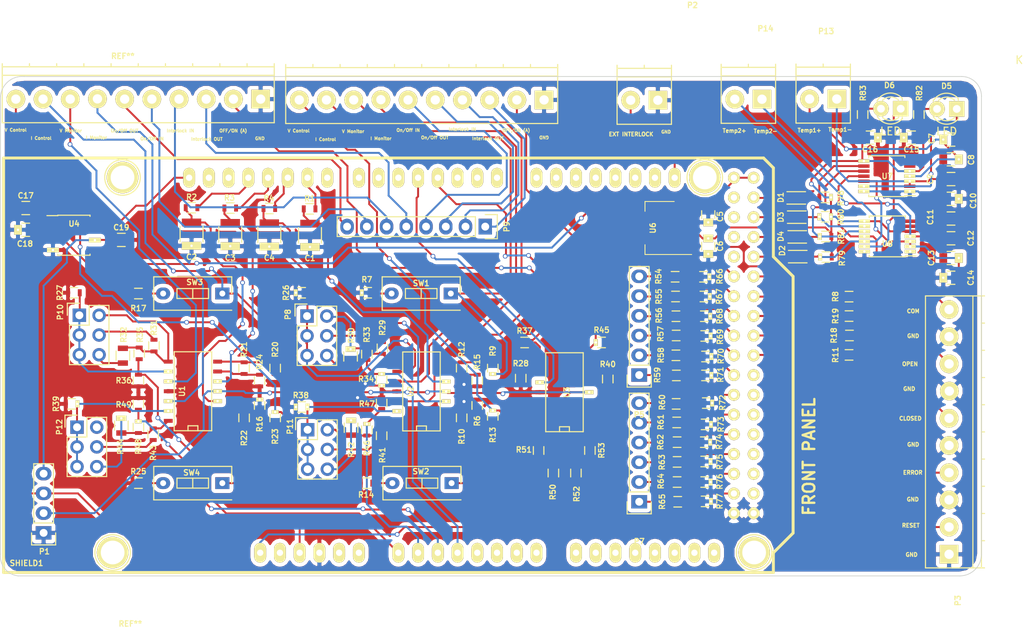
<source format=kicad_pcb>
(kicad_pcb (version 4) (host pcbnew 4.0.2-stable)
  (layers (0 F.Cu signal) (31 B.Cu signal) (34 B.Paste user) (35 F.Paste user) (36 B.SilkS user) (37 F.SilkS user) (38 B.Mask user) (39 F.Mask user) (44 Edge.Cuts user))
  (net 0 "")
  (net 1 I_OUT2)
  (net 2 GND)
  (net 3 V_OUT1)
  (net 4 I_OUT1)
  (net 5 V_OUT2)
  (net 6 +5V)
  (net 7 +3V3)
  (net 8 T1+)
  (net 9 T1-)
  (net 10 T2+)
  (net 11 T2-)
  (net 12 CS1)
  (net 13 CS1_3V3)
  (net 14 SDI)
  (net 15 SDI_3V3)
  (net 16 CS2)
  (net 17 CS2_3V3)
  (net 18 SCK)
  (net 19 SCK_3V3)
  (net 20 FAULT1)
  (net 21 "Net-(D5-Pad2)")
  (net 22 FAULT2)
  (net 23 "Net-(D6-Pad2)")
  (net 24 +12V)
  (net 25 EXTERNAL_INTERLOCK)
  (net 26 "Net-(P3-Pad4)")
  (net 27 RESET)
  (net 28 "Net-(P3-Pad8)")
  (net 29 "Net-(P3-Pad10)")
  (net 30 "ON/OFF(A)1_10V")
  (net 31 OPEN/CLOSE1_OUT)
  (net 32 OPEN/CLOSE1_IN)
  (net 33 "ON/OFF(P)1_OUT")
  (net 34 "ON/OFF(P)1_IN")
  (net 35 I_MONITOR1)
  (net 36 V_MONITOR1)
  (net 37 I_CONTROL1)
  (net 38 V_CONTROL1)
  (net 39 I_STATUS1_OUT)
  (net 40 V_STATUS1_OUT)
  (net 41 ARC_MONITOR1_OUT)
  (net 42 LOCAL/REMOTE1_OUT)
  (net 43 TRIP1_OUT)
  (net 44 HV_INDICATOR1_OUT)
  (net 45 "ON/OFF(A)2_10V")
  (net 46 OPEN/CLOSE2_OUT)
  (net 47 OPEN/CLOSE2_IN)
  (net 48 "ON/OFF(P)2_OUT")
  (net 49 "ON/OFF(P)2_IN")
  (net 50 I_MONITOR2)
  (net 51 V_MONITOR2)
  (net 52 I_CONTROL2)
  (net 53 V_CONTROL2)
  (net 54 I_STATUS2_OUT)
  (net 55 V_STATUS2_OUT)
  (net 56 ARC_MONITOR2_OUT)
  (net 57 LOCAL/REMOTE2_OUT)
  (net 58 TRIP2_OUT)
  (net 59 HV_INDICATOR2_OUT)
  (net 60 INTERLOCK1_CON)
  (net 61 INTERLOCK2_CON)
  (net 62 "ON/OFF(P)2_CON")
  (net 63 "ON/OFF(P)1_CON")
  (net 64 SDO)
  (net 65 I_PWM2)
  (net 66 V_PWM1)
  (net 67 I_PWM1)
  (net 68 V_PWM2)
  (net 69 COM)
  (net 70 "Net-(R10-Pad2)")
  (net 71 ERROR)
  (net 72 "Net-(R12-Pad1)")
  (net 73 "Net-(R16-Pad2)")
  (net 74 CLOSED)
  (net 75 OPEN)
  (net 76 V_READING2)
  (net 77 V_READING1)
  (net 78 I_READING2)
  (net 79 I_READING1)
  (net 80 "Net-(R50-Pad2)")
  (net 81 "Net-(R52-Pad2)")
  (net 82 HV_INDICATOR1)
  (net 83 TRIP1)
  (net 84 LOCAL/REMOTE1)
  (net 85 ARC_MONITOR1)
  (net 86 V_STATUS1)
  (net 87 I_STATUS1)
  (net 88 HV_INDICATOR2)
  (net 89 TRIP2)
  (net 90 LOCAL/REMOTE2)
  (net 91 ARC_MONITOR2)
  (net 92 V_STATUS2)
  (net 93 I_STATUS2)
  (net 94 "Net-(SHIELD1-Pad14)")
  (net 95 "Net-(SHIELD1-Pad15)")
  (net 96 "Net-(SHIELD1-Pad16)")
  (net 97 "Net-(SHIELD1-Pad17)")
  (net 98 "Net-(SHIELD1-Pad18)")
  (net 99 "Net-(SHIELD1-Pad19)")
  (net 100 "Net-(SHIELD1-Pad20)")
  (net 101 "Net-(SHIELD1-PadAD15)")
  (net 102 "Net-(SHIELD1-PadAD14)")
  (net 103 "Net-(SHIELD1-PadAD13)")
  (net 104 "Net-(SHIELD1-PadAD12)")
  (net 105 "Net-(SHIELD1-PadAD8)")
  (net 106 "Net-(SHIELD1-PadAD7)")
  (net 107 "Net-(SHIELD1-PadAD6)")
  (net 108 "Net-(SHIELD1-PadAD9)")
  (net 109 "Net-(SHIELD1-PadAD10)")
  (net 110 "Net-(SHIELD1-PadAD11)")
  (net 111 "Net-(SHIELD1-PadAD5)")
  (net 112 "Net-(SHIELD1-PadAD4)")
  (net 113 "Net-(SHIELD1-PadV_IN)")
  (net 114 "Net-(SHIELD1-PadGND2)")
  (net 115 "Net-(SHIELD1-Pad3V3)")
  (net 116 "Net-(SHIELD1-Pad0)")
  (net 117 "Net-(SHIELD1-Pad1)")
  (net 118 "Net-(SHIELD1-Pad13)")
  (net 119 "Net-(SHIELD1-PadGND3)")
  (net 120 "ON/OFF(A)1")
  (net 121 "ON/OFF(A)2")
  (net 122 "Net-(U3-Pad1)")
  (net 123 "Net-(U3-Pad13)")
  (net 124 "Net-(U7-Pad6)")
  (net 125 "Net-(U7-Pad7)")
  (net 126 "Net-(U8-Pad6)")
  (net 127 "Net-(U8-Pad7)")
  (net 128 "Net-(SHIELD1-Pad41)")
  (net 129 "Net-(P8-Pad1)")
  (net 130 "Net-(P10-Pad1)")
  (net 131 "Net-(P11-Pad1)")
  (net 132 "Net-(P11-Pad2)")
  (net 133 "Net-(P12-Pad1)")
  (net 134 "Net-(P12-Pad2)")
  (net 135 "Net-(SHIELD1-Pad43)")
  (net 136 "Net-(SHIELD1-Pad45)")
  (net 137 "Net-(SHIELD1-Pad47)")
  (net 138 "Net-(SHIELD1-Pad49)")
  (net 139 "Net-(SHIELD1-Pad51)")
  (net 140 "Net-(SHIELD1-Pad53)")
  (net 141 "Net-(P3-Pad6)")
  (net 142 V_REF)
  (net 143 "Net-(SHIELD1-Pad5)")
  (net 144 "Net-(SHIELD1-Pad6)")
  (net 145 "Net-(SHIELD1-Pad7)")
  (net 146 "Net-(SHIELD1-Pad8)")
  (net 147 "Net-(SHIELD1-Pad2)")
  (net 148 "Net-(P8-Pad2)")
  (net 149 "Net-(P8-Pad4)")
  (net 150 "Net-(P8-Pad6)")
  (net 151 "Net-(P10-Pad2)")
  (net 152 "Net-(P10-Pad4)")
  (net 153 "Net-(P10-Pad6)")
  (net 154 "Net-(P11-Pad4)")
  (net 155 "Net-(P11-Pad6)")
  (net 156 "Net-(P12-Pad4)")
  (net 157 "Net-(P12-Pad6)")
  (net 158 "Net-(R43-Pad1)")
  (net 159 "Net-(R7-Pad1)")
  (net 160 "Net-(R10-Pad1)")
  (net 161 "Net-(R12-Pad2)")
  (net 162 "Net-(R14-Pad1)")
  (net 163 "Net-(R17-Pad1)")
  (net 164 "Net-(R20-Pad2)")
  (net 165 "Net-(R21-Pad2)")
  (net 166 "Net-(R22-Pad1)")
  (net 167 "Net-(R25-Pad1)")
  (net 168 "Net-(R28-Pad1)")
  (net 169 "Net-(R40-Pad1)")
  (module arduino_shields:ARDUINO_MEGA_SHIELD (layer F.Cu) (at 37.738 112.847)
    (fp_text reference SHIELD1 (at 2.95 -1.2) (layer F.SilkS) (effects (font (size 0.7 0.7))))
    (fp_text value ARDUINO_MEGA_SHIELD hide)
    (pad 14 thru_hole oval (at 68.58 -50.8 90) (size 2.54 1.524) (drill 0.8128) (layers *.Cu *.Mask F.SilkS) (net 94 "Net-(SHIELD1-Pad14)"))
    (pad 15 thru_hole oval (at 71.12 -50.8 90) (size 2.54 1.524) (drill 0.8128) (layers *.Cu *.Mask F.SilkS) (net 95 "Net-(SHIELD1-Pad15)"))
    (pad 16 thru_hole oval (at 73.66 -50.8 90) (size 2.54 1.524) (drill 0.8128) (layers *.Cu *.Mask F.SilkS) (net 96 "Net-(SHIELD1-Pad16)"))
    (pad 17 thru_hole oval (at 76.2 -50.8 90) (size 2.54 1.524) (drill 0.8128) (layers *.Cu *.Mask F.SilkS) (net 97 "Net-(SHIELD1-Pad17)"))
    (pad 18 thru_hole oval (at 78.74 -50.8 90) (size 2.54 1.524) (drill 0.8128) (layers *.Cu *.Mask F.SilkS) (net 98 "Net-(SHIELD1-Pad18)"))
    (pad 19 thru_hole oval (at 81.28 -50.8 90) (size 2.54 1.524) (drill 0.8128) (layers *.Cu *.Mask F.SilkS) (net 99 "Net-(SHIELD1-Pad19)"))
    (pad 20 thru_hole oval (at 83.82 -50.8 90) (size 2.54 1.524) (drill 0.8128) (layers *.Cu *.Mask F.SilkS) (net 100 "Net-(SHIELD1-Pad20)"))
    (pad 21 thru_hole oval (at 86.36 -50.8 90) (size 2.54 1.524) (drill 0.8128) (layers *.Cu *.Mask F.SilkS) (net 25 EXTERNAL_INTERLOCK))
    (pad AD15 thru_hole oval (at 91.44 -2.54 90) (size 2.54 1.524) (drill 0.8128) (layers *.Cu *.Mask F.SilkS) (net 101 "Net-(SHIELD1-PadAD15)"))
    (pad AD14 thru_hole oval (at 88.9 -2.54 90) (size 2.54 1.524) (drill 0.8128) (layers *.Cu *.Mask F.SilkS) (net 102 "Net-(SHIELD1-PadAD14)"))
    (pad AD13 thru_hole oval (at 86.36 -2.54 90) (size 2.54 1.524) (drill 0.8128) (layers *.Cu *.Mask F.SilkS) (net 103 "Net-(SHIELD1-PadAD13)"))
    (pad AD12 thru_hole oval (at 83.82 -2.54 90) (size 2.54 1.524) (drill 0.8128) (layers *.Cu *.Mask F.SilkS) (net 104 "Net-(SHIELD1-PadAD12)"))
    (pad AD8 thru_hole oval (at 73.66 -2.54 90) (size 2.54 1.524) (drill 0.8128) (layers *.Cu *.Mask F.SilkS) (net 105 "Net-(SHIELD1-PadAD8)"))
    (pad AD7 thru_hole oval (at 68.58 -2.54 90) (size 2.54 1.524) (drill 0.8128) (layers *.Cu *.Mask F.SilkS) (net 106 "Net-(SHIELD1-PadAD7)"))
    (pad AD6 thru_hole oval (at 66.04 -2.54 90) (size 2.54 1.524) (drill 0.8128) (layers *.Cu *.Mask F.SilkS) (net 107 "Net-(SHIELD1-PadAD6)"))
    (pad AD9 thru_hole oval (at 76.2 -2.54 90) (size 2.54 1.524) (drill 0.8128) (layers *.Cu *.Mask F.SilkS) (net 108 "Net-(SHIELD1-PadAD9)"))
    (pad AD10 thru_hole oval (at 78.74 -2.54 90) (size 2.54 1.524) (drill 0.8128) (layers *.Cu *.Mask F.SilkS) (net 109 "Net-(SHIELD1-PadAD10)"))
    (pad AD11 thru_hole oval (at 81.28 -2.54 90) (size 2.54 1.524) (drill 0.8128) (layers *.Cu *.Mask F.SilkS) (net 110 "Net-(SHIELD1-PadAD11)"))
    (pad AD5 thru_hole oval (at 63.5 -2.54 90) (size 2.54 1.524) (drill 0.8128) (layers *.Cu *.Mask F.SilkS) (net 111 "Net-(SHIELD1-PadAD5)"))
    (pad AD4 thru_hole oval (at 60.96 -2.54 90) (size 2.54 1.524) (drill 0.8128) (layers *.Cu *.Mask F.SilkS) (net 112 "Net-(SHIELD1-PadAD4)"))
    (pad AD3 thru_hole oval (at 58.42 -2.54 90) (size 2.54 1.524) (drill 0.8128) (layers *.Cu *.Mask F.SilkS) (net 76 V_READING2))
    (pad AD0 thru_hole oval (at 50.8 -2.54 90) (size 2.54 1.524) (drill 0.8128) (layers *.Cu *.Mask F.SilkS) (net 77 V_READING1))
    (pad AD1 thru_hole oval (at 53.34 -2.54 90) (size 2.54 1.524) (drill 0.8128) (layers *.Cu *.Mask F.SilkS) (net 78 I_READING2))
    (pad AD2 thru_hole oval (at 55.88 -2.54 90) (size 2.54 1.524) (drill 0.8128) (layers *.Cu *.Mask F.SilkS) (net 79 I_READING1))
    (pad V_IN thru_hole oval (at 45.72 -2.54 90) (size 2.54 1.524) (drill 0.8128) (layers *.Cu *.Mask F.SilkS) (net 113 "Net-(SHIELD1-PadV_IN)"))
    (pad GND2 thru_hole oval (at 43.18 -2.54 90) (size 2.54 1.524) (drill 0.8128) (layers *.Cu *.Mask F.SilkS) (net 114 "Net-(SHIELD1-PadGND2)"))
    (pad GND1 thru_hole oval (at 40.64 -2.54 90) (size 2.54 1.524) (drill 0.8128) (layers *.Cu *.Mask F.SilkS) (net 2 GND))
    (pad 3V3 thru_hole oval (at 35.56 -2.54 90) (size 2.54 1.524) (drill 0.8128) (layers *.Cu *.Mask F.SilkS) (net 115 "Net-(SHIELD1-Pad3V3)"))
    (pad RST thru_hole oval (at 33.02 -2.54 90) (size 2.54 1.524) (drill 0.8128) (layers *.Cu *.Mask F.SilkS) (net 27 RESET))
    (pad 0 thru_hole oval (at 63.5 -50.8 90) (size 2.54 1.524) (drill 0.8128) (layers *.Cu *.Mask F.SilkS) (net 116 "Net-(SHIELD1-Pad0)"))
    (pad 1 thru_hole oval (at 60.96 -50.8 90) (size 2.54 1.524) (drill 0.8128) (layers *.Cu *.Mask F.SilkS) (net 117 "Net-(SHIELD1-Pad1)"))
    (pad 2 thru_hole oval (at 58.42 -50.8 90) (size 2.54 1.524) (drill 0.8128) (layers *.Cu *.Mask F.SilkS) (net 147 "Net-(SHIELD1-Pad2)"))
    (pad 3 thru_hole oval (at 55.88 -50.8 90) (size 2.54 1.524) (drill 0.8128) (layers *.Cu *.Mask F.SilkS) (net 121 "ON/OFF(A)2"))
    (pad 4 thru_hole oval (at 53.34 -50.8 90) (size 2.54 1.524) (drill 0.8128) (layers *.Cu *.Mask F.SilkS) (net 120 "ON/OFF(A)1"))
    (pad 5 thru_hole oval (at 50.8 -50.8 90) (size 2.54 1.524) (drill 0.8128) (layers *.Cu *.Mask F.SilkS) (net 143 "Net-(SHIELD1-Pad5)"))
    (pad 6 thru_hole oval (at 48.26 -50.8 90) (size 2.54 1.524) (drill 0.8128) (layers *.Cu *.Mask F.SilkS) (net 144 "Net-(SHIELD1-Pad6)"))
    (pad 7 thru_hole oval (at 45.72 -50.8 90) (size 2.54 1.524) (drill 0.8128) (layers *.Cu *.Mask F.SilkS) (net 145 "Net-(SHIELD1-Pad7)"))
    (pad 8 thru_hole oval (at 41.656 -50.8 90) (size 2.54 1.524) (drill 0.8128) (layers *.Cu *.Mask F.SilkS) (net 146 "Net-(SHIELD1-Pad8)"))
    (pad 9 thru_hole oval (at 39.116 -50.8 90) (size 2.54 1.524) (drill 0.8128) (layers *.Cu *.Mask F.SilkS) (net 65 I_PWM2))
    (pad 10 thru_hole oval (at 36.576 -50.8 90) (size 2.54 1.524) (drill 0.8128) (layers *.Cu *.Mask F.SilkS) (net 68 V_PWM2))
    (pad 11 thru_hole oval (at 34.036 -50.8 90) (size 2.54 1.524) (drill 0.8128) (layers *.Cu *.Mask F.SilkS) (net 67 I_PWM1))
    (pad 12 thru_hole oval (at 31.496 -50.8 90) (size 2.54 1.524) (drill 0.8128) (layers *.Cu *.Mask F.SilkS) (net 66 V_PWM1))
    (pad 13 thru_hole oval (at 28.956 -50.8 90) (size 2.54 1.524) (drill 0.8128) (layers *.Cu *.Mask F.SilkS) (net 118 "Net-(SHIELD1-Pad13)"))
    (pad GND3 thru_hole oval (at 26.416 -50.8 90) (size 2.54 1.524) (drill 0.8128) (layers *.Cu *.Mask F.SilkS) (net 119 "Net-(SHIELD1-PadGND3)"))
    (pad AREF thru_hole oval (at 23.876 -50.8 90) (size 2.54 1.524) (drill 0.8128) (layers *.Cu *.Mask F.SilkS) (net 142 V_REF))
    (pad 5V thru_hole oval (at 38.1 -2.54 90) (size 2.54 1.524) (drill 0.8128) (layers *.Cu *.Mask F.SilkS) (net 6 +5V))
    (pad 22 thru_hole circle (at 93.98 -48.26) (size 1.524 1.524) (drill 0.8128) (layers *.Cu *.Mask F.SilkS) (net 60 INTERLOCK1_CON))
    (pad 23 thru_hole circle (at 96.52 -48.26) (size 1.524 1.524) (drill 0.8128) (layers *.Cu *.Mask F.SilkS) (net 12 CS1))
    (pad 24 thru_hole circle (at 93.98 -45.72) (size 1.524 1.524) (drill 0.8128) (layers *.Cu *.Mask F.SilkS) (net 61 INTERLOCK2_CON))
    (pad 25 thru_hole circle (at 96.52 -45.72) (size 1.524 1.524) (drill 0.8128) (layers *.Cu *.Mask F.SilkS) (net 16 CS2))
    (pad 26 thru_hole circle (at 93.98 -43.18) (size 1.524 1.524) (drill 0.8128) (layers *.Cu *.Mask F.SilkS) (net 63 "ON/OFF(P)1_CON"))
    (pad 27 thru_hole circle (at 96.52 -43.18) (size 1.524 1.524) (drill 0.8128) (layers *.Cu *.Mask F.SilkS) (net 18 SCK))
    (pad 28 thru_hole circle (at 93.98 -40.64) (size 1.524 1.524) (drill 0.8128) (layers *.Cu *.Mask F.SilkS) (net 62 "ON/OFF(P)2_CON"))
    (pad 29 thru_hole circle (at 96.52 -40.64) (size 1.524 1.524) (drill 0.8128) (layers *.Cu *.Mask F.SilkS) (net 14 SDI))
    (pad 5V_4 thru_hole circle (at 93.98 -50.8) (size 1.524 1.524) (drill 0.8128) (layers *.Cu *.Mask F.SilkS) (net 6 +5V))
    (pad 5V_5 thru_hole circle (at 96.52 -50.8) (size 1.524 1.524) (drill 0.8128) (layers *.Cu *.Mask F.SilkS) (net 6 +5V))
    (pad 31 thru_hole circle (at 96.52 -38.1) (size 1.524 1.524) (drill 0.8128) (layers *.Cu *.Mask F.SilkS) (net 64 SDO))
    (pad 30 thru_hole circle (at 93.98 -38.1) (size 1.524 1.524) (drill 0.8128) (layers *.Cu *.Mask F.SilkS) (net 82 HV_INDICATOR1))
    (pad 32 thru_hole circle (at 93.98 -35.56) (size 1.524 1.524) (drill 0.8128) (layers *.Cu *.Mask F.SilkS) (net 83 TRIP1))
    (pad 33 thru_hole circle (at 96.52 -35.56) (size 1.524 1.524) (drill 0.8128) (layers *.Cu *.Mask F.SilkS) (net 69 COM))
    (pad 34 thru_hole circle (at 93.98 -33.02) (size 1.524 1.524) (drill 0.8128) (layers *.Cu *.Mask F.SilkS) (net 84 LOCAL/REMOTE1))
    (pad 35 thru_hole circle (at 96.52 -33.02) (size 1.524 1.524) (drill 0.8128) (layers *.Cu *.Mask F.SilkS) (net 75 OPEN))
    (pad 36 thru_hole circle (at 93.98 -30.48) (size 1.524 1.524) (drill 0.8128) (layers *.Cu *.Mask F.SilkS) (net 85 ARC_MONITOR1))
    (pad 37 thru_hole circle (at 96.52 -30.48) (size 1.524 1.524) (drill 0.8128) (layers *.Cu *.Mask F.SilkS) (net 74 CLOSED))
    (pad 38 thru_hole circle (at 93.98 -27.94) (size 1.524 1.524) (drill 0.8128) (layers *.Cu *.Mask F.SilkS) (net 86 V_STATUS1))
    (pad 39 thru_hole circle (at 96.52 -27.94) (size 1.524 1.524) (drill 0.8128) (layers *.Cu *.Mask F.SilkS) (net 71 ERROR))
    (pad 40 thru_hole circle (at 93.98 -25.4) (size 1.524 1.524) (drill 0.8128) (layers *.Cu *.Mask F.SilkS) (net 87 I_STATUS1))
    (pad 41 thru_hole circle (at 96.52 -25.4) (size 1.524 1.524) (drill 0.8128) (layers *.Cu *.Mask F.SilkS) (net 128 "Net-(SHIELD1-Pad41)"))
    (pad 42 thru_hole circle (at 93.98 -22.86) (size 1.524 1.524) (drill 0.8128) (layers *.Cu *.Mask F.SilkS) (net 88 HV_INDICATOR2))
    (pad 43 thru_hole circle (at 96.52 -22.86) (size 1.524 1.524) (drill 0.8128) (layers *.Cu *.Mask F.SilkS) (net 135 "Net-(SHIELD1-Pad43)"))
    (pad 44 thru_hole circle (at 93.98 -20.32) (size 1.524 1.524) (drill 0.8128) (layers *.Cu *.Mask F.SilkS) (net 89 TRIP2))
    (pad 45 thru_hole circle (at 96.52 -20.32) (size 1.524 1.524) (drill 0.8128) (layers *.Cu *.Mask F.SilkS) (net 136 "Net-(SHIELD1-Pad45)"))
    (pad 46 thru_hole circle (at 93.98 -17.78) (size 1.524 1.524) (drill 0.8128) (layers *.Cu *.Mask F.SilkS) (net 90 LOCAL/REMOTE2))
    (pad 47 thru_hole circle (at 96.52 -17.78) (size 1.524 1.524) (drill 0.8128) (layers *.Cu *.Mask F.SilkS) (net 137 "Net-(SHIELD1-Pad47)"))
    (pad 48 thru_hole circle (at 93.98 -15.24) (size 1.524 1.524) (drill 0.8128) (layers *.Cu *.Mask F.SilkS) (net 91 ARC_MONITOR2))
    (pad 49 thru_hole circle (at 96.52 -15.24) (size 1.524 1.524) (drill 0.8128) (layers *.Cu *.Mask F.SilkS) (net 138 "Net-(SHIELD1-Pad49)"))
    (pad 50 thru_hole circle (at 93.98 -12.7) (size 1.524 1.524) (drill 0.8128) (layers *.Cu *.Mask F.SilkS) (net 92 V_STATUS2))
    (pad 51 thru_hole circle (at 96.52 -12.7) (size 1.524 1.524) (drill 0.8128) (layers *.Cu *.Mask F.SilkS) (net 139 "Net-(SHIELD1-Pad51)"))
    (pad 52 thru_hole circle (at 93.98 -10.16) (size 1.524 1.524) (drill 0.8128) (layers *.Cu *.Mask F.SilkS) (net 93 I_STATUS2))
    (pad 53 thru_hole circle (at 96.52 -10.16) (size 1.524 1.524) (drill 0.8128) (layers *.Cu *.Mask F.SilkS) (net 140 "Net-(SHIELD1-Pad53)"))
    (pad GND4 thru_hole circle (at 93.98 -7.62) (size 1.524 1.524) (drill 0.8128) (layers *.Cu *.Mask F.SilkS) (net 2 GND))
    (pad GND5 thru_hole circle (at 96.52 -7.62) (size 1.524 1.524) (drill 0.8128) (layers *.Cu *.Mask F.SilkS) (net 2 GND))
  )
  (module LEDs:LED-3MM (layer F.Cu) (at 160.3995 53.1918 180)
    (fp_text reference D5 (at 1.3115 2.9448 180) (layer F.SilkS) (effects (font (size 0.7 0.7))))
    (fp_text value LED (at 1.3 -2.9 180) (layer F.SilkS))
    (fp_text user K (at -8.0385 6.2948 180) (layer F.SilkS))
    (pad 1 thru_hole rect (at 0 0 270) (size 2 2) (drill 1.00076) (layers *.Cu *.Mask F.SilkS) (net 20 FAULT1))
    (pad 2 thru_hole circle (at 2.54 0 180) (size 2 2) (drill 1.00076) (layers *.Cu *.Mask F.SilkS) (net 21 "Net-(D5-Pad2)"))
  )
  (module LEDs:LED-3MM (layer F.Cu) (at 153.1859 53.1664 180)
    (fp_text reference D6 (at 1.4479 3.0194 180) (layer F.SilkS) (effects (font (size 0.7 0.7))))
    (fp_text value LED (at 1.3 -2.9 180) (layer F.SilkS))
    (pad 1 thru_hole rect (at 0 0 270) (size 2 2) (drill 1.00076) (layers *.Cu *.Mask F.SilkS) (net 22 FAULT2))
    (pad 2 thru_hole circle (at 2.54 0 180) (size 2 2) (drill 1.00076) (layers *.Cu *.Mask F.SilkS) (net 23 "Net-(D6-Pad2)"))
  )
  (module Terminal_Blocks:TerminalBlock_Pheonix_PT-3.5mm_10pol (layer F.Cu) (at 159.4112 110.5022 90)
    (fp_text reference P3 (at -5.9563 1.1303 90) (layer F.SilkS) (effects (font (size 0.7 0.7))))
    (fp_text value "FRONT PLATE")
    (pad 3 thru_hole circle (at 7 0 270) (size 2.4 2.4) (drill 1.2) (layers *.Cu *.Mask F.SilkS) (net 2 GND))
    (pad 2 thru_hole circle (at 3.5 0 270) (size 2.4 2.4) (drill 1.2) (layers *.Cu *.Mask F.SilkS) (net 27 RESET))
    (pad 4 thru_hole circle (at 10.5 0 270) (size 2.4 2.4) (drill 1.2) (layers *.Cu *.Mask F.SilkS) (net 26 "Net-(P3-Pad4)"))
    (pad 5 thru_hole circle (at 14 0 270) (size 2.4 2.4) (drill 1.2) (layers *.Cu *.Mask F.SilkS) (net 2 GND))
    (pad 6 thru_hole circle (at 17.5 0 270) (size 2.4 2.4) (drill 1.2) (layers *.Cu *.Mask F.SilkS) (net 141 "Net-(P3-Pad6)"))
    (pad 7 thru_hole circle (at 21 0.031729 270) (size 2.4 2.4) (drill 1.2) (layers *.Cu *.Mask F.SilkS) (net 2 GND))
    (pad 1 thru_hole rect (at 0 0 270) (size 2.4 2.4) (drill 1.2) (layers *.Cu *.Mask F.SilkS) (net 2 GND))
    (pad 8 thru_hole circle (at 24.5 0 270) (size 2.4 2.4) (drill 1.2) (layers *.Cu *.Mask F.SilkS) (net 28 "Net-(P3-Pad8)"))
    (pad 9 thru_hole circle (at 28 0 270) (size 2.4 2.4) (drill 1.2) (layers *.Cu *.Mask F.SilkS) (net 2 GND))
    (pad 10 thru_hole circle (at 31.5 0 270) (size 2.4 2.4) (drill 1.2) (layers *.Cu *.Mask F.SilkS) (net 29 "Net-(P3-Pad10)"))
  )
  (module Terminal_Blocks:TerminalBlock_Pheonix_PT-3.5mm_10pol (layer F.Cu) (at 70.816 51.9298 180)
    (fp_text reference P4 hide)
    (fp_text value "PS CONTROL 1")
    (pad 3 thru_hole circle (at 7 0) (size 2.4 2.4) (drill 1.2) (layers *.Cu *.Mask F.SilkS) (net 31 OPEN/CLOSE1_OUT))
    (pad 2 thru_hole circle (at 3.5 0) (size 2.4 2.4) (drill 1.2) (layers *.Cu *.Mask F.SilkS) (net 30 "ON/OFF(A)1_10V"))
    (pad 4 thru_hole circle (at 10.5 0) (size 2.4 2.4) (drill 1.2) (layers *.Cu *.Mask F.SilkS) (net 32 OPEN/CLOSE1_IN))
    (pad 5 thru_hole circle (at 14 0) (size 2.4 2.4) (drill 1.2) (layers *.Cu *.Mask F.SilkS) (net 33 "ON/OFF(P)1_OUT"))
    (pad 6 thru_hole circle (at 17.5 0) (size 2.4 2.4) (drill 1.2) (layers *.Cu *.Mask F.SilkS) (net 34 "ON/OFF(P)1_IN"))
    (pad 7 thru_hole circle (at 21 0.031729) (size 2.4 2.4) (drill 1.2) (layers *.Cu *.Mask F.SilkS) (net 35 I_MONITOR1))
    (pad 1 thru_hole rect (at 0 0) (size 2.4 2.4) (drill 1.2) (layers *.Cu *.Mask F.SilkS) (net 2 GND))
    (pad 8 thru_hole circle (at 24.5 0) (size 2.4 2.4) (drill 1.2) (layers *.Cu *.Mask F.SilkS) (net 36 V_MONITOR1))
    (pad 9 thru_hole circle (at 28 0) (size 2.4 2.4) (drill 1.2) (layers *.Cu *.Mask F.SilkS) (net 37 I_CONTROL1))
    (pad 10 thru_hole circle (at 31.5 0) (size 2.4 2.4) (drill 1.2) (layers *.Cu *.Mask F.SilkS) (net 38 V_CONTROL1))
  )
  (module Terminal_Blocks:TerminalBlock_Pheonix_PT-3.5mm_10pol (layer F.Cu) (at 107.2904 52.0314 180)
    (fp_text reference P6 hide)
    (fp_text value "PS CONTROL 2")
    (pad 3 thru_hole circle (at 7 0) (size 2.4 2.4) (drill 1.2) (layers *.Cu *.Mask F.SilkS) (net 46 OPEN/CLOSE2_OUT))
    (pad 2 thru_hole circle (at 3.5 0) (size 2.4 2.4) (drill 1.2) (layers *.Cu *.Mask F.SilkS) (net 45 "ON/OFF(A)2_10V"))
    (pad 4 thru_hole circle (at 10.5 0) (size 2.4 2.4) (drill 1.2) (layers *.Cu *.Mask F.SilkS) (net 47 OPEN/CLOSE2_IN))
    (pad 5 thru_hole circle (at 14 0) (size 2.4 2.4) (drill 1.2) (layers *.Cu *.Mask F.SilkS) (net 48 "ON/OFF(P)2_OUT"))
    (pad 6 thru_hole circle (at 17.5 0) (size 2.4 2.4) (drill 1.2) (layers *.Cu *.Mask F.SilkS) (net 49 "ON/OFF(P)2_IN"))
    (pad 7 thru_hole circle (at 21 0.031729) (size 2.4 2.4) (drill 1.2) (layers *.Cu *.Mask F.SilkS) (net 50 I_MONITOR2))
    (pad 1 thru_hole rect (at 0 0) (size 2.4 2.4) (drill 1.2) (layers *.Cu *.Mask F.SilkS) (net 2 GND))
    (pad 8 thru_hole circle (at 24.5 0) (size 2.4 2.4) (drill 1.2) (layers *.Cu *.Mask F.SilkS) (net 51 V_MONITOR2))
    (pad 9 thru_hole circle (at 28 0) (size 2.4 2.4) (drill 1.2) (layers *.Cu *.Mask F.SilkS) (net 52 I_CONTROL2))
    (pad 10 thru_hole circle (at 31.5 0) (size 2.4 2.4) (drill 1.2) (layers *.Cu *.Mask F.SilkS) (net 53 V_CONTROL2))
  )
  (module Connect:1pin (layer F.Cu) (at 127.9715 62.0135)
    (fp_text reference REF** hide)
    (fp_text value 1pin)
    (pad 1 thru_hole circle (at 0 0) (size 4.064 4.064) (drill 3.048) (layers *.Cu *.Mask F.SilkS))
  )
  (module Connect:1pin (layer F.Cu) (at 134.3215 110.2735)
    (fp_text reference REF** hide)
    (fp_text value 1pin)
    (pad 1 thru_hole circle (at 0 0) (size 4.064 4.064) (drill 3.048) (layers *.Cu *.Mask F.SilkS))
  )
  (module Connect:1pin (layer F.Cu) (at 51.7715 110.2735)
    (fp_text reference REF** (at 2.2805 9.1695) (layer F.SilkS) (effects (font (size 0.7 0.7))))
    (fp_text value 1pin)
    (pad 1 thru_hole circle (at 0 0) (size 4.064 4.064) (drill 3.048) (layers *.Cu *.Mask F.SilkS))
  )
  (module Connect:1pin (layer F.Cu) (at 53.0415 62.0135)
    (fp_text reference REF** (at 0.0465 -15.6165) (layer F.SilkS) (effects (font (size 0.7 0.7))))
    (fp_text value 1pin)
    (pad 1 thru_hole circle (at 0 0) (size 4.064 4.064) (drill 3.048) (layers *.Cu *.Mask F.SilkS))
  )
  (module Terminal_Blocks:TerminalBlock_Pheonix_PT-3.5mm_2pol (layer F.Cu) (at 144.9586 51.9171 180)
    (fp_text reference P13 (at 1.3706 8.7201 180) (layer F.SilkS) (effects (font (size 0.7 0.7))))
    (fp_text value TEMP1)
    (pad 2 thru_hole circle (at 3.5 0 180) (size 2.4 2.4) (drill 1.2) (layers *.Cu *.Mask F.SilkS) (net 8 T1+))
    (pad 1 thru_hole rect (at 0 0 180) (size 2.4 2.4) (drill 1.2) (layers *.Cu *.Mask F.SilkS) (net 9 T1-))
  )
  (module Terminal_Blocks:TerminalBlock_Pheonix_PT-3.5mm_2pol (layer F.Cu) (at 135.332 51.9425 180)
    (fp_text reference P14 (at -0.456 9.0955 180) (layer F.SilkS) (effects (font (size 0.7 0.7))))
    (fp_text value TEMP2)
    (pad 2 thru_hole circle (at 3.5 0 180) (size 2.4 2.4) (drill 1.2) (layers *.Cu *.Mask F.SilkS) (net 10 T2+))
    (pad 1 thru_hole rect (at 0 0 180) (size 2.4 2.4) (drill 1.2) (layers *.Cu *.Mask F.SilkS) (net 11 T2-))
  )
  (module Terminal_Blocks:TerminalBlock_Pheonix_PT-3.5mm_2pol (layer F.Cu) (at 121.9335 52.0695 180)
    (fp_text reference P2 (at -4.4545 12.2225 180) (layer F.SilkS) (effects (font (size 0.7 0.7))))
    (fp_text value EXT_INTERLOCK)
    (pad 2 thru_hole circle (at 3.5 0 180) (size 2.4 2.4) (drill 1.2) (layers *.Cu *.Mask F.SilkS) (net 25 EXTERNAL_INTERLOCK))
    (pad 1 thru_hole rect (at 0 0 180) (size 2.4 2.4) (drill 1.2) (layers *.Cu *.Mask F.SilkS) (net 2 GND))
  )
  (module Capacitors_SMD:C_1210 (layer F.Cu) (at 77.166 69.4558 270)
    (fp_text reference C1 (at 2.9464 0 360) (layer F.SilkS) (effects (font (size 0.7 0.7))))
    (fp_text value 47uF)
    (pad 1 smd rect (at -1.5 0 270) (size 1 2.5) (layers F.Cu F.Paste F.Mask) (net 1 I_OUT2))
    (pad 2 thru_hole rect (at 1.5 0 270) (size 1 2.5) (drill 0.3) (layers *.Cu *.Mask F.SilkS) (net 2 GND))
  )
  (module Capacitors_SMD:C_1210 (layer F.Cu) (at 61.926 69.3034 270)
    (fp_text reference C2 (at 2.9464 0 360) (layer F.SilkS) (effects (font (size 0.7 0.7))))
    (fp_text value 47uF)
    (pad 1 smd rect (at -1.5 0 270) (size 1 2.5) (layers F.Cu F.Paste F.Mask) (net 3 V_OUT1))
    (pad 2 thru_hole rect (at 1.5 0 270) (size 1 2.5) (drill 0.3) (layers *.Cu *.Mask F.SilkS) (net 2 GND))
  )
  (module Capacitors_SMD:C_1210 (layer F.Cu) (at 66.9044 69.3542 270)
    (fp_text reference C3 (at 2.9972 0 360) (layer F.SilkS) (effects (font (size 0.7 0.7))))
    (fp_text value 47uF)
    (pad 1 smd rect (at -1.5 0 270) (size 1 2.5) (layers F.Cu F.Paste F.Mask) (net 4 I_OUT1))
    (pad 2 thru_hole rect (at 1.5 0 270) (size 1 2.5) (drill 0.3) (layers *.Cu *.Mask F.SilkS) (net 2 GND))
  )
  (module Capacitors_SMD:C_1210 (layer F.Cu) (at 71.9336 69.405 270)
    (fp_text reference C4 (at 2.9464 0 360) (layer F.SilkS) (effects (font (size 0.7 0.7))))
    (fp_text value 47uF)
    (pad 1 smd rect (at -1.5 0 270) (size 1 2.5) (layers F.Cu F.Paste F.Mask) (net 5 V_OUT2))
    (pad 2 thru_hole rect (at 1.5 0 270) (size 1 2.5) (drill 0.3) (layers *.Cu *.Mask F.SilkS) (net 2 GND))
  )
  (module Capacitors_SMD:C_0805 (layer F.Cu) (at 128.418 66.789 90)
    (fp_text reference C5 (at -0.254 1.524 90) (layer F.SilkS) (effects (font (size 0.7 0.7))))
    (fp_text value 100nF)
    (pad 1 thru_hole rect (at -1 0 90) (size 1 1.25) (drill 0.3) (layers *.Cu *.Mask F.SilkS) (net 2 GND))
    (pad 2 smd rect (at 1 0 90) (size 1 1.25) (layers F.Cu F.Paste F.Mask) (net 6 +5V))
  )
  (module Capacitors_SMD:C_0805 (layer F.Cu) (at 128.418 70.853 90)
    (fp_text reference C6 (at 0 1.524 90) (layer F.SilkS) (effects (font (size 0.7 0.7))))
    (fp_text value 10uF)
    (pad 1 thru_hole rect (at -1 0 90) (size 1 1.25) (drill 0.3) (layers *.Cu *.Mask F.SilkS) (net 2 GND))
    (pad 2 thru_hole rect (at 1 0 90) (size 1 1.25) (drill 0.3) (layers *.Cu *.Mask F.SilkS) (net 7 +3V3))
  )
  (module Capacitors_SMD:C_0805 (layer F.Cu) (at 159.66 57.137)
    (fp_text reference C7 (at -2.4765 -0.127 90) (layer F.SilkS) (effects (font (size 0.7 0.7))))
    (fp_text value 0.01uF)
    (pad 1 thru_hole rect (at -1 0) (size 1 1.25) (drill 0.3) (layers *.Cu *.Mask F.SilkS) (net 8 T1+))
    (pad 2 smd rect (at 1 0) (size 1 1.25) (layers F.Cu F.Paste F.Mask) (net 2 GND))
  )
  (module Capacitors_SMD:C_0805 (layer F.Cu) (at 159.66 59.677)
    (fp_text reference C8 (at 2.6035 0.0635 90) (layer F.SilkS) (effects (font (size 0.7 0.7))))
    (fp_text value 0.1uF)
    (pad 1 smd rect (at -1 0) (size 1 1.25) (layers F.Cu F.Paste F.Mask) (net 9 T1-))
    (pad 2 thru_hole rect (at 1 0) (size 1 1.25) (drill 0.3) (layers *.Cu *.Mask F.SilkS) (net 8 T1+))
  )
  (module Capacitors_SMD:C_0805 (layer F.Cu) (at 159.66 62.217)
    (fp_text reference C9 (at -2.667 0 90) (layer F.SilkS) (effects (font (size 0.7 0.7))))
    (fp_text value 0.01uF)
    (pad 1 smd rect (at -1 0) (size 1 1.25) (layers F.Cu F.Paste F.Mask) (net 9 T1-))
    (pad 2 smd rect (at 1 0) (size 1 1.25) (layers F.Cu F.Paste F.Mask) (net 2 GND))
  )
  (module Capacitors_SMD:C_0805 (layer F.Cu) (at 159.66 64.757 180)
    (fp_text reference C10 (at -2.8575 -0.254 270) (layer F.SilkS) (effects (font (size 0.7 0.7))))
    (fp_text value 0.1uF)
    (pad 1 thru_hole rect (at -1 0 180) (size 1 1.25) (drill 0.3) (layers *.Cu *.Mask F.SilkS) (net 2 GND))
    (pad 2 smd rect (at 1 0 180) (size 1 1.25) (layers F.Cu F.Paste F.Mask) (net 7 +3V3))
  )
  (module Capacitors_SMD:C_0805 (layer F.Cu) (at 159.66 67.297)
    (fp_text reference C11 (at -2.667 -0.1905 90) (layer F.SilkS) (effects (font (size 0.7 0.7))))
    (fp_text value 0.1uF)
    (pad 1 smd rect (at -1 0) (size 1 1.25) (layers F.Cu F.Paste F.Mask) (net 7 +3V3))
    (pad 2 smd rect (at 1 0) (size 1 1.25) (layers F.Cu F.Paste F.Mask) (net 2 GND))
  )
  (module Capacitors_SMD:C_0805 (layer F.Cu) (at 159.66 69.837)
    (fp_text reference C12 (at 2.54 0 90) (layer F.SilkS) (effects (font (size 0.7 0.7))))
    (fp_text value 0.01uF)
    (pad 1 smd rect (at -1 0) (size 1 1.25) (layers F.Cu F.Paste F.Mask) (net 10 T2+))
    (pad 2 smd rect (at 1 0) (size 1 1.25) (layers F.Cu F.Paste F.Mask) (net 2 GND))
  )
  (module Capacitors_SMD:C_0805 (layer F.Cu) (at 159.66 72.377 180)
    (fp_text reference C13 (at 2.54 0 270) (layer F.SilkS) (effects (font (size 0.7 0.7))))
    (fp_text value 0.1uF)
    (pad 1 thru_hole rect (at -1 0 180) (size 1 1.25) (drill 0.3) (layers *.Cu *.Mask F.SilkS) (net 11 T2-))
    (pad 2 smd rect (at 1 0 180) (size 1 1.25) (layers F.Cu F.Paste F.Mask) (net 10 T2+))
  )
  (module Capacitors_SMD:C_0805 (layer F.Cu) (at 159.66 74.917 180)
    (fp_text reference C14 (at -2.54 0 270) (layer F.SilkS) (effects (font (size 0.7 0.7))))
    (fp_text value 0.01uF)
    (pad 1 smd rect (at -1 0 180) (size 1 1.25) (layers F.Cu F.Paste F.Mask) (net 11 T2-))
    (pad 2 thru_hole rect (at 1 0 180) (size 1 1.25) (drill 0.3) (layers *.Cu *.Mask F.SilkS) (net 2 GND))
  )
  (module Capacitors_SMD:C_0805 (layer F.Cu) (at 149.246 56.883 180)
    (fp_text reference C15 (at -5.334 -1.524 180) (layer F.SilkS) (effects (font (size 0.7 0.7))))
    (fp_text value 0.1uF)
    (pad 1 thru_hole rect (at -1 0 180) (size 1 1.25) (drill 0.3) (layers *.Cu *.Mask F.SilkS) (net 2 GND))
    (pad 2 smd rect (at 1 0 180) (size 1 1.25) (layers F.Cu F.Paste F.Mask) (net 7 +3V3))
  )
  (module Capacitors_SMD:C_0805 (layer F.Cu) (at 154.58 56.883 180)
    (fp_text reference C16 (at 5.334 -1.524 180) (layer F.SilkS) (effects (font (size 0.7 0.7))))
    (fp_text value 0.1uF)
    (pad 1 smd rect (at -1 0 180) (size 1 1.25) (layers F.Cu F.Paste F.Mask) (net 7 +3V3))
    (pad 2 thru_hole rect (at 1 0 180) (size 1 1.25) (drill 0.3) (layers *.Cu *.Mask F.SilkS) (net 2 GND))
  )
  (module Capacitors_SMD:C_0805 (layer F.Cu) (at 40.588 65.947)
    (fp_text reference C17 (at 0 -1.6 180) (layer F.SilkS) (effects (font (size 0.7 0.7))))
    (fp_text value 1uF)
    (pad 1 smd rect (at -1 0) (size 1 1.25) (layers F.Cu F.Paste F.Mask) (net 2 GND))
    (pad 2 smd rect (at 1 0) (size 1 1.25) (layers F.Cu F.Paste F.Mask) (net 6 +5V))
  )
  (module Capacitors_SMD:C_0805 (layer F.Cu) (at 40.588 68.747)
    (fp_text reference C18 (at -0.1 1.8 180) (layer F.SilkS) (effects (font (size 0.7 0.7))))
    (fp_text value .1uF)
    (pad 1 thru_hole rect (at -1 0) (size 1 1.25) (drill 0.3) (layers *.Cu *.Mask F.SilkS) (net 2 GND))
    (pad 2 smd rect (at 1 0) (size 1 1.25) (layers F.Cu F.Paste F.Mask) (net 6 +5V))
  )
  (module Capacitors_SMD:C_0805 (layer F.Cu) (at 52.888 70.047 180)
    (fp_text reference C19 (at 0 1.6 180) (layer F.SilkS) (effects (font (size 0.7 0.7))))
    (fp_text value .1uF)
    (pad 1 smd rect (at -1 0 180) (size 1 1.25) (layers F.Cu F.Paste F.Mask) (net 2 GND))
    (pad 2 smd rect (at 1 0 180) (size 1 1.25) (layers F.Cu F.Paste F.Mask) (net 142 V_REF))
  )
  (module Diodes_SMD:SOD-323 (layer F.Cu) (at 139.8405 64.6425)
    (fp_text reference D1 (at -2.0955 -0.0635 90) (layer F.SilkS) (effects (font (size 0.7 0.7))))
    (fp_text value D_Small)
    (pad 1 smd rect (at -1.055 0) (size 0.59 0.45) (layers F.Cu F.Paste F.Mask) (net 12 CS1))
    (pad 2 smd rect (at 1.055 0) (size 0.59 0.45) (layers F.Cu F.Paste F.Mask) (net 13 CS1_3V3))
  )
  (module Diodes_SMD:SOD-323 (layer F.Cu) (at 140.031 72.199)
    (fp_text reference D2 (at -2.0955 -0.762 90) (layer F.SilkS) (effects (font (size 0.7 0.7))))
    (fp_text value D_Small)
    (pad 1 smd rect (at -1.055 0) (size 0.59 0.45) (layers F.Cu F.Paste F.Mask) (net 14 SDI))
    (pad 2 smd rect (at 1.055 0) (size 0.59 0.45) (layers F.Cu F.Paste F.Mask) (net 15 SDI_3V3))
  )
  (module Diodes_SMD:SOD-323 (layer F.Cu) (at 139.904 67.119)
    (fp_text reference D3 (at -2.159 0 90) (layer F.SilkS) (effects (font (size 0.7 0.7))))
    (fp_text value D_Small)
    (pad 1 smd rect (at -1.055 0) (size 0.59 0.45) (layers F.Cu F.Paste F.Mask) (net 16 CS2))
    (pad 2 smd rect (at 1.055 0) (size 0.59 0.45) (layers F.Cu F.Paste F.Mask) (net 17 CS2_3V3))
  )
  (module Diodes_SMD:SOD-323 (layer F.Cu) (at 139.9675 69.659)
    (fp_text reference D4 (at -2.2225 -0.0635 90) (layer F.SilkS) (effects (font (size 0.7 0.7))))
    (fp_text value D_Small)
    (pad 1 smd rect (at -1.055 0) (size 0.59 0.45) (layers F.Cu F.Paste F.Mask) (net 18 SCK))
    (pad 2 smd rect (at 1.055 0) (size 0.59 0.45) (layers F.Cu F.Paste F.Mask) (net 19 SCK_3V3))
  )
  (module Pin_Headers:Pin_Header_Straight_1x04 (layer F.Cu) (at 42.888 107.747 180)
    (fp_text reference P1 (at -0.1 -2.4 180) (layer F.SilkS) (effects (font (size 0.7 0.7))))
    (fp_text value PWR)
    (pad 1 thru_hole rect (at 0 0 180) (size 2.032 1.7272) (drill 1.016) (layers *.Cu *.Mask) (net 2 GND))
    (pad 2 thru_hole oval (at 0 2.54 180) (size 2.032 1.7272) (drill 1.016) (layers *.Cu *.Mask) (net 24 +12V))
    (pad 3 thru_hole oval (at 0 5.08 180) (size 2.032 1.7272) (drill 1.016) (layers *.Cu *.Mask) (net 6 +5V))
    (pad 4 thru_hole oval (at 0 7.62 180) (size 2.032 1.7272) (drill 1.016) (layers *.Cu *.Mask) (net 142 V_REF))
  )
  (module Pin_Headers:Pin_Header_Straight_1x06 (layer F.Cu) (at 119.5332 87.439 180)
    (fp_text reference P5 (at 0 -5.1 180) (layer F.SilkS) (effects (font (size 0.7 0.7))))
    (fp_text value "INDICATOR 1")
    (pad 1 thru_hole rect (at 0 0 180) (size 2.032 1.7272) (drill 1.016) (layers *.Cu *.Mask) (net 39 I_STATUS1_OUT))
    (pad 2 thru_hole oval (at 0 2.54 180) (size 2.032 1.7272) (drill 1.016) (layers *.Cu *.Mask) (net 40 V_STATUS1_OUT))
    (pad 3 thru_hole oval (at 0 5.08 180) (size 2.032 1.7272) (drill 1.016) (layers *.Cu *.Mask) (net 41 ARC_MONITOR1_OUT))
    (pad 4 thru_hole oval (at 0 7.62 180) (size 2.032 1.7272) (drill 1.016) (layers *.Cu *.Mask) (net 42 LOCAL/REMOTE1_OUT))
    (pad 5 thru_hole oval (at 0 10.16 180) (size 2.032 1.7272) (drill 1.016) (layers *.Cu *.Mask) (net 43 TRIP1_OUT))
    (pad 6 thru_hole oval (at 0 12.7 180) (size 2.032 1.7272) (drill 1.016) (layers *.Cu *.Mask) (net 44 HV_INDICATOR1_OUT))
  )
  (module Pin_Headers:Pin_Header_Straight_1x06 (layer F.Cu) (at 119.5332 103.7458 180)
    (fp_text reference P7 (at 0 -5.1 180) (layer F.SilkS) (effects (font (size 0.7 0.7))))
    (fp_text value "INDICATOR 2")
    (pad 1 thru_hole rect (at 0 0 180) (size 2.032 1.7272) (drill 1.016) (layers *.Cu *.Mask) (net 54 I_STATUS2_OUT))
    (pad 2 thru_hole oval (at 0 2.54 180) (size 2.032 1.7272) (drill 1.016) (layers *.Cu *.Mask) (net 55 V_STATUS2_OUT))
    (pad 3 thru_hole oval (at 0 5.08 180) (size 2.032 1.7272) (drill 1.016) (layers *.Cu *.Mask) (net 56 ARC_MONITOR2_OUT))
    (pad 4 thru_hole oval (at 0 7.62 180) (size 2.032 1.7272) (drill 1.016) (layers *.Cu *.Mask) (net 57 LOCAL/REMOTE2_OUT))
    (pad 5 thru_hole oval (at 0 10.16 180) (size 2.032 1.7272) (drill 1.016) (layers *.Cu *.Mask) (net 58 TRIP2_OUT))
    (pad 6 thru_hole oval (at 0 12.7 180) (size 2.032 1.7272) (drill 1.016) (layers *.Cu *.Mask) (net 59 HV_INDICATOR2_OUT))
  )
  (module Pin_Headers:Pin_Header_Straight_2x03 (layer F.Cu) (at 76.788 79.847)
    (fp_text reference P8 (at -2.464 -0.2024 90) (layer F.SilkS) (effects (font (size 0.7 0.7))))
    (fp_text value CONN_02X03)
    (pad 1 thru_hole rect (at 0 0) (size 1.7272 1.7272) (drill 1.016) (layers *.Cu *.Mask) (net 129 "Net-(P8-Pad1)"))
    (pad 2 thru_hole oval (at 2.54 0) (size 1.7272 1.7272) (drill 1.016) (layers *.Cu *.Mask) (net 148 "Net-(P8-Pad2)"))
    (pad 3 thru_hole oval (at 0 2.54) (size 1.7272 1.7272) (drill 1.016) (layers *.Cu *.Mask) (net 129 "Net-(P8-Pad1)"))
    (pad 4 thru_hole oval (at 2.54 2.54) (size 1.7272 1.7272) (drill 1.016) (layers *.Cu *.Mask) (net 149 "Net-(P8-Pad4)"))
    (pad 5 thru_hole oval (at 0 5.08) (size 1.7272 1.7272) (drill 1.016) (layers *.Cu *.Mask) (net 129 "Net-(P8-Pad1)"))
    (pad 6 thru_hole oval (at 2.54 5.08) (size 1.7272 1.7272) (drill 1.016) (layers *.Cu *.Mask) (net 150 "Net-(P8-Pad6)"))
  )
  (module Pin_Headers:Pin_Header_Straight_1x08 (layer F.Cu) (at 99.7212 68.3382 270)
    (fp_text reference P9 (at 0.0088 -2.7668 270) (layer F.SilkS) (effects (font (size 0.7 0.7))))
    (fp_text value "FROM RELAY")
    (pad 1 thru_hole rect (at 0 0 270) (size 2.032 1.7272) (drill 1.016) (layers *.Cu *.Mask) (net 46 OPEN/CLOSE2_OUT))
    (pad 2 thru_hole oval (at 0 2.54 270) (size 2.032 1.7272) (drill 1.016) (layers *.Cu *.Mask) (net 47 OPEN/CLOSE2_IN))
    (pad 3 thru_hole oval (at 0 5.08 270) (size 2.032 1.7272) (drill 1.016) (layers *.Cu *.Mask) (net 48 "ON/OFF(P)2_OUT"))
    (pad 4 thru_hole oval (at 0 7.62 270) (size 2.032 1.7272) (drill 1.016) (layers *.Cu *.Mask) (net 49 "ON/OFF(P)2_IN"))
    (pad 5 thru_hole oval (at 0 10.16 270) (size 2.032 1.7272) (drill 1.016) (layers *.Cu *.Mask) (net 31 OPEN/CLOSE1_OUT))
    (pad 6 thru_hole oval (at 0 12.7 270) (size 2.032 1.7272) (drill 1.016) (layers *.Cu *.Mask) (net 32 OPEN/CLOSE1_IN))
    (pad 7 thru_hole oval (at 0 15.24 270) (size 2.032 1.7272) (drill 1.016) (layers *.Cu *.Mask) (net 33 "ON/OFF(P)1_OUT"))
    (pad 8 thru_hole oval (at 0 17.78 270) (size 2.032 1.7272) (drill 1.016) (layers *.Cu *.Mask) (net 34 "ON/OFF(P)1_IN"))
  )
  (module Pin_Headers:Pin_Header_Straight_2x03 (layer F.Cu) (at 47.488 79.747)
    (fp_text reference P10 (at -2.4648 -0.4024 90) (layer F.SilkS) (effects (font (size 0.7 0.7))))
    (fp_text value CONN_02X03)
    (pad 1 thru_hole rect (at 0 0) (size 1.7272 1.7272) (drill 1.016) (layers *.Cu *.Mask) (net 130 "Net-(P10-Pad1)"))
    (pad 2 thru_hole oval (at 2.54 0) (size 1.7272 1.7272) (drill 1.016) (layers *.Cu *.Mask) (net 151 "Net-(P10-Pad2)"))
    (pad 3 thru_hole oval (at 0 2.54) (size 1.7272 1.7272) (drill 1.016) (layers *.Cu *.Mask) (net 130 "Net-(P10-Pad1)"))
    (pad 4 thru_hole oval (at 2.54 2.54) (size 1.7272 1.7272) (drill 1.016) (layers *.Cu *.Mask) (net 152 "Net-(P10-Pad4)"))
    (pad 5 thru_hole oval (at 0 5.08) (size 1.7272 1.7272) (drill 1.016) (layers *.Cu *.Mask) (net 130 "Net-(P10-Pad1)"))
    (pad 6 thru_hole oval (at 2.54 5.08) (size 1.7272 1.7272) (drill 1.016) (layers *.Cu *.Mask) (net 153 "Net-(P10-Pad6)"))
  )
  (module Pin_Headers:Pin_Header_Straight_2x03 (layer F.Cu) (at 76.862 94.475)
    (fp_text reference P11 (at -2.264 -0.42 90) (layer F.SilkS) (effects (font (size 0.7 0.7))))
    (fp_text value CONN_02X03)
    (pad 1 thru_hole rect (at 0 0) (size 1.7272 1.7272) (drill 1.016) (layers *.Cu *.Mask) (net 131 "Net-(P11-Pad1)"))
    (pad 2 thru_hole oval (at 2.54 0) (size 1.7272 1.7272) (drill 1.016) (layers *.Cu *.Mask) (net 132 "Net-(P11-Pad2)"))
    (pad 3 thru_hole oval (at 0 2.54) (size 1.7272 1.7272) (drill 1.016) (layers *.Cu *.Mask) (net 131 "Net-(P11-Pad1)"))
    (pad 4 thru_hole oval (at 2.54 2.54) (size 1.7272 1.7272) (drill 1.016) (layers *.Cu *.Mask) (net 154 "Net-(P11-Pad4)"))
    (pad 5 thru_hole oval (at 0 5.08) (size 1.7272 1.7272) (drill 1.016) (layers *.Cu *.Mask) (net 131 "Net-(P11-Pad1)"))
    (pad 6 thru_hole oval (at 2.54 5.08) (size 1.7272 1.7272) (drill 1.016) (layers *.Cu *.Mask) (net 155 "Net-(P11-Pad6)"))
  )
  (module Pin_Headers:Pin_Header_Straight_2x03 (layer F.Cu) (at 47.188 94.147)
    (fp_text reference P12 (at -2.2648 -0.02 90) (layer F.SilkS) (effects (font (size 0.7 0.7))))
    (fp_text value CONN_02X03)
    (pad 1 thru_hole rect (at 0 0) (size 1.7272 1.7272) (drill 1.016) (layers *.Cu *.Mask) (net 133 "Net-(P12-Pad1)"))
    (pad 2 thru_hole oval (at 2.54 0) (size 1.7272 1.7272) (drill 1.016) (layers *.Cu *.Mask) (net 134 "Net-(P12-Pad2)"))
    (pad 3 thru_hole oval (at 0 2.54) (size 1.7272 1.7272) (drill 1.016) (layers *.Cu *.Mask) (net 133 "Net-(P12-Pad1)"))
    (pad 4 thru_hole oval (at 2.54 2.54) (size 1.7272 1.7272) (drill 1.016) (layers *.Cu *.Mask) (net 156 "Net-(P12-Pad4)"))
    (pad 5 thru_hole oval (at 0 5.08) (size 1.7272 1.7272) (drill 1.016) (layers *.Cu *.Mask) (net 133 "Net-(P12-Pad1)"))
    (pad 6 thru_hole oval (at 2.54 5.08) (size 1.7272 1.7272) (drill 1.016) (layers *.Cu *.Mask) (net 157 "Net-(P12-Pad6)"))
  )
  (module Resistors_SMD:R_0603 (layer F.Cu) (at 77.1152 66.0522)
    (fp_text reference R1 (at 0 -1.3208) (layer F.SilkS) (effects (font (size 0.7 0.7))))
    (fp_text value 10k)
    (pad 1 smd rect (at -0.75 0) (size 0.5 0.9) (layers F.Cu F.Paste F.Mask) (net 1 I_OUT2))
    (pad 2 smd rect (at 0.75 0) (size 0.5 0.9) (layers F.Cu F.Paste F.Mask) (net 65 I_PWM2))
  )
  (module Resistors_SMD:R_0603 (layer F.Cu) (at 61.926 65.8998)
    (fp_text reference R2 (at 0 -1.3716) (layer F.SilkS) (effects (font (size 0.7 0.7))))
    (fp_text value 10k)
    (pad 1 smd rect (at -0.75 0) (size 0.5 0.9) (layers F.Cu F.Paste F.Mask) (net 3 V_OUT1))
    (pad 2 smd rect (at 0.75 0) (size 0.5 0.9) (layers F.Cu F.Paste F.Mask) (net 66 V_PWM1))
  )
  (module Resistors_SMD:R_0603 (layer F.Cu) (at 66.9044 65.9506)
    (fp_text reference R3 (at -0.1016 -1.3208) (layer F.SilkS) (effects (font (size 0.7 0.7))))
    (fp_text value 10k)
    (pad 1 smd rect (at -0.75 0) (size 0.5 0.9) (layers F.Cu F.Paste F.Mask) (net 4 I_OUT1))
    (pad 2 smd rect (at 0.75 0) (size 0.5 0.9) (layers F.Cu F.Paste F.Mask) (net 67 I_PWM1))
  )
  (module Resistors_SMD:R_0603 (layer F.Cu) (at 71.9336 66.0014)
    (fp_text reference R4 (at -0.0508 -1.3208) (layer F.SilkS) (effects (font (size 0.7 0.7))))
    (fp_text value 10k)
    (pad 1 smd rect (at -0.75 0) (size 0.5 0.9) (layers F.Cu F.Paste F.Mask) (net 5 V_OUT2))
    (pad 2 smd rect (at 0.75 0) (size 0.5 0.9) (layers F.Cu F.Paste F.Mask) (net 68 V_PWM2))
  )
  (module Resistors_SMD:R_0603 (layer F.Cu) (at 98.688 91.347 270)
    (fp_text reference R6 (at 2 0 270) (layer F.SilkS) (effects (font (size 0.7 0.7))))
    (fp_text value 20k)
    (pad 1 smd rect (at -0.75 0 270) (size 0.5 0.9) (layers F.Cu F.Paste F.Mask) (net 2 GND))
    (pad 2 smd rect (at 0.75 0 270) (size 0.5 0.9) (layers F.Cu F.Paste F.Mask) (net 70 "Net-(R10-Pad2)"))
  )
  (module Resistors_SMD:R_0603 (layer F.Cu) (at 84.588 76.847 180)
    (fp_text reference R7 (at 0.1 1.7 180) (layer F.SilkS) (effects (font (size 0.7 0.7))))
    (fp_text value 1k)
    (pad 1 smd rect (at -0.75 0 180) (size 0.5 0.9) (layers F.Cu F.Paste F.Mask) (net 159 "Net-(R7-Pad1)"))
    (pad 2 thru_hole rect (at 0.75 0 180) (size 0.5 0.9) (drill 0.3) (layers *.Cu *.Mask F.SilkS) (net 2 GND))
  )
  (module Resistors_SMD:R_0603 (layer F.Cu) (at 146.538 77.347 180)
    (fp_text reference R8 (at 1.75 0 450) (layer F.SilkS) (effects (font (size 0.7 0.7))))
    (fp_text value 1k)
    (pad 1 smd rect (at -0.75 0 180) (size 0.5 0.9) (layers F.Cu F.Paste F.Mask) (net 29 "Net-(P3-Pad10)"))
    (pad 2 smd rect (at 0.75 0 180) (size 0.5 0.9) (layers F.Cu F.Paste F.Mask) (net 69 COM))
  )
  (module Resistors_SMD:R_0603 (layer F.Cu) (at 100.688 86.547 90)
    (fp_text reference R9 (at 2.2 0 90) (layer F.SilkS) (effects (font (size 0.7 0.7))))
    (fp_text value 1k)
    (pad 1 thru_hole rect (at -0.75 0 90) (size 0.5 0.9) (drill 0.3) (layers *.Cu *.Mask F.SilkS) (net 52 I_CONTROL2))
    (pad 2 smd rect (at 0.75 0 90) (size 0.5 0.9) (layers F.Cu F.Paste F.Mask) (net 72 "Net-(R12-Pad1)"))
  )
  (module Resistors_SMD:R_0603 (layer F.Cu) (at 96.688 92.947 90)
    (fp_text reference R10 (at -2.4 0 270) (layer F.SilkS) (effects (font (size 0.7 0.7))))
    (fp_text value 20k)
    (pad 1 smd rect (at -0.75 0 90) (size 0.5 0.9) (layers F.Cu F.Paste F.Mask) (net 160 "Net-(R10-Pad1)"))
    (pad 2 smd rect (at 0.75 0 90) (size 0.5 0.9) (layers F.Cu F.Paste F.Mask) (net 70 "Net-(R10-Pad2)"))
  )
  (module Resistors_SMD:R_0603 (layer F.Cu) (at 146.538 84.847 180)
    (fp_text reference R11 (at 1.75 0 270) (layer F.SilkS) (effects (font (size 0.7 0.7))))
    (fp_text value 1k)
    (pad 1 smd rect (at -0.75 0 180) (size 0.5 0.9) (layers F.Cu F.Paste F.Mask) (net 26 "Net-(P3-Pad4)"))
    (pad 2 smd rect (at 0.75 0 180) (size 0.5 0.9) (layers F.Cu F.Paste F.Mask) (net 71 ERROR))
  )
  (module Resistors_SMD:R_0603 (layer F.Cu) (at 96.688 86.547 270)
    (fp_text reference R12 (at -2.4 0 270) (layer F.SilkS) (effects (font (size 0.7 0.7))))
    (fp_text value 20k)
    (pad 1 smd rect (at -0.75 0 270) (size 0.5 0.9) (layers F.Cu F.Paste F.Mask) (net 72 "Net-(R12-Pad1)"))
    (pad 2 smd rect (at 0.75 0 270) (size 0.5 0.9) (layers F.Cu F.Paste F.Mask) (net 161 "Net-(R12-Pad2)"))
  )
  (module Resistors_SMD:R_0603 (layer F.Cu) (at 100.688 92.747 270)
    (fp_text reference R13 (at 2.4 0 270) (layer F.SilkS) (effects (font (size 0.7 0.7))))
    (fp_text value 1k)
    (pad 1 thru_hole rect (at -0.75 0 270) (size 0.5 0.9) (drill 0.3) (layers *.Cu *.Mask F.SilkS) (net 53 V_CONTROL2))
    (pad 2 smd rect (at 0.75 0 270) (size 0.5 0.9) (layers F.Cu F.Paste F.Mask) (net 160 "Net-(R10-Pad1)"))
  )
  (module Resistors_SMD:R_0603 (layer F.Cu) (at 84.438 101.347 180)
    (fp_text reference R14 (at 0.05 -1.5 180) (layer F.SilkS) (effects (font (size 0.7 0.7))))
    (fp_text value 1k)
    (pad 1 smd rect (at -0.75 0 180) (size 0.5 0.9) (layers F.Cu F.Paste F.Mask) (net 162 "Net-(R14-Pad1)"))
    (pad 2 smd rect (at 0.75 0 180) (size 0.5 0.9) (layers F.Cu F.Paste F.Mask) (net 2 GND))
  )
  (module Resistors_SMD:R_0603 (layer F.Cu) (at 98.688 88.147 90)
    (fp_text reference R15 (at 2.4 0 90) (layer F.SilkS) (effects (font (size 0.7 0.7))))
    (fp_text value 20k)
    (pad 1 smd rect (at -0.75 0 90) (size 0.5 0.9) (layers F.Cu F.Paste F.Mask) (net 2 GND))
    (pad 2 smd rect (at 0.75 0 90) (size 0.5 0.9) (layers F.Cu F.Paste F.Mask) (net 161 "Net-(R12-Pad2)"))
  )
  (module Resistors_SMD:R_0603 (layer F.Cu) (at 70.688 91.347 270)
    (fp_text reference R16 (at 2.4 0 270) (layer F.SilkS) (effects (font (size 0.7 0.7))))
    (fp_text value 20k)
    (pad 1 thru_hole rect (at -0.75 0 270) (size 0.5 0.9) (drill 0.3) (layers *.Cu *.Mask F.SilkS) (net 2 GND))
    (pad 2 smd rect (at 0.75 0 270) (size 0.5 0.9) (layers F.Cu F.Paste F.Mask) (net 73 "Net-(R16-Pad2)"))
  )
  (module Resistors_SMD:R_0603 (layer F.Cu) (at 55.088 76.947 180)
    (fp_text reference R17 (at 0 -1.9 180) (layer F.SilkS) (effects (font (size 0.7 0.7))))
    (fp_text value 1k)
    (pad 1 smd rect (at -0.75 0 180) (size 0.5 0.9) (layers F.Cu F.Paste F.Mask) (net 163 "Net-(R17-Pad1)"))
    (pad 2 smd rect (at 0.75 0 180) (size 0.5 0.9) (layers F.Cu F.Paste F.Mask) (net 2 GND))
  )
  (module Resistors_SMD:R_0603 (layer F.Cu) (at 146.588 82.347 180)
    (fp_text reference R18 (at 2 0 270) (layer F.SilkS) (effects (font (size 0.7 0.7))))
    (fp_text value 1k)
    (pad 1 smd rect (at -0.75 0 180) (size 0.5 0.9) (layers F.Cu F.Paste F.Mask) (net 141 "Net-(P3-Pad6)"))
    (pad 2 smd rect (at 0.75 0 180) (size 0.5 0.9) (layers F.Cu F.Paste F.Mask) (net 74 CLOSED))
  )
  (module Resistors_SMD:R_0603 (layer F.Cu) (at 146.538 79.847 180)
    (fp_text reference R19 (at 1.75 0 270) (layer F.SilkS) (effects (font (size 0.7 0.7))))
    (fp_text value 1k)
    (pad 1 smd rect (at -0.75 0 180) (size 0.5 0.9) (layers F.Cu F.Paste F.Mask) (net 28 "Net-(P3-Pad8)"))
    (pad 2 smd rect (at 0.75 0 180) (size 0.5 0.9) (layers F.Cu F.Paste F.Mask) (net 75 OPEN))
  )
  (module Resistors_SMD:R_0603 (layer F.Cu) (at 72.688 86.547 90)
    (fp_text reference R20 (at 2.4 0 90) (layer F.SilkS) (effects (font (size 0.7 0.7))))
    (fp_text value 1k)
    (pad 1 smd rect (at -0.75 0 90) (size 0.5 0.9) (layers F.Cu F.Paste F.Mask) (net 37 I_CONTROL1))
    (pad 2 smd rect (at 0.75 0 90) (size 0.5 0.9) (layers F.Cu F.Paste F.Mask) (net 164 "Net-(R20-Pad2)"))
  )
  (module Resistors_SMD:R_0603 (layer F.Cu) (at 68.688 86.547 270)
    (fp_text reference R21 (at -2.4 0 270) (layer F.SilkS) (effects (font (size 0.7 0.7))))
    (fp_text value 20k)
    (pad 1 smd rect (at -0.75 0 270) (size 0.5 0.9) (layers F.Cu F.Paste F.Mask) (net 164 "Net-(R20-Pad2)"))
    (pad 2 smd rect (at 0.75 0 270) (size 0.5 0.9) (layers F.Cu F.Paste F.Mask) (net 165 "Net-(R21-Pad2)"))
  )
  (module Resistors_SMD:R_0603 (layer F.Cu) (at 68.688 92.947 90)
    (fp_text reference R22 (at -2.6 0 90) (layer F.SilkS) (effects (font (size 0.7 0.7))))
    (fp_text value 20k)
    (pad 1 smd rect (at -0.75 0 90) (size 0.5 0.9) (layers F.Cu F.Paste F.Mask) (net 166 "Net-(R22-Pad1)"))
    (pad 2 smd rect (at 0.75 0 90) (size 0.5 0.9) (layers F.Cu F.Paste F.Mask) (net 73 "Net-(R16-Pad2)"))
  )
  (module Resistors_SMD:R_0603 (layer F.Cu) (at 72.688 92.947 270)
    (fp_text reference R23 (at 2.4 0 270) (layer F.SilkS) (effects (font (size 0.7 0.7))))
    (fp_text value 1k)
    (pad 1 thru_hole rect (at -0.75 0 270) (size 0.5 0.9) (drill 0.3) (layers *.Cu *.Mask F.SilkS) (net 38 V_CONTROL1))
    (pad 2 smd rect (at 0.75 0 270) (size 0.5 0.9) (layers F.Cu F.Paste F.Mask) (net 166 "Net-(R22-Pad1)"))
  )
  (module Resistors_SMD:R_0603 (layer F.Cu) (at 70.688 88.147 90)
    (fp_text reference R24 (at 2.4 0 90) (layer F.SilkS) (effects (font (size 0.7 0.7))))
    (fp_text value 20k)
    (pad 1 smd rect (at -0.75 0 90) (size 0.5 0.9) (layers F.Cu F.Paste F.Mask) (net 2 GND))
    (pad 2 smd rect (at 0.75 0 90) (size 0.5 0.9) (layers F.Cu F.Paste F.Mask) (net 165 "Net-(R21-Pad2)"))
  )
  (module Resistors_SMD:R_0603 (layer F.Cu) (at 55.088 101.347 180)
    (fp_text reference R25 (at 0 1.5 180) (layer F.SilkS) (effects (font (size 0.7 0.7))))
    (fp_text value 1k)
    (pad 1 smd rect (at -0.75 0 180) (size 0.5 0.9) (layers F.Cu F.Paste F.Mask) (net 167 "Net-(R25-Pad1)"))
    (pad 2 smd rect (at 0.75 0 180) (size 0.5 0.9) (layers F.Cu F.Paste F.Mask) (net 2 GND))
  )
  (module Resistors_SMD:R_0603 (layer F.Cu) (at 76.088 76.847 180)
    (fp_text reference R26 (at 2 0 270) (layer F.SilkS) (effects (font (size 0.7 0.7))))
    (fp_text value 13k)
    (pad 1 smd rect (at -0.75 0 180) (size 0.5 0.9) (layers F.Cu F.Paste F.Mask) (net 129 "Net-(P8-Pad1)"))
    (pad 2 thru_hole rect (at 0.75 0 180) (size 0.5 0.9) (drill 0.3) (layers *.Cu *.Mask F.SilkS) (net 2 GND))
  )
  (module Resistors_SMD:R_0603 (layer F.Cu) (at 46.788 76.847 180)
    (fp_text reference R27 (at 1.8 0 270) (layer F.SilkS) (effects (font (size 0.7 0.7))))
    (fp_text value 13k)
    (pad 1 smd rect (at -0.75 0 180) (size 0.5 0.9) (layers F.Cu F.Paste F.Mask) (net 130 "Net-(P10-Pad1)"))
    (pad 2 smd rect (at 0.75 0 180) (size 0.5 0.9) (layers F.Cu F.Paste F.Mask) (net 2 GND))
  )
  (module Resistors_SMD:R_0603 (layer F.Cu) (at 104.288 87.847 270)
    (fp_text reference R28 (at -1.9 0 360) (layer F.SilkS) (effects (font (size 0.7 0.7))))
    (fp_text value 20k)
    (pad 1 smd rect (at -0.75 0 270) (size 0.5 0.9) (layers F.Cu F.Paste F.Mask) (net 168 "Net-(R28-Pad1)"))
    (pad 2 smd rect (at 0.75 0 270) (size 0.5 0.9) (layers F.Cu F.Paste F.Mask) (net 2 GND))
  )
  (module Resistors_SMD:R_0603 (layer F.Cu) (at 86.488 83.947 90)
    (fp_text reference R29 (at 2.6 0 270) (layer F.SilkS) (effects (font (size 0.7 0.7))))
    (fp_text value 13k)
    (pad 1 smd rect (at -0.75 0 90) (size 0.5 0.9) (layers F.Cu F.Paste F.Mask) (net 148 "Net-(P8-Pad2)"))
    (pad 2 smd rect (at 0.75 0 90) (size 0.5 0.9) (layers F.Cu F.Paste F.Mask) (net 149 "Net-(P8-Pad4)"))
  )
  (module Resistors_SMD:R_0805 (layer F.Cu) (at 82.388 85.047 270)
    (fp_text reference R30 (at -2.7 -0.1 450) (layer F.SilkS) (effects (font (size 0.7 0.7))))
    (fp_text value 487k)
    (pad 1 thru_hole rect (at -0.95 0 270) (size 0.7 1.3) (drill 0.3) (layers *.Cu *.Mask F.SilkS) (net 148 "Net-(P8-Pad2)"))
    (pad 2 smd rect (at 0.95 0 270) (size 0.7 1.3) (layers F.Cu F.Paste F.Mask) (net 150 "Net-(P8-Pad6)"))
  )
  (module Resistors_SMD:R_0603 (layer F.Cu) (at 57.088 83.647 90)
    (fp_text reference R31 (at 2.3 0 90) (layer F.SilkS) (effects (font (size 0.7 0.7))))
    (fp_text value 13k)
    (pad 1 smd rect (at -0.75 0 90) (size 0.5 0.9) (layers F.Cu F.Paste F.Mask) (net 151 "Net-(P10-Pad2)"))
    (pad 2 smd rect (at 0.75 0 90) (size 0.5 0.9) (layers F.Cu F.Paste F.Mask) (net 152 "Net-(P10-Pad4)"))
  )
  (module Resistors_SMD:R_0805 (layer F.Cu) (at 53.088 84.947 270)
    (fp_text reference R32 (at -2.7 -0.1 450) (layer F.SilkS) (effects (font (size 0.7 0.7))))
    (fp_text value 487k)
    (pad 1 smd rect (at -0.95 0 270) (size 0.7 1.3) (layers F.Cu F.Paste F.Mask) (net 151 "Net-(P10-Pad2)"))
    (pad 2 smd rect (at 0.95 0 270) (size 0.7 1.3) (layers F.Cu F.Paste F.Mask) (net 153 "Net-(P10-Pad6)"))
  )
  (module Resistors_SMD:R_0603 (layer F.Cu) (at 84.488 84.747 270)
    (fp_text reference R33 (at -2.5 0 450) (layer F.SilkS) (effects (font (size 0.7 0.7))))
    (fp_text value 1.4k)
    (pad 1 smd rect (at -0.75 0 270) (size 0.5 0.9) (layers F.Cu F.Paste F.Mask) (net 148 "Net-(P8-Pad2)"))
    (pad 2 smd rect (at 0.75 0 270) (size 0.5 0.9) (layers F.Cu F.Paste F.Mask) (net 76 V_READING2))
  )
  (module Resistors_SMD:R_0603 (layer F.Cu) (at 86.388 88.047 270)
    (fp_text reference R34 (at -0.1 2 360) (layer F.SilkS) (effects (font (size 0.7 0.7))))
    (fp_text value 1k)
    (pad 1 thru_hole rect (at -0.75 0 270) (size 0.5 0.9) (drill 0.3) (layers *.Cu *.Mask F.SilkS) (net 76 V_READING2))
    (pad 2 thru_hole rect (at 0.75 0 270) (size 0.5 0.9) (drill 0.3) (layers *.Cu *.Mask F.SilkS) (net 2 GND))
  )
  (module Resistors_SMD:R_0603 (layer F.Cu) (at 55.188 84.647 270)
    (fp_text reference R35 (at -2.4 -0.1 270) (layer F.SilkS) (effects (font (size 0.7 0.7))))
    (fp_text value 1.4k)
    (pad 1 smd rect (at -0.75 0 270) (size 0.5 0.9) (layers F.Cu F.Paste F.Mask) (net 151 "Net-(P10-Pad2)"))
    (pad 2 smd rect (at 0.75 0 270) (size 0.5 0.9) (layers F.Cu F.Paste F.Mask) (net 77 V_READING1))
  )
  (module Resistors_SMD:R_0603 (layer F.Cu) (at 55.088 88.147 270)
    (fp_text reference R36 (at 0 1.9 360) (layer F.SilkS) (effects (font (size 0.7 0.7))))
    (fp_text value 1k)
    (pad 1 smd rect (at -0.75 0 270) (size 0.5 0.9) (layers F.Cu F.Paste F.Mask) (net 77 V_READING1))
    (pad 2 smd rect (at 0.75 0 270) (size 0.5 0.9) (layers F.Cu F.Paste F.Mask) (net 2 GND))
  )
  (module Resistors_SMD:R_0603 (layer F.Cu) (at 104.788 83.247 180)
    (fp_text reference R37 (at 0 1.5 180) (layer F.SilkS) (effects (font (size 0.7 0.7))))
    (fp_text value 20k)
    (pad 1 smd rect (at -0.75 0 180) (size 0.5 0.9) (layers F.Cu F.Paste F.Mask) (net 30 "ON/OFF(A)1_10V"))
    (pad 2 smd rect (at 0.75 0 180) (size 0.5 0.9) (layers F.Cu F.Paste F.Mask) (net 168 "Net-(R28-Pad1)"))
  )
  (module Resistors_SMD:R_0603 (layer F.Cu) (at 76.088 91.547 180)
    (fp_text reference R38 (at 0.1 1.5 360) (layer F.SilkS) (effects (font (size 0.7 0.7))))
    (fp_text value 13k)
    (pad 1 thru_hole rect (at -0.75 0 180) (size 0.5 0.9) (drill 0.3) (layers *.Cu *.Mask F.SilkS) (net 131 "Net-(P11-Pad1)"))
    (pad 2 thru_hole rect (at 0.75 0 180) (size 0.5 0.9) (drill 0.3) (layers *.Cu *.Mask F.SilkS) (net 2 GND))
  )
  (module Resistors_SMD:R_0603 (layer F.Cu) (at 46.488 91.147 180)
    (fp_text reference R39 (at 2 0 270) (layer F.SilkS) (effects (font (size 0.7 0.7))))
    (fp_text value 13k)
    (pad 1 thru_hole rect (at -0.75 0 180) (size 0.5 0.9) (drill 0.3) (layers *.Cu *.Mask F.SilkS) (net 133 "Net-(P12-Pad1)"))
    (pad 2 smd rect (at 0.75 0 180) (size 0.5 0.9) (layers F.Cu F.Paste F.Mask) (net 2 GND))
  )
  (module Resistors_SMD:R_0603 (layer F.Cu) (at 115.488 87.947 270)
    (fp_text reference R40 (at -1.9 0 360) (layer F.SilkS) (effects (font (size 0.7 0.7))))
    (fp_text value 20k)
    (pad 1 smd rect (at -0.75 0 270) (size 0.5 0.9) (layers F.Cu F.Paste F.Mask) (net 169 "Net-(R40-Pad1)"))
    (pad 2 smd rect (at 0.75 0 270) (size 0.5 0.9) (layers F.Cu F.Paste F.Mask) (net 2 GND))
  )
  (module Resistors_SMD:R_0603 (layer F.Cu) (at 86.388 95.247 270)
    (fp_text reference R41 (at 2.5 -0.1 450) (layer F.SilkS) (effects (font (size 0.7 0.7))))
    (fp_text value 13k)
    (pad 1 smd rect (at -0.75 0 270) (size 0.5 0.9) (layers F.Cu F.Paste F.Mask) (net 132 "Net-(P11-Pad2)"))
    (pad 2 smd rect (at 0.75 0 270) (size 0.5 0.9) (layers F.Cu F.Paste F.Mask) (net 154 "Net-(P11-Pad4)"))
  )
  (module Resistors_SMD:R_0805 (layer F.Cu) (at 82.45 94.221 90)
    (fp_text reference R42 (at -2.826 0.038 270) (layer F.SilkS) (effects (font (size 0.7 0.7))))
    (fp_text value 487k)
    (pad 1 smd rect (at -0.95 0 90) (size 0.7 1.3) (layers F.Cu F.Paste F.Mask) (net 132 "Net-(P11-Pad2)"))
    (pad 2 thru_hole rect (at 0.95 0 90) (size 0.7 1.3) (drill 0.3) (layers *.Cu *.Mask F.SilkS) (net 155 "Net-(P11-Pad6)"))
  )
  (module Resistors_SMD:R_0603 (layer F.Cu) (at 56.988 95.047 270)
    (fp_text reference R43 (at 2.4 0 450) (layer F.SilkS) (effects (font (size 0.7 0.7))))
    (fp_text value 13k)
    (pad 1 smd rect (at -0.75 0 270) (size 0.5 0.9) (layers F.Cu F.Paste F.Mask) (net 158 "Net-(R43-Pad1)"))
    (pad 2 smd rect (at 0.75 0 270) (size 0.5 0.9) (layers F.Cu F.Paste F.Mask) (net 156 "Net-(P12-Pad4)"))
  )
  (module Resistors_SMD:R_0805 (layer F.Cu) (at 52.888 93.947 90)
    (fp_text reference R44 (at -2.7 -0.1 270) (layer F.SilkS) (effects (font (size 0.7 0.7))))
    (fp_text value 487k)
    (pad 1 smd rect (at -0.95 0 90) (size 0.7 1.3) (layers F.Cu F.Paste F.Mask) (net 158 "Net-(R43-Pad1)"))
    (pad 2 thru_hole rect (at 0.95 0 90) (size 0.7 1.3) (drill 0.3) (layers *.Cu *.Mask F.SilkS) (net 157 "Net-(P12-Pad6)"))
  )
  (module Resistors_SMD:R_0603 (layer F.Cu) (at 114.688 83.247)
    (fp_text reference R45 (at 0 -1.6 180) (layer F.SilkS) (effects (font (size 0.7 0.7))))
    (fp_text value 20k)
    (pad 1 thru_hole rect (at -0.75 0) (size 0.5 0.9) (drill 0.3) (layers *.Cu *.Mask F.SilkS) (net 45 "ON/OFF(A)2_10V"))
    (pad 2 smd rect (at 0.75 0) (size 0.5 0.9) (layers F.Cu F.Paste F.Mask) (net 169 "Net-(R40-Pad1)"))
  )
  (module Resistors_SMD:R_0603 (layer F.Cu) (at 84.482 94.475 90)
    (fp_text reference R46 (at -2.372 0.006 270) (layer F.SilkS) (effects (font (size 0.7 0.7))))
    (fp_text value 1.4k)
    (pad 1 smd rect (at -0.75 0 90) (size 0.5 0.9) (layers F.Cu F.Paste F.Mask) (net 132 "Net-(P11-Pad2)"))
    (pad 2 thru_hole rect (at 0.75 0 90) (size 0.5 0.9) (drill 0.3) (layers *.Cu *.Mask F.SilkS) (net 78 I_READING2))
  )
  (module Resistors_SMD:R_0603 (layer F.Cu) (at 86.388 91.047 90)
    (fp_text reference R47 (at -0.1 -1.9 180) (layer F.SilkS) (effects (font (size 0.7 0.7))))
    (fp_text value 1k)
    (pad 1 smd rect (at -0.75 0 90) (size 0.5 0.9) (layers F.Cu F.Paste F.Mask) (net 78 I_READING2))
    (pad 2 smd rect (at 0.75 0 90) (size 0.5 0.9) (layers F.Cu F.Paste F.Mask) (net 2 GND))
  )
  (module Resistors_SMD:R_0603 (layer F.Cu) (at 55.088 94.147 90)
    (fp_text reference R48 (at -2.5 0 270) (layer F.SilkS) (effects (font (size 0.7 0.7))))
    (fp_text value 1.4k)
    (pad 1 smd rect (at -0.75 0 90) (size 0.5 0.9) (layers F.Cu F.Paste F.Mask) (net 158 "Net-(R43-Pad1)"))
    (pad 2 thru_hole rect (at 0.75 0 90) (size 0.5 0.9) (drill 0.3) (layers *.Cu *.Mask F.SilkS) (net 79 I_READING1))
  )
  (module Resistors_SMD:R_0603 (layer F.Cu) (at 55.088 91.147 90)
    (fp_text reference R49 (at -0.1 -1.9 180) (layer F.SilkS) (effects (font (size 0.7 0.7))))
    (fp_text value 1k)
    (pad 1 smd rect (at -0.75 0 90) (size 0.5 0.9) (layers F.Cu F.Paste F.Mask) (net 79 I_READING1))
    (pad 2 smd rect (at 0.75 0 90) (size 0.5 0.9) (layers F.Cu F.Paste F.Mask) (net 2 GND))
  )
  (module Resistors_SMD:R_0603 (layer F.Cu) (at 108.488 100.047 90)
    (fp_text reference R50 (at -2.45 -0.075 270) (layer F.SilkS) (effects (font (size 0.7 0.7))))
    (fp_text value 3.3k)
    (pad 1 smd rect (at -0.75 0 90) (size 0.5 0.9) (layers F.Cu F.Paste F.Mask) (net 24 +12V))
    (pad 2 smd rect (at 0.75 0 90) (size 0.5 0.9) (layers F.Cu F.Paste F.Mask) (net 80 "Net-(R50-Pad2)"))
  )
  (module Resistors_SMD:R_0603 (layer F.Cu) (at 106.588 97.147 270)
    (fp_text reference R51 (at -0.1 1.9 360) (layer F.SilkS) (effects (font (size 0.7 0.7))))
    (fp_text value 3.3k)
    (pad 1 smd rect (at -0.75 0 270) (size 0.5 0.9) (layers F.Cu F.Paste F.Mask) (net 80 "Net-(R50-Pad2)"))
    (pad 2 smd rect (at 0.75 0 270) (size 0.5 0.9) (layers F.Cu F.Paste F.Mask) (net 2 GND))
  )
  (module Resistors_SMD:R_0603 (layer F.Cu) (at 111.388 100.047 90)
    (fp_text reference R52 (at -2.7 0.1 90) (layer F.SilkS) (effects (font (size 0.7 0.7))))
    (fp_text value 3.3k)
    (pad 1 smd rect (at -0.75 0 90) (size 0.5 0.9) (layers F.Cu F.Paste F.Mask) (net 24 +12V))
    (pad 2 smd rect (at 0.75 0 90) (size 0.5 0.9) (layers F.Cu F.Paste F.Mask) (net 81 "Net-(R52-Pad2)"))
  )
  (module Resistors_SMD:R_0603 (layer F.Cu) (at 113.188 97.147 270)
    (fp_text reference R53 (at 0 -1.5 270) (layer F.SilkS) (effects (font (size 0.7 0.7))))
    (fp_text value 3.3k)
    (pad 1 smd rect (at -0.75 0 270) (size 0.5 0.9) (layers F.Cu F.Paste F.Mask) (net 81 "Net-(R52-Pad2)"))
    (pad 2 smd rect (at 0.75 0 270) (size 0.5 0.9) (layers F.Cu F.Paste F.Mask) (net 2 GND))
  )
  (module Resistors_SMD:R_0603 (layer F.Cu) (at 124.156 74.7898 180)
    (fp_text reference R54 (at 2.1336 0.0508 450) (layer F.SilkS) (effects (font (size 0.7 0.7))))
    (fp_text value 1k)
    (pad 1 smd rect (at -0.75 0 180) (size 0.5 0.9) (layers F.Cu F.Paste F.Mask) (net 82 HV_INDICATOR1))
    (pad 2 smd rect (at 0.75 0 180) (size 0.5 0.9) (layers F.Cu F.Paste F.Mask) (net 44 HV_INDICATOR1_OUT))
  )
  (module Resistors_SMD:R_0603 (layer F.Cu) (at 124.2068 77.3298 180)
    (fp_text reference R55 (at 2.15 0 270) (layer F.SilkS) (effects (font (size 0.7 0.7))))
    (fp_text value 1k)
    (pad 1 smd rect (at -0.75 0 180) (size 0.5 0.9) (layers F.Cu F.Paste F.Mask) (net 83 TRIP1))
    (pad 2 smd rect (at 0.75 0 180) (size 0.5 0.9) (layers F.Cu F.Paste F.Mask) (net 43 TRIP1_OUT))
  )
  (module Resistors_SMD:R_0603 (layer F.Cu) (at 124.2576 79.8698 180)
    (fp_text reference R56 (at 2.1844 0.1016 270) (layer F.SilkS) (effects (font (size 0.7 0.7))))
    (fp_text value 1k)
    (pad 1 smd rect (at -0.75 0 180) (size 0.5 0.9) (layers F.Cu F.Paste F.Mask) (net 84 LOCAL/REMOTE1))
    (pad 2 smd rect (at 0.75 0 180) (size 0.5 0.9) (layers F.Cu F.Paste F.Mask) (net 42 LOCAL/REMOTE1_OUT))
  )
  (module Resistors_SMD:R_0603 (layer F.Cu) (at 124.288 82.347 180)
    (fp_text reference R57 (at 2 0.2 270) (layer F.SilkS) (effects (font (size 0.7 0.7))))
    (fp_text value 1k)
    (pad 1 smd rect (at -0.75 0 180) (size 0.5 0.9) (layers F.Cu F.Paste F.Mask) (net 85 ARC_MONITOR1))
    (pad 2 smd rect (at 0.75 0 180) (size 0.5 0.9) (layers F.Cu F.Paste F.Mask) (net 41 ARC_MONITOR1_OUT))
  )
  (module Resistors_SMD:R_0603 (layer F.Cu) (at 124.2576 84.899 180)
    (fp_text reference R58 (at 1.9304 0 450) (layer F.SilkS) (effects (font (size 0.7 0.7))))
    (fp_text value 1k)
    (pad 1 smd rect (at -0.75 0 180) (size 0.5 0.9) (layers F.Cu F.Paste F.Mask) (net 86 V_STATUS1))
    (pad 2 smd rect (at 0.75 0 180) (size 0.5 0.9) (layers F.Cu F.Paste F.Mask) (net 40 V_STATUS1_OUT))
  )
  (module Resistors_SMD:R_0603 (layer F.Cu) (at 124.3084 87.4898 180)
    (fp_text reference R59 (at 2.4384 0.0508 270) (layer F.SilkS) (effects (font (size 0.7 0.7))))
    (fp_text value 1k)
    (pad 1 smd rect (at -0.75 0 180) (size 0.5 0.9) (layers F.Cu F.Paste F.Mask) (net 87 I_STATUS1))
    (pad 2 smd rect (at 0.75 0 180) (size 0.5 0.9) (layers F.Cu F.Paste F.Mask) (net 39 I_STATUS1_OUT))
  )
  (module Resistors_SMD:R_0603 (layer F.Cu) (at 124.288 91.147 180)
    (fp_text reference R60 (at 1.8 0.2 270) (layer F.SilkS) (effects (font (size 0.7 0.7))))
    (fp_text value 1k)
    (pad 1 smd rect (at -0.75 0 180) (size 0.5 0.9) (layers F.Cu F.Paste F.Mask) (net 88 HV_INDICATOR2))
    (pad 2 smd rect (at 0.75 0 180) (size 0.5 0.9) (layers F.Cu F.Paste F.Mask) (net 59 HV_INDICATOR2_OUT))
  )
  (module Resistors_SMD:R_0603 (layer F.Cu) (at 124.3592 93.535 180)
    (fp_text reference R61 (at 2.05 0.05 270) (layer F.SilkS) (effects (font (size 0.7 0.7))))
    (fp_text value 1k)
    (pad 1 smd rect (at -0.75 0 180) (size 0.5 0.9) (layers F.Cu F.Paste F.Mask) (net 89 TRIP2))
    (pad 2 smd rect (at 0.75 0 180) (size 0.5 0.9) (layers F.Cu F.Paste F.Mask) (net 58 TRIP2_OUT))
  )
  (module Resistors_SMD:R_0603 (layer F.Cu) (at 124.41 96.075 180)
    (fp_text reference R62 (at 2.1336 0 270) (layer F.SilkS) (effects (font (size 0.7 0.7))))
    (fp_text value 1k)
    (pad 1 smd rect (at -0.75 0 180) (size 0.5 0.9) (layers F.Cu F.Paste F.Mask) (net 90 LOCAL/REMOTE2))
    (pad 2 smd rect (at 0.75 0 180) (size 0.5 0.9) (layers F.Cu F.Paste F.Mask) (net 57 LOCAL/REMOTE2_OUT))
  )
  (module Resistors_SMD:R_0603 (layer F.Cu) (at 124.41 98.615 180)
    (fp_text reference R63 (at 1.95 -0.05 270) (layer F.SilkS) (effects (font (size 0.7 0.7))))
    (fp_text value 1k)
    (pad 1 smd rect (at -0.75 0 180) (size 0.5 0.9) (layers F.Cu F.Paste F.Mask) (net 91 ARC_MONITOR2))
    (pad 2 smd rect (at 0.75 0 180) (size 0.5 0.9) (layers F.Cu F.Paste F.Mask) (net 56 ARC_MONITOR2_OUT))
  )
  (module Resistors_SMD:R_0603 (layer F.Cu) (at 124.41 101.2058 180)
    (fp_text reference R64 (at 2.0828 0.1016 270) (layer F.SilkS) (effects (font (size 0.7 0.7))))
    (fp_text value 1k)
    (pad 1 smd rect (at -0.75 0 180) (size 0.5 0.9) (layers F.Cu F.Paste F.Mask) (net 92 V_STATUS2))
    (pad 2 smd rect (at 0.75 0 180) (size 0.5 0.9) (layers F.Cu F.Paste F.Mask) (net 55 V_STATUS2_OUT))
  )
  (module Resistors_SMD:R_0603 (layer F.Cu) (at 124.488 103.747 180)
    (fp_text reference R65 (at 2 0 270) (layer F.SilkS) (effects (font (size 0.7 0.7))))
    (fp_text value 1k)
    (pad 1 smd rect (at -0.75 0 180) (size 0.5 0.9) (layers F.Cu F.Paste F.Mask) (net 93 I_STATUS2))
    (pad 2 smd rect (at 0.75 0 180) (size 0.5 0.9) (layers F.Cu F.Paste F.Mask) (net 54 I_STATUS2_OUT))
  )
  (module Resistors_SMD:R_0603 (layer F.Cu) (at 127.8136 74.7898 180)
    (fp_text reference R66 (at -2.0828 0.0508 450) (layer F.SilkS) (effects (font (size 0.7 0.7))))
    (fp_text value 1k)
    (pad 1 thru_hole rect (at -0.75 0 180) (size 0.5 0.9) (drill 0.3) (layers *.Cu *.Mask F.SilkS) (net 2 GND))
    (pad 2 smd rect (at 0.75 0 180) (size 0.5 0.9) (layers F.Cu F.Paste F.Mask) (net 82 HV_INDICATOR1))
  )
  (module Resistors_SMD:R_0603 (layer F.Cu) (at 127.8644 77.3298 180)
    (fp_text reference R67 (at -1.9812 0 270) (layer F.SilkS) (effects (font (size 0.7 0.7))))
    (fp_text value 1k)
    (pad 1 thru_hole rect (at -0.75 0 180) (size 0.5 0.9) (drill 0.3) (layers *.Cu *.Mask F.SilkS) (net 2 GND))
    (pad 2 smd rect (at 0.75 0 180) (size 0.5 0.9) (layers F.Cu F.Paste F.Mask) (net 83 TRIP1))
  )
  (module Resistors_SMD:R_0603 (layer F.Cu) (at 127.9152 79.8698 180)
    (fp_text reference R68 (at -1.9812 0 270) (layer F.SilkS) (effects (font (size 0.7 0.7))))
    (fp_text value 1k)
    (pad 1 thru_hole rect (at -0.75 0 180) (size 0.5 0.9) (drill 0.3) (layers *.Cu *.Mask F.SilkS) (net 2 GND))
    (pad 2 smd rect (at 0.75 0 180) (size 0.5 0.9) (layers F.Cu F.Paste F.Mask) (net 84 LOCAL/REMOTE1))
  )
  (module Resistors_SMD:R_0603 (layer F.Cu) (at 127.966 82.4098 180)
    (fp_text reference R69 (at -1.9812 -0.1016 270) (layer F.SilkS) (effects (font (size 0.7 0.7))))
    (fp_text value 1k)
    (pad 1 thru_hole rect (at -0.75 0 180) (size 0.5 0.9) (drill 0.3) (layers *.Cu *.Mask F.SilkS) (net 2 GND))
    (pad 2 smd rect (at 0.75 0 180) (size 0.5 0.9) (layers F.Cu F.Paste F.Mask) (net 85 ARC_MONITOR1))
  )
  (module Resistors_SMD:R_0603 (layer F.Cu) (at 128.0676 85.0514 180)
    (fp_text reference R70 (at -1.9812 0.0508 270) (layer F.SilkS) (effects (font (size 0.7 0.7))))
    (fp_text value 1k)
    (pad 1 thru_hole rect (at -0.75 0 180) (size 0.5 0.9) (drill 0.3) (layers *.Cu *.Mask F.SilkS) (net 2 GND))
    (pad 2 smd rect (at 0.75 0 180) (size 0.5 0.9) (layers F.Cu F.Paste F.Mask) (net 86 V_STATUS1))
  )
  (module Resistors_SMD:R_0603 (layer F.Cu) (at 128.0676 87.4898 180)
    (fp_text reference R71 (at -1.9304 0.1016 270) (layer F.SilkS) (effects (font (size 0.7 0.7))))
    (fp_text value 1k)
    (pad 1 thru_hole rect (at -0.75 0 180) (size 0.5 0.9) (drill 0.3) (layers *.Cu *.Mask F.SilkS) (net 2 GND))
    (pad 2 smd rect (at 0.75 0 180) (size 0.5 0.9) (layers F.Cu F.Paste F.Mask) (net 87 I_STATUS1))
  )
  (module Resistors_SMD:R_0603 (layer F.Cu) (at 128.1692 91.0458 180)
    (fp_text reference R72 (at -2.0828 0.0508 270) (layer F.SilkS) (effects (font (size 0.7 0.7))))
    (fp_text value 1k)
    (pad 1 thru_hole rect (at -0.75 0 180) (size 0.5 0.9) (drill 0.3) (layers *.Cu *.Mask F.SilkS) (net 2 GND))
    (pad 2 smd rect (at 0.75 0 180) (size 0.5 0.9) (layers F.Cu F.Paste F.Mask) (net 88 HV_INDICATOR2))
  )
  (module Resistors_SMD:R_0603 (layer F.Cu) (at 128.0168 93.789 180)
    (fp_text reference R73 (at -2.032 0 270) (layer F.SilkS) (effects (font (size 0.7 0.7))))
    (fp_text value 1k)
    (pad 1 thru_hole rect (at -0.75 0 180) (size 0.5 0.9) (drill 0.3) (layers *.Cu *.Mask F.SilkS) (net 2 GND))
    (pad 2 smd rect (at 0.75 0 180) (size 0.5 0.9) (layers F.Cu F.Paste F.Mask) (net 89 TRIP2))
  )
  (module Resistors_SMD:R_0603 (layer F.Cu) (at 127.9152 96.075 180)
    (fp_text reference R74 (at -1.9304 0.0508 270) (layer F.SilkS) (effects (font (size 0.7 0.7))))
    (fp_text value 1k)
    (pad 1 thru_hole rect (at -0.75 0 180) (size 0.5 0.9) (drill 0.3) (layers *.Cu *.Mask F.SilkS) (net 2 GND))
    (pad 2 smd rect (at 0.75 0 180) (size 0.5 0.9) (layers F.Cu F.Paste F.Mask) (net 90 LOCAL/REMOTE2))
  )
  (module Resistors_SMD:R_0603 (layer F.Cu) (at 127.966 98.5642 180)
    (fp_text reference R75 (at -1.9304 -0.0508 270) (layer F.SilkS) (effects (font (size 0.7 0.7))))
    (fp_text value 1k)
    (pad 1 thru_hole rect (at -0.75 0 180) (size 0.5 0.9) (drill 0.3) (layers *.Cu *.Mask F.SilkS) (net 2 GND))
    (pad 2 smd rect (at 0.75 0 180) (size 0.5 0.9) (layers F.Cu F.Paste F.Mask) (net 91 ARC_MONITOR2))
  )
  (module Resistors_SMD:R_0603 (layer F.Cu) (at 127.966 101.2058 180)
    (fp_text reference R76 (at -1.9304 0.0508 270) (layer F.SilkS) (effects (font (size 0.7 0.7))))
    (fp_text value 1k)
    (pad 1 thru_hole rect (at -0.75 0 180) (size 0.5 0.9) (drill 0.3) (layers *.Cu *.Mask F.SilkS) (net 2 GND))
    (pad 2 smd rect (at 0.75 0 180) (size 0.5 0.9) (layers F.Cu F.Paste F.Mask) (net 92 V_STATUS2))
  )
  (module Resistors_SMD:R_0603 (layer F.Cu) (at 128.0168 103.695 180)
    (fp_text reference R77 (at -1.8796 0 270) (layer F.SilkS) (effects (font (size 0.7 0.7))))
    (fp_text value 1k)
    (pad 1 thru_hole rect (at -0.75 0 180) (size 0.5 0.9) (drill 0.3) (layers *.Cu *.Mask F.SilkS) (net 2 GND))
    (pad 2 smd rect (at 0.75 0 180) (size 0.5 0.9) (layers F.Cu F.Paste F.Mask) (net 93 I_STATUS2))
  )
  (module Resistors_SMD:R_0603 (layer F.Cu) (at 143.46 64.579)
    (fp_text reference R78 (at 2.032 0.1016 90) (layer F.SilkS) (effects (font (size 0.7 0.7))))
    (fp_text value 3.3k)
    (pad 1 smd rect (at -0.75 0) (size 0.5 0.9) (layers F.Cu F.Paste F.Mask) (net 13 CS1_3V3))
    (pad 2 thru_hole rect (at 0.75 0) (size 0.5 0.9) (drill 0.3) (layers *.Cu *.Mask F.SilkS) (net 7 +3V3))
  )
  (module Resistors_SMD:R_0603 (layer F.Cu) (at 143.5616 72.2498)
    (fp_text reference R79 (at 2.0828 0.1524 90) (layer F.SilkS) (effects (font (size 0.7 0.7))))
    (fp_text value 3.3k)
    (pad 1 thru_hole rect (at -0.75 0) (size 0.5 0.9) (drill 0.3) (layers *.Cu *.Mask F.SilkS) (net 15 SDI_3V3))
    (pad 2 smd rect (at 0.75 0) (size 0.5 0.9) (layers F.Cu F.Paste F.Mask) (net 7 +3V3))
  )
  (module Resistors_SMD:R_0603 (layer F.Cu) (at 143.46 67.0682)
    (fp_text reference R80 (at 2.032 0 90) (layer F.SilkS) (effects (font (size 0.7 0.7))))
    (fp_text value 3.3k)
    (pad 1 thru_hole rect (at -0.75 0) (size 0.5 0.9) (drill 0.3) (layers *.Cu *.Mask F.SilkS) (net 17 CS2_3V3))
    (pad 2 thru_hole rect (at 0.75 0) (size 0.5 0.9) (drill 0.3) (layers *.Cu *.Mask F.SilkS) (net 7 +3V3))
  )
  (module Resistors_SMD:R_0603 (layer F.Cu) (at 143.5108 69.6082)
    (fp_text reference R81 (at 2.032 0 90) (layer F.SilkS) (effects (font (size 0.7 0.7))))
    (fp_text value 3.3k)
    (pad 1 thru_hole rect (at -0.75 0) (size 0.5 0.9) (drill 0.3) (layers *.Cu *.Mask F.SilkS) (net 19 SCK_3V3))
    (pad 2 smd rect (at 0.75 0) (size 0.5 0.9) (layers F.Cu F.Paste F.Mask) (net 7 +3V3))
  )
  (module Resistors_SMD:R_0603 (layer F.Cu) (at 155.525 53.911 270)
    (fp_text reference R82 (at -2.75 -0.05 270) (layer F.SilkS) (effects (font (size 0.7 0.7))))
    (fp_text value 1k)
    (pad 1 smd rect (at -0.75 0 270) (size 0.5 0.9) (layers F.Cu F.Paste F.Mask) (net 21 "Net-(D5-Pad2)"))
    (pad 2 smd rect (at 0.75 0 270) (size 0.5 0.9) (layers F.Cu F.Paste F.Mask) (net 7 +3V3))
  )
  (module Resistors_SMD:R_0603 (layer F.Cu) (at 148.286 53.911 270)
    (fp_text reference R83 (at -2.75 -0.05 270) (layer F.SilkS) (effects (font (size 0.7 0.7))))
    (fp_text value 1k)
    (pad 1 smd rect (at -0.75 0 270) (size 0.5 0.9) (layers F.Cu F.Paste F.Mask) (net 23 "Net-(D6-Pad2)"))
    (pad 2 smd rect (at 0.75 0 270) (size 0.5 0.9) (layers F.Cu F.Paste F.Mask) (net 7 +3V3))
  )
  (module Buttons_Switches_ThroughHole:SW_DIP_x1_Slide (layer F.Cu) (at 95.288 76.947 90)
    (fp_text reference SW1 (at 1.3208 -3.81 180) (layer F.SilkS) (effects (font (size 0.7 0.7))))
    (fp_text value SPST)
    (pad 1 thru_hole rect (at 0 0 90) (size 1.524 1.824) (drill 0.762) (layers *.Cu *.Mask) (net 52 I_CONTROL2))
    (pad 2 thru_hole oval (at 0 -7.62 90) (size 1.524 1.824) (drill 0.762) (layers *.Cu *.Mask) (net 159 "Net-(R7-Pad1)"))
  )
  (module Buttons_Switches_ThroughHole:SW_DIP_x1_Slide (layer F.Cu) (at 95.388 101.347 90)
    (fp_text reference SW2 (at 1.5 -3.95 180) (layer F.SilkS) (effects (font (size 0.7 0.7))))
    (fp_text value SPST)
    (pad 1 thru_hole rect (at 0 0 90) (size 1.524 1.824) (drill 0.762) (layers *.Cu *.Mask) (net 53 V_CONTROL2))
    (pad 2 thru_hole oval (at 0 -7.62 90) (size 1.524 1.824) (drill 0.762) (layers *.Cu *.Mask) (net 162 "Net-(R14-Pad1)"))
  )
  (module Buttons_Switches_ThroughHole:SW_DIP_x1_Slide (layer F.Cu) (at 65.888 76.947 90)
    (fp_text reference SW3 (at 1.4604 -3.5516 180) (layer F.SilkS) (effects (font (size 0.7 0.7))))
    (fp_text value SPST)
    (pad 1 thru_hole rect (at 0 0 90) (size 1.524 1.824) (drill 0.762) (layers *.Cu *.Mask) (net 37 I_CONTROL1))
    (pad 2 thru_hole oval (at 0 -7.62 90) (size 1.524 1.824) (drill 0.762) (layers *.Cu *.Mask) (net 163 "Net-(R17-Pad1)"))
  )
  (module Buttons_Switches_ThroughHole:SW_DIP_x1_Slide (layer F.Cu) (at 65.888 101.347 90)
    (fp_text reference SW4 (at 1.35 -3.95 180) (layer F.SilkS) (effects (font (size 0.7 0.7))))
    (fp_text value SPST)
    (pad 1 thru_hole rect (at 0 0 90) (size 1.524 1.824) (drill 0.762) (layers *.Cu *.Mask) (net 38 V_CONTROL1))
    (pad 2 thru_hole oval (at 0 -7.62 90) (size 1.524 1.824) (drill 0.762) (layers *.Cu *.Mask) (net 167 "Net-(R25-Pad1)"))
  )
  (module SMD_Packages:SOIC-14_N (layer F.Cu) (at 61.9772 89.5218 90)
    (fp_text reference U1 (at 0 -1.27 90) (layer F.SilkS) (effects (font (size 0.7 0.7))))
    (fp_text value LM324N)
    (pad 1 smd rect (at -3.81 3.302 90) (size 0.508 1.143) (layers F.Cu F.Paste F.Mask) (net 166 "Net-(R22-Pad1)"))
    (pad 2 smd rect (at -2.54 3.302 90) (size 0.508 1.143) (layers F.Cu F.Paste F.Mask) (net 73 "Net-(R16-Pad2)"))
    (pad 3 thru_hole rect (at -1.27 3.302 90) (size 0.508 1.143) (drill 0.3) (layers *.Cu *.Mask F.SilkS) (net 3 V_OUT1))
    (pad 4 thru_hole rect (at 0 3.302 90) (size 0.508 1.143) (drill 0.3) (layers *.Cu *.Mask F.SilkS) (net 24 +12V))
    (pad 5 thru_hole rect (at 1.27 3.302 90) (size 0.508 1.143) (drill 0.3) (layers *.Cu *.Mask F.SilkS) (net 4 I_OUT1))
    (pad 6 smd rect (at 2.54 3.302 90) (size 0.508 1.143) (layers F.Cu F.Paste F.Mask) (net 165 "Net-(R21-Pad2)"))
    (pad 7 smd rect (at 3.81 3.302 90) (size 0.508 1.143) (layers F.Cu F.Paste F.Mask) (net 164 "Net-(R20-Pad2)"))
    (pad 8 smd rect (at 3.81 -3.048 90) (size 0.508 1.143) (layers F.Cu F.Paste F.Mask) (net 151 "Net-(P10-Pad2)"))
    (pad 9 thru_hole rect (at 2.54 -3.048 90) (size 0.508 1.143) (drill 0.3) (layers *.Cu *.Mask F.SilkS) (net 130 "Net-(P10-Pad1)"))
    (pad 11 smd rect (at 0 -3.048 90) (size 0.508 1.143) (layers F.Cu F.Paste F.Mask) (net 2 GND))
    (pad 12 thru_hole rect (at -1.27 -3.048 90) (size 0.508 1.143) (drill 0.3) (layers *.Cu *.Mask F.SilkS) (net 35 I_MONITOR1))
    (pad 13 thru_hole rect (at -2.54 -3.048 90) (size 0.508 1.143) (drill 0.3) (layers *.Cu *.Mask F.SilkS) (net 133 "Net-(P12-Pad1)"))
    (pad 14 smd rect (at -3.81 -3.048 90) (size 0.508 1.143) (layers F.Cu F.Paste F.Mask) (net 158 "Net-(R43-Pad1)"))
    (pad 10 thru_hole rect (at 1.27 -3.048 90) (size 0.508 1.143) (drill 0.3) (layers *.Cu *.Mask F.SilkS) (net 36 V_MONITOR1))
  )
  (module SMD_Packages:SOIC-14_N (layer F.Cu) (at 91.388 89.547 90)
    (fp_text reference U2 (at 0 -1.27 90) (layer F.SilkS) (effects (font (size 0.7 0.7))))
    (fp_text value LM324N)
    (pad 1 smd rect (at -3.81 3.302 90) (size 0.508 1.143) (layers F.Cu F.Paste F.Mask) (net 160 "Net-(R10-Pad1)"))
    (pad 2 smd rect (at -2.54 3.302 90) (size 0.508 1.143) (layers F.Cu F.Paste F.Mask) (net 70 "Net-(R10-Pad2)"))
    (pad 3 thru_hole rect (at -1.27 3.302 90) (size 0.508 1.143) (drill 0.3) (layers *.Cu *.Mask F.SilkS) (net 5 V_OUT2))
    (pad 4 thru_hole rect (at 0 3.302 90) (size 0.508 1.143) (drill 0.3) (layers *.Cu *.Mask F.SilkS) (net 24 +12V))
    (pad 5 thru_hole rect (at 1.27 3.302 90) (size 0.508 1.143) (drill 0.3) (layers *.Cu *.Mask F.SilkS) (net 1 I_OUT2))
    (pad 6 smd rect (at 2.54 3.302 90) (size 0.508 1.143) (layers F.Cu F.Paste F.Mask) (net 161 "Net-(R12-Pad2)"))
    (pad 7 smd rect (at 3.81 3.302 90) (size 0.508 1.143) (layers F.Cu F.Paste F.Mask) (net 72 "Net-(R12-Pad1)"))
    (pad 8 smd rect (at 3.81 -3.048 90) (size 0.508 1.143) (layers F.Cu F.Paste F.Mask) (net 148 "Net-(P8-Pad2)"))
    (pad 9 smd rect (at 2.54 -3.048 90) (size 0.508 1.143) (layers F.Cu F.Paste F.Mask) (net 129 "Net-(P8-Pad1)"))
    (pad 11 smd rect (at 0 -3.048 90) (size 0.508 1.143) (layers F.Cu F.Paste F.Mask) (net 2 GND))
    (pad 12 smd rect (at -1.27 -3.048 90) (size 0.508 1.143) (layers F.Cu F.Paste F.Mask) (net 50 I_MONITOR2))
    (pad 13 thru_hole rect (at -2.54 -3.048 90) (size 0.508 1.143) (drill 0.3) (layers *.Cu *.Mask F.SilkS) (net 131 "Net-(P11-Pad1)"))
    (pad 14 smd rect (at -3.81 -3.048 90) (size 0.508 1.143) (layers F.Cu F.Paste F.Mask) (net 132 "Net-(P11-Pad2)"))
    (pad 10 smd rect (at 1.27 -3.048 90) (size 0.508 1.143) (layers F.Cu F.Paste F.Mask) (net 51 V_MONITOR2))
  )
  (module SMD_Packages:SOIC-14_N (layer F.Cu) (at 109.788 89.647 90)
    (fp_text reference U3 (at -0.0115 0.4305 90) (layer F.SilkS) (effects (font (size 0.7 0.7))))
    (fp_text value LM324N)
    (pad 1 smd rect (at -3.81 3.302 90) (size 0.508 1.143) (layers F.Cu F.Paste F.Mask) (net 122 "Net-(U3-Pad1)"))
    (pad 2 smd rect (at -2.54 3.302 90) (size 0.508 1.143) (layers F.Cu F.Paste F.Mask) (net 122 "Net-(U3-Pad1)"))
    (pad 3 smd rect (at -1.27 3.302 90) (size 0.508 1.143) (layers F.Cu F.Paste F.Mask) (net 81 "Net-(R52-Pad2)"))
    (pad 4 thru_hole rect (at 0 3.302 90) (size 0.508 1.143) (drill 0.3) (layers *.Cu *.Mask F.SilkS) (net 24 +12V))
    (pad 5 smd rect (at 1.27 3.302 90) (size 0.508 1.143) (layers F.Cu F.Paste F.Mask) (net 121 "ON/OFF(A)2"))
    (pad 6 smd rect (at 2.54 3.302 90) (size 0.508 1.143) (layers F.Cu F.Paste F.Mask) (net 169 "Net-(R40-Pad1)"))
    (pad 7 smd rect (at 3.81 3.302 90) (size 0.508 1.143) (layers F.Cu F.Paste F.Mask) (net 45 "ON/OFF(A)2_10V"))
    (pad 8 smd rect (at 3.81 -3.048 90) (size 0.508 1.143) (layers F.Cu F.Paste F.Mask) (net 30 "ON/OFF(A)1_10V"))
    (pad 9 smd rect (at 2.54 -3.048 90) (size 0.508 1.143) (layers F.Cu F.Paste F.Mask) (net 168 "Net-(R28-Pad1)"))
    (pad 11 smd rect (at 0 -3.048 90) (size 0.508 1.143) (layers F.Cu F.Paste F.Mask) (net 2 GND))
    (pad 12 smd rect (at -1.27 -3.048 90) (size 0.508 1.143) (layers F.Cu F.Paste F.Mask) (net 80 "Net-(R50-Pad2)"))
    (pad 13 smd rect (at -2.54 -3.048 90) (size 0.508 1.143) (layers F.Cu F.Paste F.Mask) (net 123 "Net-(U3-Pad13)"))
    (pad 14 smd rect (at -3.81 -3.048 90) (size 0.508 1.143) (layers F.Cu F.Paste F.Mask) (net 123 "Net-(U3-Pad13)"))
    (pad 10 thru_hole rect (at 1.27 -3.048 90) (size 0.508 1.143) (drill 0.3) (layers *.Cu *.Mask F.SilkS) (net 120 "ON/OFF(A)1"))
  )
  (module Housings_SOIC:SOIC-8_3.9x4.9mm_Pitch1.27mm (layer F.Cu) (at 46.788 69.447)
    (fp_text reference U4 (at 0.0225 -1.4805) (layer F.SilkS) (effects (font (size 0.7 0.7))))
    (fp_text value ADR4550)
    (pad 1 smd rect (at -2.7 -1.905) (size 1.55 0.6) (layers F.Cu F.Paste F.Mask))
    (pad 2 smd rect (at -2.7 -0.635) (size 1.55 0.6) (layers F.Cu F.Paste F.Mask) (net 6 +5V))
    (pad 3 smd rect (at -2.7 0.635) (size 1.55 0.6) (layers F.Cu F.Paste F.Mask))
    (pad 4 thru_hole rect (at -2.7 1.905) (size 1.55 0.6) (drill 0.3) (layers *.Cu *.Mask F.SilkS) (net 2 GND))
    (pad 5 smd rect (at 2.7 1.905) (size 1.55 0.6) (layers F.Cu F.Paste F.Mask))
    (pad 6 thru_hole rect (at 2.7 0.635) (size 1.55 0.6) (drill 0.3) (layers *.Cu *.Mask F.SilkS) (net 142 V_REF))
    (pad 7 smd rect (at 2.7 -0.635) (size 1.55 0.6) (layers F.Cu F.Paste F.Mask))
    (pad 8 smd rect (at 2.7 -1.905) (size 1.55 0.6) (layers F.Cu F.Paste F.Mask))
  )
  (module TO_SOT_Packages_SMD:SOT-223 (layer F.Cu) (at 122.1875 68.516 180)
    (fp_text reference U6 (at 0.889 0 270) (layer F.SilkS) (effects (font (size 0.7 0.7))))
    (fp_text value LD1117S33TR)
    (pad 4 smd rect (at 3.15 0 180) (size 2 3.8) (layers F.Cu F.Paste F.Mask))
    (pad 2 smd rect (at -3.15 0 180) (size 2 1.5) (layers F.Cu F.Paste F.Mask) (net 7 +3V3))
    (pad 3 smd rect (at -3.15 2.3 180) (size 2 1.5) (layers F.Cu F.Paste F.Mask) (net 6 +5V))
    (pad 1 smd rect (at -3.15 -2.3 180) (size 2 1.5) (layers F.Cu F.Paste F.Mask) (net 2 GND))
  )
  (module Housings_SSOP:TSSOP-14_4.4x5mm_Pitch0.65mm (layer F.Cu) (at 151.3975 61.8485 180)
    (fp_text reference U7 (at -0.05 0 180) (layer F.SilkS) (effects (font (size 0.7 0.7))))
    (fp_text value MAX31856)
    (pad 1 thru_hole rect (at -2.95 -1.95 180) (size 1.45 0.45) (drill 0.3) (layers *.Cu *.Mask F.SilkS) (net 2 GND))
    (pad 2 smd rect (at -2.95 -1.3 180) (size 1.45 0.45) (layers F.Cu F.Paste F.Mask) (net 9 T1-))
    (pad 3 thru_hole rect (at -2.95 -0.65 180) (size 1.45 0.45) (drill 0.3) (layers *.Cu *.Mask F.SilkS) (net 9 T1-))
    (pad 4 thru_hole rect (at -2.95 0 180) (size 1.45 0.45) (drill 0.3) (layers *.Cu *.Mask F.SilkS) (net 8 T1+))
    (pad 5 thru_hole rect (at -2.95 0.65 180) (size 1.45 0.45) (drill 0.3) (layers *.Cu *.Mask F.SilkS) (net 7 +3V3))
    (pad 6 smd rect (at -2.95 1.3 180) (size 1.45 0.45) (layers F.Cu F.Paste F.Mask) (net 124 "Net-(U7-Pad6)"))
    (pad 7 smd rect (at -2.95 1.95 180) (size 1.45 0.45) (layers F.Cu F.Paste F.Mask) (net 125 "Net-(U7-Pad7)"))
    (pad 8 thru_hole rect (at 2.95 1.95 180) (size 1.45 0.45) (drill 0.3) (layers *.Cu *.Mask F.SilkS) (net 7 +3V3))
    (pad 9 smd rect (at 2.95 1.3 180) (size 1.45 0.45) (layers F.Cu F.Paste F.Mask) (net 13 CS1_3V3))
    (pad 10 smd rect (at 2.95 0.65 180) (size 1.45 0.45) (layers F.Cu F.Paste F.Mask) (net 19 SCK_3V3))
    (pad 11 smd rect (at 2.95 0 180) (size 1.45 0.45) (layers F.Cu F.Paste F.Mask) (net 64 SDO))
    (pad 12 smd rect (at 2.95 -0.65 180) (size 1.45 0.45) (layers F.Cu F.Paste F.Mask) (net 15 SDI_3V3))
    (pad 13 thru_hole rect (at 2.95 -1.3 180) (size 1.45 0.45) (drill 0.3) (layers *.Cu *.Mask F.SilkS) (net 20 FAULT1))
    (pad 14 thru_hole rect (at 2.95 -1.95 180) (size 1.45 0.45) (drill 0.3) (layers *.Cu *.Mask F.SilkS) (net 2 GND))
  )
  (module Housings_SSOP:TSSOP-14_4.4x5mm_Pitch0.65mm (layer F.Cu) (at 151.461 69.5955 180)
    (fp_text reference U8 (at 0 -0.9525 180) (layer F.SilkS) (effects (font (size 0.7 0.7))))
    (fp_text value MAX31856)
    (pad 1 thru_hole rect (at -2.95 -1.95 180) (size 1.45 0.45) (drill 0.3) (layers *.Cu *.Mask F.SilkS) (net 2 GND))
    (pad 2 thru_hole rect (at -2.95 -1.3 180) (size 1.45 0.45) (drill 0.3) (layers *.Cu *.Mask F.SilkS) (net 11 T2-))
    (pad 3 thru_hole rect (at -2.95 -0.65 180) (size 1.45 0.45) (drill 0.3) (layers *.Cu *.Mask F.SilkS) (net 11 T2-))
    (pad 4 thru_hole rect (at -2.95 0 180) (size 1.45 0.45) (drill 0.3) (layers *.Cu *.Mask F.SilkS) (net 10 T2+))
    (pad 5 smd rect (at -2.95 0.65 180) (size 1.45 0.45) (layers F.Cu F.Paste F.Mask) (net 7 +3V3))
    (pad 6 smd rect (at -2.95 1.3 180) (size 1.45 0.45) (layers F.Cu F.Paste F.Mask) (net 126 "Net-(U8-Pad6)"))
    (pad 7 smd rect (at -2.95 1.95 180) (size 1.45 0.45) (layers F.Cu F.Paste F.Mask) (net 127 "Net-(U8-Pad7)"))
    (pad 8 thru_hole rect (at 2.95 1.95 180) (size 1.45 0.45) (drill 0.3) (layers *.Cu *.Mask F.SilkS) (net 7 +3V3))
    (pad 9 thru_hole rect (at 2.95 1.3 180) (size 1.45 0.45) (drill 0.3) (layers *.Cu *.Mask F.SilkS) (net 17 CS2_3V3))
    (pad 10 thru_hole rect (at 2.95 0.65 180) (size 1.45 0.45) (drill 0.3) (layers *.Cu *.Mask F.SilkS) (net 19 SCK_3V3))
    (pad 11 thru_hole rect (at 2.95 0 180) (size 1.45 0.45) (drill 0.3) (layers *.Cu *.Mask F.SilkS) (net 64 SDO))
    (pad 12 thru_hole rect (at 2.95 -0.65 180) (size 1.45 0.45) (drill 0.3) (layers *.Cu *.Mask F.SilkS) (net 15 SDI_3V3))
    (pad 13 thru_hole rect (at 2.95 -1.3 180) (size 1.45 0.45) (drill 0.3) (layers *.Cu *.Mask F.SilkS) (net 22 FAULT2))
    (pad 14 thru_hole rect (at 2.95 -1.95 180) (size 1.45 0.45) (drill 0.3) (layers *.Cu *.Mask F.SilkS) (net 2 GND))
  )
  (gr_text Temp1- (at 145.388 55.847) (layer F.SilkS) (effects (font (size 0.5 0.5) (thickness 0.125))))
  (gr_text Temp2- (at 135.788 56.047) (layer F.SilkS) (effects (font (size 0.5 0.5) (thickness 0.125))))
  (gr_text Temp1+ (at 141.438 55.947) (layer F.SilkS) (effects (font (size 0.5 0.5) (thickness 0.125))))
  (gr_text Temp2+ (at 131.788 55.997) (layer F.SilkS) (effects (font (size 0.5 0.5) (thickness 0.125))))
  (gr_text GND (at 122.988 56.147) (layer F.SilkS) (effects (font (size 0.4 0.4) (thickness 0.1))))
  (gr_text "EXT INTERLOCK" (at 118.488 56.447) (layer F.SilkS) (effects (font (size 0.5 0.5) (thickness 0.125))))
  (gr_text "FRONT PANEL\n" (at 141.388 97.947 90) (layer F.SilkS) (effects (font (size 1.5 1.5) (thickness 0.3))))
  (gr_text "GND\n" (at 154.5852 110.553) (layer F.SilkS) (effects (font (size 0.5 0.5) (thickness 0.125))))
  (gr_text GND (at 154.7376 103.441) (layer F.SilkS) (effects (font (size 0.5 0.5) (thickness 0.125))))
  (gr_text GND (at 154.7884 96.3798) (layer F.SilkS) (effects (font (size 0.5 0.5) (thickness 0.125))))
  (gr_text GND (at 154.2804 89.217) (layer F.SilkS) (effects (font (size 0.5 0.5) (thickness 0.125))))
  (gr_text GND (at 154.7884 82.4098) (layer F.SilkS) (effects (font (size 0.5 0.5) (thickness 0.125))))
  (gr_text ERROR (at 154.7376 99.9866) (layer F.SilkS) (effects (font (size 0.5 0.5) (thickness 0.125))))
  (gr_text RESET (at 154.4836 106.7938) (layer F.SilkS) (effects (font (size 0.5 0.5) (thickness 0.125))))
  (gr_text CLOSED (at 154.4328 93.027) (layer F.SilkS) (effects (font (size 0.5 0.5) (thickness 0.125))))
  (gr_text OPEN (at 154.382 86.0166) (layer F.SilkS) (effects (font (size 0.5 0.5) (thickness 0.125))))
  (gr_text COM (at 154.7884 79.2094) (layer F.SilkS) (effects (font (size 0.5 0.5) (thickness 0.125))))
  (gr_text GND (at 70.7144 56.9971) (layer F.SilkS) (effects (font (size 0.4 0.4) (thickness 0.1))))
  (gr_text GND (at 107.2904 56.8447 180) (layer F.SilkS) (effects (font (size 0.4 0.4) (thickness 0.1))))
  (gr_text "OFF/ON (A)\n\n" (at 103.709 56.2732) (layer F.SilkS) (effects (font (size 0.4 0.4) (thickness 0.1))))
  (gr_text "Interlock OUT\n" (at 100.0514 56.9971) (layer F.SilkS) (effects (font (size 0.4 0.4) (thickness 0.1))))
  (gr_text "Interlock IN" (at 96.7748 55.816) (layer F.SilkS) (effects (font (size 0.4 0.4) (thickness 0.1))))
  (gr_text "On/Off IN\n" (at 89.8025 55.9303) (layer F.SilkS) (effects (font (size 0.4 0.4) (thickness 0.1))))
  (gr_text "On/Off OUT\n" (at 93.2315 56.8828) (layer F.SilkS) (effects (font (size 0.4 0.4) (thickness 0.1))))
  (gr_text "I Monitor" (at 86.2973 56.9971) (layer F.SilkS) (effects (font (size 0.4 0.4) (thickness 0.1))))
  (gr_text "V Monitor" (at 82.7159 56.0827) (layer F.SilkS) (effects (font (size 0.4 0.4) (thickness 0.1))))
  (gr_text "I Control" (at 79.1726 57.1114) (layer F.SilkS) (effects (font (size 0.4 0.4) (thickness 0.1))))
  (gr_text "V Control" (at 75.7055 56.0065) (layer F.SilkS) (effects (font (size 0.4 0.4) (thickness 0.1))))
  (gr_text "V Control" (at 39.288 55.897) (layer F.SilkS) (effects (font (size 0.4 0.4) (thickness 0.1))))
  (gr_text "V Monitor" (at 46.3812 55.9938) (layer F.SilkS) (effects (font (size 0.4 0.4) (thickness 0.1))))
  (gr_text "I Monitor" (at 49.6832 56.8828) (layer F.SilkS) (effects (font (size 0.4 0.4) (thickness 0.1))))
  (gr_text "On/Off OUT\n" (at 53.3154 56.0065) (layer F.SilkS) (effects (font (size 0.4 0.4) (thickness 0.1))))
  (gr_text "On/Off IN\n" (at 56.846 57.0352) (layer F.SilkS) (effects (font (size 0.4 0.4) (thickness 0.1))))
  (gr_text "Interlock IN" (at 60.4909 55.9938) (layer F.SilkS) (effects (font (size 0.4 0.4) (thickness 0.1))))
  (gr_text "Interlock OUT\n" (at 63.8945 57.0733) (layer F.SilkS) (effects (font (size 0.4 0.4) (thickness 0.1))))
  (gr_text "OFF/ON (A)\n\n" (at 67.2854 56.324) (layer F.SilkS) (effects (font (size 0.4 0.4) (thickness 0.1))))
  (gr_text "I Control" (at 42.5712 56.959) (layer F.SilkS) (effects (font (size 0.4 0.4) (thickness 0.1))))
  (gr_line (start 40.386 49.022) (end 161.036 49.022) (angle 90) (layer Edge.Cuts) (width 0.1))
  (gr_line (start 37.338 110.49) (end 37.338 51.562) (angle 90) (layer Edge.Cuts) (width 0.1))
  (gr_line (start 160.782 113.284) (end 39.624 113.284) (angle 90) (layer Edge.Cuts) (width 0.1))
  (gr_line (start 163.576 51.562) (end 163.576 110.49) (angle 90) (layer Edge.Cuts) (width 0.1))
  (gr_arc (start 161.036 51.562) (end 161.036 49.022) (angle 90) (layer Edge.Cuts) (width 0.1))
  (gr_arc (start 40.132 51.816) (end 37.338 51.562) (angle 90) (layer Edge.Cuts) (width 0.1))
  (gr_arc (start 160.782 110.49) (end 163.576 110.49) (angle 90) (layer Edge.Cuts) (width 0.1))
  (gr_arc (start 39.878 110.744) (end 39.624 113.284) (angle 90) (layer Edge.Cuts) (width 0.1))
  (segment (start 94.69 88.277) (end 93.018 88.277) (width 0.25) (layer B.Cu) (net 1))
  (segment (start 78.6968 67.9558) (end 77.166 67.9558) (width 0.25) (layer F.Cu) (net 1))
  (segment (start 79.488 68.747) (end 78.6968 67.9558) (width 0.25) (layer F.Cu) (net 1))
  (segment (start 79.488 74.847) (end 79.488 68.747) (width 0.25) (layer F.Cu) (net 1))
  (segment (start 79.988 75.347) (end 79.488 74.847) (width 0.25) (layer F.Cu) (net 1))
  (via (at 79.988 75.347) (size 0.6) (drill 0.4) (layers F.Cu B.Cu) (net 1))
  (segment (start 80.888 76.247) (end 79.988 75.347) (width 0.25) (layer B.Cu) (net 1))
  (segment (start 83.988 79.347) (end 80.888 76.247) (width 0.25) (layer B.Cu) (net 1))
  (segment (start 89.288 79.347) (end 83.988 79.347) (width 0.25) (layer B.Cu) (net 1))
  (segment (start 92.288 82.347) (end 89.288 79.347) (width 0.25) (layer B.Cu) (net 1))
  (segment (start 92.288 87.547) (end 92.288 82.347) (width 0.25) (layer B.Cu) (net 1))
  (segment (start 93.018 88.277) (end 92.288 87.547) (width 0.25) (layer B.Cu) (net 1))
  (segment (start 77.166 67.9558) (end 77.166 67.725) (width 0.25) (layer F.Cu) (net 1))
  (segment (start 77.166 67.725) (end 76.3652 66.9242) (width 0.25) (layer F.Cu) (net 1))
  (segment (start 76.3652 66.9242) (end 76.3652 66.0522) (width 0.25) (layer F.Cu) (net 1))
  (segment (start 86.388 90.297) (end 83.338 90.297) (width 0.25) (layer F.Cu) (net 2))
  (via (at 83.288 90.347) (size 0.6) (drill 0.4) (layers F.Cu B.Cu) (net 2))
  (segment (start 83.338 90.297) (end 83.288 90.347) (width 0.25) (layer F.Cu) (net 2))
  (segment (start 86.388 88.797) (end 84.538 88.797) (width 0.25) (layer F.Cu) (net 2))
  (via (at 84.288 88.547) (size 0.6) (drill 0.4) (layers F.Cu B.Cu) (net 2))
  (segment (start 84.538 88.797) (end 84.288 88.547) (width 0.25) (layer F.Cu) (net 2))
  (segment (start 128.418 71.853) (end 129.782 71.853) (width 0.25) (layer F.Cu) (net 2))
  (segment (start 148.511 72.824) (end 148.511 71.5455) (width 0.25) (layer F.Cu) (net 2))
  (segment (start 147.288 74.047) (end 148.511 72.824) (width 0.25) (layer F.Cu) (net 2))
  (segment (start 141.188 74.047) (end 147.288 74.047) (width 0.25) (layer F.Cu) (net 2))
  (segment (start 140.588 73.447) (end 141.188 74.047) (width 0.25) (layer F.Cu) (net 2))
  (segment (start 133.188 73.447) (end 140.588 73.447) (width 0.25) (layer F.Cu) (net 2))
  (segment (start 132.988 73.247) (end 133.188 73.447) (width 0.25) (layer F.Cu) (net 2))
  (segment (start 132.988 71.347) (end 132.988 73.247) (width 0.25) (layer F.Cu) (net 2))
  (segment (start 132.588 70.947) (end 132.988 71.347) (width 0.25) (layer F.Cu) (net 2))
  (segment (start 130.688 70.947) (end 132.588 70.947) (width 0.25) (layer F.Cu) (net 2))
  (segment (start 129.782 71.853) (end 130.688 70.947) (width 0.25) (layer F.Cu) (net 2))
  (segment (start 98.688 90.597) (end 97.238 90.597) (width 0.25) (layer F.Cu) (net 2))
  (via (at 96.988 90.847) (size 0.6) (drill 0.4) (layers F.Cu B.Cu) (net 2))
  (segment (start 97.238 90.597) (end 96.988 90.847) (width 0.25) (layer F.Cu) (net 2))
  (segment (start 98.688 88.897) (end 97.238 88.897) (width 0.25) (layer F.Cu) (net 2))
  (via (at 96.988 88.647) (size 0.6) (drill 0.4) (layers F.Cu B.Cu) (net 2))
  (segment (start 97.238 88.897) (end 96.988 88.647) (width 0.25) (layer F.Cu) (net 2))
  (segment (start 86.388 88.797) (end 86.388 89.047) (width 0.25) (layer F.Cu) (net 2))
  (segment (start 86.388 89.047) (end 86.888 89.547) (width 0.25) (layer F.Cu) (net 2))
  (segment (start 86.888 89.547) (end 88.34 89.547) (width 0.25) (layer F.Cu) (net 2))
  (segment (start 160.66 64.757) (end 156.378 64.757) (width 0.25) (layer B.Cu) (net 2))
  (segment (start 155.4195 63.7985) (end 154.3475 63.7985) (width 0.25) (layer B.Cu) (net 2))
  (segment (start 156.378 64.757) (end 155.4195 63.7985) (width 0.25) (layer B.Cu) (net 2))
  (segment (start 148.4475 63.7985) (end 154.3475 63.7985) (width 0.25) (layer B.Cu) (net 2))
  (segment (start 154.411 71.5455) (end 154.411 73.67) (width 0.25) (layer F.Cu) (net 2))
  (segment (start 155.658 74.917) (end 158.66 74.917) (width 0.25) (layer F.Cu) (net 2))
  (segment (start 154.411 73.67) (end 155.658 74.917) (width 0.25) (layer F.Cu) (net 2))
  (segment (start 70.688 90.597) (end 70.688 88.897) (width 0.25) (layer F.Cu) (net 2))
  (segment (start 160.716 62.1025) (end 160.716 61.9722) (width 0.25) (layer F.Cu) (net 2))
  (segment (start 86.388 88.797) (end 86.388 90.297) (width 0.25) (layer F.Cu) (net 2))
  (segment (start 61.926 67.8034) (end 63.6444 67.8034) (width 0.25) (layer F.Cu) (net 3))
  (segment (start 64.1328 90.7918) (end 65.2792 90.7918) (width 0.25) (layer F.Cu) (net 3))
  (segment (start 63.388 90.047) (end 64.1328 90.7918) (width 0.25) (layer F.Cu) (net 3))
  (segment (start 63.388 85.147) (end 63.388 90.047) (width 0.25) (layer F.Cu) (net 3))
  (segment (start 65.488 83.047) (end 63.388 85.147) (width 0.25) (layer F.Cu) (net 3))
  (segment (start 66.288 83.047) (end 65.488 83.047) (width 0.25) (layer F.Cu) (net 3))
  (segment (start 68.488 80.847) (end 66.288 83.047) (width 0.25) (layer F.Cu) (net 3))
  (via (at 68.488 80.847) (size 0.6) (drill 0.4) (layers F.Cu B.Cu) (net 3))
  (segment (start 68.488 75.547) (end 68.488 80.847) (width 0.25) (layer B.Cu) (net 3))
  (via (at 68.488 75.547) (size 0.6) (drill 0.4) (layers F.Cu B.Cu) (net 3))
  (segment (start 68.488 74.447) (end 68.488 75.547) (width 0.25) (layer F.Cu) (net 3))
  (segment (start 67.488 73.447) (end 68.488 74.447) (width 0.25) (layer F.Cu) (net 3))
  (segment (start 65.988 73.447) (end 67.488 73.447) (width 0.25) (layer F.Cu) (net 3))
  (segment (start 64.388 71.847) (end 65.988 73.447) (width 0.25) (layer F.Cu) (net 3))
  (segment (start 64.388 68.547) (end 64.388 71.847) (width 0.25) (layer F.Cu) (net 3))
  (segment (start 63.6444 67.8034) (end 64.388 68.547) (width 0.25) (layer F.Cu) (net 3))
  (segment (start 61.926 67.8034) (end 61.926 66.985) (width 0.25) (layer F.Cu) (net 3))
  (segment (start 61.926 66.985) (end 61.176 66.235) (width 0.25) (layer F.Cu) (net 3))
  (segment (start 61.176 66.235) (end 61.176 65.8998) (width 0.25) (layer F.Cu) (net 3))
  (segment (start 66.9044 67.8542) (end 67.4952 67.8542) (width 0.25) (layer F.Cu) (net 4))
  (segment (start 67.4952 67.8542) (end 69.788 70.147) (width 0.25) (layer F.Cu) (net 4))
  (segment (start 66.5832 88.2518) (end 65.2792 88.2518) (width 0.25) (layer B.Cu) (net 4))
  (segment (start 66.988 87.847) (end 66.5832 88.2518) (width 0.25) (layer B.Cu) (net 4))
  (segment (start 66.988 84.647) (end 66.988 87.847) (width 0.25) (layer B.Cu) (net 4))
  (segment (start 67.088 84.547) (end 66.988 84.647) (width 0.25) (layer B.Cu) (net 4))
  (via (at 67.088 84.547) (size 0.6) (drill 0.4) (layers F.Cu B.Cu) (net 4))
  (segment (start 67.288 84.547) (end 67.088 84.547) (width 0.25) (layer F.Cu) (net 4))
  (segment (start 69.788 82.047) (end 67.288 84.547) (width 0.25) (layer F.Cu) (net 4))
  (via (at 69.788 82.047) (size 0.6) (drill 0.4) (layers F.Cu B.Cu) (net 4))
  (segment (start 69.788 76.647) (end 69.788 82.047) (width 0.25) (layer B.Cu) (net 4))
  (via (at 69.788 76.647) (size 0.6) (drill 0.4) (layers F.Cu B.Cu) (net 4))
  (segment (start 69.788 70.147) (end 69.788 76.647) (width 0.25) (layer F.Cu) (net 4))
  (segment (start 66.9044 67.8542) (end 66.9044 67.4634) (width 0.25) (layer F.Cu) (net 4))
  (segment (start 66.9044 67.4634) (end 66.1544 66.7134) (width 0.25) (layer F.Cu) (net 4))
  (segment (start 66.1544 66.7134) (end 66.1544 65.9506) (width 0.25) (layer F.Cu) (net 4))
  (segment (start 71.9336 67.905) (end 73.646 67.905) (width 0.25) (layer F.Cu) (net 5))
  (segment (start 92.058 90.817) (end 94.69 90.817) (width 0.25) (layer B.Cu) (net 5))
  (segment (start 91.088 89.847) (end 92.058 90.817) (width 0.25) (layer B.Cu) (net 5))
  (segment (start 91.088 82.547) (end 91.088 89.847) (width 0.25) (layer B.Cu) (net 5))
  (segment (start 89.288 80.747) (end 91.088 82.547) (width 0.25) (layer B.Cu) (net 5))
  (via (at 89.288 80.747) (size 0.6) (drill 0.4) (layers F.Cu B.Cu) (net 5))
  (segment (start 83.888 80.747) (end 89.288 80.747) (width 0.25) (layer F.Cu) (net 5))
  (segment (start 80.888 77.747) (end 83.888 80.747) (width 0.25) (layer F.Cu) (net 5))
  (segment (start 80.188 77.747) (end 80.888 77.747) (width 0.25) (layer F.Cu) (net 5))
  (segment (start 74.588 72.147) (end 80.188 77.747) (width 0.25) (layer F.Cu) (net 5))
  (segment (start 74.588 68.847) (end 74.588 72.147) (width 0.25) (layer F.Cu) (net 5))
  (segment (start 73.646 67.905) (end 74.588 68.847) (width 0.25) (layer F.Cu) (net 5))
  (segment (start 71.9336 67.905) (end 71.846 67.905) (width 0.25) (layer F.Cu) (net 5))
  (segment (start 71.846 67.905) (end 71.1836 67.2426) (width 0.25) (layer F.Cu) (net 5))
  (segment (start 71.1836 67.2426) (end 71.1836 66.0014) (width 0.25) (layer F.Cu) (net 5))
  (segment (start 125.3375 66.216) (end 123.557 66.216) (width 0.25) (layer F.Cu) (net 6))
  (segment (start 45.053 68.812) (end 44.088 68.812) (width 0.25) (layer F.Cu) (net 6))
  (segment (start 45.588 69.347) (end 45.053 68.812) (width 0.25) (layer F.Cu) (net 6))
  (segment (start 45.588 70.147) (end 45.588 69.347) (width 0.25) (layer F.Cu) (net 6))
  (segment (start 48.588 73.147) (end 45.588 70.147) (width 0.25) (layer F.Cu) (net 6))
  (segment (start 62.488 73.147) (end 48.588 73.147) (width 0.25) (layer F.Cu) (net 6))
  (segment (start 62.588 73.047) (end 62.488 73.147) (width 0.25) (layer F.Cu) (net 6))
  (via (at 62.588 73.047) (size 0.6) (drill 0.4) (layers F.Cu B.Cu) (net 6))
  (segment (start 80.088 73.047) (end 62.588 73.047) (width 0.25) (layer B.Cu) (net 6))
  (segment (start 82.088 71.047) (end 80.088 73.047) (width 0.25) (layer B.Cu) (net 6))
  (segment (start 108.288 71.047) (end 82.088 71.047) (width 0.25) (layer B.Cu) (net 6))
  (segment (start 112.088 67.247) (end 108.288 71.047) (width 0.25) (layer B.Cu) (net 6))
  (via (at 112.088 67.247) (size 0.6) (drill 0.4) (layers F.Cu B.Cu) (net 6))
  (segment (start 113.888 65.447) (end 112.088 67.247) (width 0.25) (layer F.Cu) (net 6))
  (segment (start 122.788 65.447) (end 113.888 65.447) (width 0.25) (layer F.Cu) (net 6))
  (segment (start 123.557 66.216) (end 122.788 65.447) (width 0.25) (layer F.Cu) (net 6))
  (segment (start 75.838 110.307) (end 75.838 109.497) (width 0.25) (layer B.Cu) (net 6))
  (segment (start 128.418 65.789) (end 128.418 65.717) (width 0.25) (layer F.Cu) (net 6))
  (segment (start 128.418 65.717) (end 131.718 62.417) (width 0.25) (layer F.Cu) (net 6))
  (segment (start 131.718 62.417) (end 131.718 62.047) (width 0.25) (layer F.Cu) (net 6))
  (segment (start 125.3375 66.216) (end 126.619 66.216) (width 0.25) (layer F.Cu) (net 6))
  (segment (start 127.046 65.789) (end 128.418 65.789) (width 0.25) (layer F.Cu) (net 6))
  (segment (start 126.619 66.216) (end 127.046 65.789) (width 0.25) (layer F.Cu) (net 6))
  (segment (start 42.888 102.667) (end 47.308 102.667) (width 0.25) (layer F.Cu) (net 6))
  (segment (start 75.838 107.197) (end 75.838 110.307) (width 0.25) (layer F.Cu) (net 6))
  (segment (start 75.288 106.647) (end 75.838 107.197) (width 0.25) (layer F.Cu) (net 6))
  (segment (start 51.288 106.647) (end 75.288 106.647) (width 0.25) (layer F.Cu) (net 6))
  (segment (start 47.308 102.667) (end 51.288 106.647) (width 0.25) (layer F.Cu) (net 6))
  (segment (start 41.588 68.747) (end 41.588 93.747) (width 0.25) (layer F.Cu) (net 6))
  (segment (start 40.808 102.667) (end 42.888 102.667) (width 0.25) (layer F.Cu) (net 6))
  (segment (start 39.888 101.747) (end 40.808 102.667) (width 0.25) (layer F.Cu) (net 6))
  (segment (start 39.888 95.447) (end 39.888 101.747) (width 0.25) (layer F.Cu) (net 6))
  (segment (start 41.588 93.747) (end 39.888 95.447) (width 0.25) (layer F.Cu) (net 6))
  (segment (start 41.588 68.747) (end 44.023 68.747) (width 0.25) (layer F.Cu) (net 6))
  (segment (start 44.023 68.747) (end 44.088 68.812) (width 0.25) (layer F.Cu) (net 6))
  (segment (start 41.588 65.947) (end 41.588 68.747) (width 0.25) (layer F.Cu) (net 6))
  (segment (start 131.718 62.047) (end 134.258 62.047) (width 0.25) (layer F.Cu) (net 6))
  (segment (start 131.718 62.517) (end 131.718 62.047) (width 0.25) (layer F.Cu) (net 6))
  (segment (start 125.3375 66.216) (end 126.019 66.216) (width 0.25) (layer F.Cu) (net 6))
  (segment (start 154.3475 61.1985) (end 155.5365 61.1985) (width 0.25) (layer F.Cu) (net 7))
  (segment (start 155.5365 61.1985) (end 156.088 60.647) (width 0.25) (layer F.Cu) (net 7))
  (segment (start 156.088 60.647) (end 156.088 57.391) (width 0.25) (layer F.Cu) (net 7))
  (segment (start 156.088 57.391) (end 155.58 56.883) (width 0.25) (layer F.Cu) (net 7))
  (segment (start 148.4475 59.8985) (end 151.5395 59.8985) (width 0.25) (layer B.Cu) (net 7))
  (segment (start 151.5395 59.8985) (end 152.8395 61.1985) (width 0.25) (layer B.Cu) (net 7))
  (segment (start 152.8395 61.1985) (end 154.3475 61.1985) (width 0.25) (layer B.Cu) (net 7))
  (segment (start 144.21 67.0682) (end 144.21 64.579) (width 0.25) (layer F.Cu) (net 7))
  (segment (start 144.2608 69.6082) (end 144.2608 67.119) (width 0.25) (layer F.Cu) (net 7))
  (segment (start 144.2608 67.119) (end 144.21 67.0682) (width 0.25) (layer F.Cu) (net 7))
  (segment (start 144.3116 72.2498) (end 144.3116 69.659) (width 0.25) (layer F.Cu) (net 7))
  (segment (start 144.3116 69.659) (end 144.2608 69.6082) (width 0.25) (layer F.Cu) (net 7))
  (segment (start 144.21 67.0682) (end 144.8092 67.0682) (width 0.25) (layer B.Cu) (net 7))
  (segment (start 145.3865 67.6455) (end 148.511 67.6455) (width 0.25) (layer B.Cu) (net 7))
  (segment (start 144.8092 67.0682) (end 145.3865 67.6455) (width 0.25) (layer B.Cu) (net 7))
  (segment (start 148.4475 59.8985) (end 144.0365 59.8985) (width 0.25) (layer F.Cu) (net 7))
  (segment (start 144.0365 59.8985) (end 141.688 62.247) (width 0.25) (layer F.Cu) (net 7))
  (segment (start 141.688 62.247) (end 141.688 62.847) (width 0.25) (layer F.Cu) (net 7))
  (via (at 141.688 62.847) (size 0.6) (drill 0.4) (layers F.Cu B.Cu) (net 7))
  (segment (start 141.688 62.847) (end 143.42 64.579) (width 0.25) (layer B.Cu) (net 7))
  (segment (start 143.42 64.579) (end 144.21 64.579) (width 0.25) (layer B.Cu) (net 7))
  (segment (start 148.246 56.883) (end 148.246 59.697) (width 0.25) (layer F.Cu) (net 7))
  (segment (start 148.246 59.697) (end 148.4475 59.8985) (width 0.25) (layer F.Cu) (net 7))
  (segment (start 144.2608 69.6082) (end 144.2608 69.2198) (width 0.25) (layer F.Cu) (net 7))
  (segment (start 144.2608 69.2198) (end 143.488 68.447) (width 0.25) (layer F.Cu) (net 7))
  (segment (start 129.282 69.853) (end 128.418 69.853) (width 0.25) (layer F.Cu) (net 7))
  (segment (start 130.688 68.447) (end 129.282 69.853) (width 0.25) (layer F.Cu) (net 7))
  (segment (start 143.488 68.447) (end 130.688 68.447) (width 0.25) (layer F.Cu) (net 7))
  (segment (start 125.3375 68.516) (end 126.357 68.516) (width 0.25) (layer F.Cu) (net 7))
  (segment (start 127.694 69.853) (end 128.418 69.853) (width 0.25) (layer F.Cu) (net 7))
  (segment (start 126.357 68.516) (end 127.694 69.853) (width 0.25) (layer F.Cu) (net 7))
  (segment (start 148.511 67.6455) (end 150.4865 67.6455) (width 0.25) (layer F.Cu) (net 7))
  (segment (start 151.7865 68.9455) (end 154.411 68.9455) (width 0.25) (layer F.Cu) (net 7))
  (segment (start 150.4865 67.6455) (end 151.7865 68.9455) (width 0.25) (layer F.Cu) (net 7))
  (segment (start 154.411 68.9455) (end 156.3865 68.9455) (width 0.25) (layer F.Cu) (net 7))
  (segment (start 156.3865 68.9455) (end 157.588 67.744) (width 0.25) (layer F.Cu) (net 7))
  (segment (start 157.588 67.744) (end 158.213 67.744) (width 0.25) (layer F.Cu) (net 7))
  (segment (start 158.213 67.744) (end 158.66 67.297) (width 0.25) (layer F.Cu) (net 7))
  (segment (start 158.66 64.757) (end 158.66 67.297) (width 0.25) (layer F.Cu) (net 7))
  (segment (start 155.525 54.661) (end 155.525 56.828) (width 0.25) (layer F.Cu) (net 7))
  (segment (start 155.525 56.828) (end 155.58 56.883) (width 0.25) (layer F.Cu) (net 7))
  (segment (start 148.286 54.661) (end 148.286 56.843) (width 0.25) (layer F.Cu) (net 7))
  (segment (start 148.286 56.843) (end 148.246 56.883) (width 0.25) (layer F.Cu) (net 7))
  (segment (start 144.2608 69.6082) (end 144.2608 69.3198) (width 0.25) (layer F.Cu) (net 7))
  (segment (start 148.302 59.753) (end 148.4475 59.8985) (width 0.25) (layer F.Cu) (net 7))
  (segment (start 148.286 57.07) (end 148.302 57.086) (width 0.25) (layer F.Cu) (net 7))
  (segment (start 154.3475 61.8485) (end 155.7865 61.8485) (width 0.25) (layer B.Cu) (net 8))
  (segment (start 157.958 59.677) (end 160.66 59.677) (width 0.25) (layer B.Cu) (net 8))
  (segment (start 155.7865 61.8485) (end 157.958 59.677) (width 0.25) (layer B.Cu) (net 8))
  (segment (start 158.66 57.137) (end 157.698 57.137) (width 0.25) (layer B.Cu) (net 8))
  (segment (start 141.4586 53.6176) (end 141.4586 51.9171) (width 0.25) (layer F.Cu) (net 8))
  (segment (start 146.188 58.347) (end 141.4586 53.6176) (width 0.25) (layer F.Cu) (net 8))
  (via (at 146.188 58.347) (size 0.6) (drill 0.4) (layers F.Cu B.Cu) (net 8))
  (segment (start 156.488 58.347) (end 146.188 58.347) (width 0.25) (layer B.Cu) (net 8))
  (segment (start 157.698 57.137) (end 156.488 58.347) (width 0.25) (layer B.Cu) (net 8))
  (segment (start 160.66 59.677) (end 160.66 59.519) (width 0.25) (layer F.Cu) (net 8))
  (segment (start 160.66 59.519) (end 158.66 57.519) (width 0.25) (layer F.Cu) (net 8))
  (segment (start 158.66 57.519) (end 158.66 57.137) (width 0.25) (layer F.Cu) (net 8))
  (segment (start 144.9586 51.9171) (end 144.9586 61.0176) (width 0.25) (layer B.Cu) (net 9))
  (segment (start 146.4395 62.4985) (end 154.3475 62.4985) (width 0.25) (layer B.Cu) (net 9))
  (segment (start 144.9586 61.0176) (end 146.4395 62.4985) (width 0.25) (layer B.Cu) (net 9))
  (segment (start 154.3475 62.4985) (end 154.3475 63.1485) (width 0.25) (layer F.Cu) (net 9))
  (segment (start 158.66 62.217) (end 157.018 62.217) (width 0.25) (layer F.Cu) (net 9))
  (segment (start 156.7365 62.4985) (end 154.3475 62.4985) (width 0.25) (layer F.Cu) (net 9))
  (segment (start 157.018 62.217) (end 156.7365 62.4985) (width 0.25) (layer F.Cu) (net 9))
  (segment (start 158.66 59.677) (end 158.66 62.217) (width 0.25) (layer F.Cu) (net 9))
  (segment (start 154.411 69.5955) (end 154.411 66.97) (width 0.25) (layer B.Cu) (net 10))
  (segment (start 134.6365 54.747) (end 131.832 51.9425) (width 0.25) (layer B.Cu) (net 10))
  (segment (start 135.988 54.747) (end 134.6365 54.747) (width 0.25) (layer B.Cu) (net 10))
  (segment (start 145.588 64.347) (end 135.988 54.747) (width 0.25) (layer B.Cu) (net 10))
  (segment (start 145.588 64.747) (end 145.588 64.347) (width 0.25) (layer B.Cu) (net 10))
  (segment (start 146.188 65.347) (end 145.588 64.747) (width 0.25) (layer B.Cu) (net 10))
  (via (at 146.188 65.347) (size 0.6) (drill 0.4) (layers F.Cu B.Cu) (net 10))
  (segment (start 151.388 65.347) (end 146.188 65.347) (width 0.25) (layer F.Cu) (net 10))
  (segment (start 151.488 65.447) (end 151.388 65.347) (width 0.25) (layer F.Cu) (net 10))
  (via (at 151.488 65.447) (size 0.6) (drill 0.4) (layers F.Cu B.Cu) (net 10))
  (segment (start 152.888 65.447) (end 151.488 65.447) (width 0.25) (layer B.Cu) (net 10))
  (segment (start 154.411 66.97) (end 152.888 65.447) (width 0.25) (layer B.Cu) (net 10))
  (segment (start 158.66 69.837) (end 158.66 72.377) (width 0.25) (layer F.Cu) (net 10))
  (segment (start 158.66 69.837) (end 156.578 69.837) (width 0.25) (layer F.Cu) (net 10))
  (segment (start 156.3365 69.5955) (end 154.411 69.5955) (width 0.25) (layer F.Cu) (net 10))
  (segment (start 156.578 69.837) (end 156.3365 69.5955) (width 0.25) (layer F.Cu) (net 10))
  (segment (start 154.411 70.2455) (end 151.5865 70.2455) (width 0.25) (layer F.Cu) (net 11))
  (segment (start 147.688 65.247) (end 135.332 52.891) (width 0.25) (layer B.Cu) (net 11))
  (segment (start 148.188 65.247) (end 147.688 65.247) (width 0.25) (layer B.Cu) (net 11))
  (segment (start 149.888 66.947) (end 148.188 65.247) (width 0.25) (layer B.Cu) (net 11))
  (segment (start 149.888 68.547) (end 149.888 66.947) (width 0.25) (layer B.Cu) (net 11))
  (segment (start 149.988 68.647) (end 149.888 68.547) (width 0.25) (layer B.Cu) (net 11))
  (via (at 149.988 68.647) (size 0.6) (drill 0.4) (layers F.Cu B.Cu) (net 11))
  (segment (start 151.5865 70.2455) (end 149.988 68.647) (width 0.25) (layer F.Cu) (net 11))
  (segment (start 135.332 52.891) (end 135.332 51.9425) (width 0.25) (layer B.Cu) (net 11))
  (segment (start 154.411 70.8955) (end 156.3365 70.8955) (width 0.25) (layer B.Cu) (net 11))
  (segment (start 157.818 72.377) (end 160.66 72.377) (width 0.25) (layer B.Cu) (net 11))
  (segment (start 156.3365 70.8955) (end 157.818 72.377) (width 0.25) (layer B.Cu) (net 11))
  (segment (start 160.66 72.377) (end 160.66 74.917) (width 0.25) (layer F.Cu) (net 11))
  (segment (start 154.411 70.8955) (end 154.411 70.2455) (width 0.25) (layer F.Cu) (net 11))
  (segment (start 135.332 51.9425) (end 135.332 52.391) (width 0.25) (layer B.Cu) (net 11))
  (segment (start 138.7855 64.6425) (end 134.3135 64.6425) (width 0.25) (layer F.Cu) (net 12))
  (segment (start 134.3135 64.6425) (end 134.258 64.587) (width 0.25) (layer F.Cu) (net 12))
  (segment (start 142.71 64.579) (end 140.959 64.579) (width 0.25) (layer F.Cu) (net 13))
  (segment (start 140.959 64.579) (end 140.8955 64.6425) (width 0.25) (layer F.Cu) (net 13))
  (segment (start 148.4475 60.5485) (end 144.5949 60.5485) (width 0.25) (layer F.Cu) (net 13))
  (segment (start 142.71 62.4334) (end 142.71 64.579) (width 0.25) (layer F.Cu) (net 13))
  (segment (start 144.5949 60.5485) (end 142.71 62.4334) (width 0.25) (layer F.Cu) (net 13))
  (segment (start 134.258 72.207) (end 138.968 72.207) (width 0.25) (layer F.Cu) (net 14))
  (segment (start 138.968 72.207) (end 138.976 72.199) (width 0.25) (layer F.Cu) (net 14))
  (segment (start 148.4475 62.4985) (end 150.1395 62.4985) (width 0.25) (layer F.Cu) (net 15))
  (segment (start 149.9895 70.2455) (end 150.688 69.547) (width 0.25) (layer B.Cu) (net 15))
  (segment (start 149.9895 70.2455) (end 148.511 70.2455) (width 0.25) (layer B.Cu) (net 15))
  (segment (start 150.688 65.247) (end 150.688 69.547) (width 0.25) (layer B.Cu) (net 15))
  (segment (start 150.088 64.647) (end 150.688 65.247) (width 0.25) (layer B.Cu) (net 15))
  (via (at 150.088 64.647) (size 0.6) (drill 0.4) (layers F.Cu B.Cu) (net 15))
  (segment (start 150.088 62.55) (end 150.088 64.647) (width 0.25) (layer F.Cu) (net 15))
  (segment (start 150.1395 62.4985) (end 150.088 62.55) (width 0.25) (layer F.Cu) (net 15))
  (segment (start 142.8116 72.2498) (end 144.6852 72.2498) (width 0.25) (layer B.Cu) (net 15))
  (segment (start 146.6895 70.2455) (end 148.511 70.2455) (width 0.25) (layer B.Cu) (net 15))
  (segment (start 144.6852 72.2498) (end 146.6895 70.2455) (width 0.25) (layer B.Cu) (net 15))
  (segment (start 141.086 72.199) (end 142.486 72.199) (width 0.25) (layer F.Cu) (net 15))
  (segment (start 142.486 72.199) (end 142.588 72.097) (width 0.25) (layer F.Cu) (net 15))
  (segment (start 142.588 72.097) (end 142.8116 72.2498) (width 0.25) (layer F.Cu) (net 15))
  (segment (start 138.849 67.119) (end 134.266 67.119) (width 0.25) (layer F.Cu) (net 16))
  (segment (start 134.266 67.119) (end 134.258 67.127) (width 0.25) (layer F.Cu) (net 16))
  (segment (start 142.71 67.0682) (end 142.71 67.069) (width 0.25) (layer B.Cu) (net 17))
  (segment (start 142.71 67.069) (end 143.9365 68.2955) (width 0.25) (layer B.Cu) (net 17))
  (segment (start 143.9365 68.2955) (end 148.511 68.2955) (width 0.25) (layer B.Cu) (net 17))
  (segment (start 140.959 67.119) (end 142.6592 67.119) (width 0.25) (layer F.Cu) (net 17))
  (segment (start 142.6592 67.119) (end 142.71 67.0682) (width 0.25) (layer F.Cu) (net 17))
  (segment (start 134.258 69.667) (end 138.9045 69.667) (width 0.25) (layer F.Cu) (net 18))
  (segment (start 138.9045 69.667) (end 138.9125 69.659) (width 0.25) (layer F.Cu) (net 18))
  (segment (start 148.4475 61.1985) (end 145.4365 61.1985) (width 0.25) (layer F.Cu) (net 19))
  (segment (start 141.888 68.947) (end 142.5492 69.6082) (width 0.25) (layer B.Cu) (net 19))
  (segment (start 141.888 65.847) (end 141.888 68.947) (width 0.25) (layer B.Cu) (net 19))
  (via (at 141.888 65.847) (size 0.6) (drill 0.4) (layers F.Cu B.Cu) (net 19))
  (segment (start 143.188 65.847) (end 141.888 65.847) (width 0.25) (layer F.Cu) (net 19))
  (segment (start 143.488 65.547) (end 143.188 65.847) (width 0.25) (layer F.Cu) (net 19))
  (segment (start 143.488 63.147) (end 143.488 65.547) (width 0.25) (layer F.Cu) (net 19))
  (segment (start 145.4365 61.1985) (end 143.488 63.147) (width 0.25) (layer F.Cu) (net 19))
  (segment (start 142.5492 69.6082) (end 142.7608 69.6082) (width 0.25) (layer B.Cu) (net 19))
  (segment (start 142.7608 69.6082) (end 145.8268 69.6082) (width 0.25) (layer B.Cu) (net 19))
  (segment (start 146.4895 68.9455) (end 148.511 68.9455) (width 0.25) (layer B.Cu) (net 19))
  (segment (start 145.8268 69.6082) (end 146.4895 68.9455) (width 0.25) (layer B.Cu) (net 19))
  (segment (start 141.0225 69.659) (end 142.71 69.659) (width 0.25) (layer F.Cu) (net 19))
  (segment (start 142.71 69.659) (end 142.7608 69.6082) (width 0.25) (layer F.Cu) (net 19))
  (segment (start 160.3995 53.1918) (end 160.3995 54.7355) (width 0.25) (layer F.Cu) (net 20))
  (segment (start 156.9865 63.1485) (end 148.4475 63.1485) (width 0.25) (layer B.Cu) (net 20))
  (segment (start 157.088 63.047) (end 156.9865 63.1485) (width 0.25) (layer B.Cu) (net 20))
  (segment (start 157.088 61.547) (end 157.088 63.047) (width 0.25) (layer B.Cu) (net 20))
  (via (at 157.088 61.547) (size 0.6) (drill 0.4) (layers F.Cu B.Cu) (net 20))
  (segment (start 157.088 56.247) (end 157.088 61.547) (width 0.25) (layer F.Cu) (net 20))
  (segment (start 157.688 55.647) (end 157.088 56.247) (width 0.25) (layer F.Cu) (net 20))
  (segment (start 159.488 55.647) (end 157.688 55.647) (width 0.25) (layer F.Cu) (net 20))
  (segment (start 160.3995 54.7355) (end 159.488 55.647) (width 0.25) (layer F.Cu) (net 20))
  (segment (start 157.8595 53.1918) (end 155.5558 53.1918) (width 0.25) (layer F.Cu) (net 21))
  (segment (start 155.5558 53.1918) (end 155.525 53.161) (width 0.25) (layer F.Cu) (net 21))
  (segment (start 148.511 70.8955) (end 150.7395 70.8955) (width 0.25) (layer B.Cu) (net 22))
  (segment (start 152.288 67.047) (end 152.288 54.0643) (width 0.25) (layer F.Cu) (net 22))
  (segment (start 151.588 67.747) (end 152.288 67.047) (width 0.25) (layer F.Cu) (net 22))
  (via (at 151.588 67.747) (size 0.6) (drill 0.4) (layers F.Cu B.Cu) (net 22))
  (segment (start 151.588 70.047) (end 151.588 67.747) (width 0.25) (layer B.Cu) (net 22))
  (segment (start 150.7395 70.8955) (end 151.588 70.047) (width 0.25) (layer B.Cu) (net 22))
  (segment (start 152.288 54.0643) (end 153.1859 53.1664) (width 0.25) (layer F.Cu) (net 22))
  (segment (start 148.286 53.161) (end 150.6405 53.161) (width 0.25) (layer F.Cu) (net 23))
  (segment (start 150.6405 53.161) (end 150.6459 53.1664) (width 0.25) (layer F.Cu) (net 23))
  (segment (start 65.2792 89.5218) (end 68.6628 89.5218) (width 0.25) (layer B.Cu) (net 24))
  (segment (start 92.388 89.547) (end 94.69 89.547) (width 0.25) (layer B.Cu) (net 24))
  (segment (start 92.288 89.647) (end 92.388 89.547) (width 0.25) (layer B.Cu) (net 24))
  (via (at 92.288 89.647) (size 0.6) (drill 0.4) (layers F.Cu B.Cu) (net 24))
  (segment (start 89.688 89.647) (end 92.288 89.647) (width 0.25) (layer F.Cu) (net 24))
  (via (at 89.688 89.647) (size 0.6) (drill 0.4) (layers F.Cu B.Cu) (net 24))
  (segment (start 84.988 89.647) (end 89.688 89.647) (width 0.25) (layer B.Cu) (net 24))
  (via (at 84.988 89.647) (size 0.6) (drill 0.4) (layers F.Cu B.Cu) (net 24))
  (segment (start 72.088 89.647) (end 84.988 89.647) (width 0.25) (layer F.Cu) (net 24))
  (segment (start 71.988 89.747) (end 72.088 89.647) (width 0.25) (layer F.Cu) (net 24))
  (via (at 71.988 89.747) (size 0.6) (drill 0.4) (layers F.Cu B.Cu) (net 24))
  (segment (start 68.888 89.747) (end 71.988 89.747) (width 0.25) (layer B.Cu) (net 24))
  (segment (start 68.6628 89.5218) (end 68.888 89.747) (width 0.25) (layer B.Cu) (net 24))
  (segment (start 113.09 89.647) (end 102.188 89.647) (width 0.25) (layer B.Cu) (net 24))
  (segment (start 101.888 89.747) (end 94.89 89.747) (width 0.25) (layer F.Cu) (net 24))
  (segment (start 101.988 89.847) (end 101.888 89.747) (width 0.25) (layer F.Cu) (net 24))
  (via (at 101.988 89.847) (size 0.6) (drill 0.4) (layers F.Cu B.Cu) (net 24))
  (segment (start 102.188 89.647) (end 101.988 89.847) (width 0.25) (layer B.Cu) (net 24))
  (segment (start 94.89 89.747) (end 94.69 89.547) (width 0.25) (layer F.Cu) (net 24))
  (segment (start 42.888 105.207) (end 49.428 105.207) (width 0.25) (layer B.Cu) (net 24))
  (segment (start 64.0132 89.5218) (end 65.2792 89.5218) (width 0.25) (layer B.Cu) (net 24))
  (segment (start 63.488 90.047) (end 64.0132 89.5218) (width 0.25) (layer B.Cu) (net 24))
  (segment (start 63.488 94.447) (end 63.488 90.047) (width 0.25) (layer B.Cu) (net 24))
  (segment (start 60.288 97.647) (end 63.488 94.447) (width 0.25) (layer B.Cu) (net 24))
  (segment (start 56.988 97.647) (end 60.288 97.647) (width 0.25) (layer B.Cu) (net 24))
  (segment (start 49.428 105.207) (end 56.988 97.647) (width 0.25) (layer B.Cu) (net 24))
  (segment (start 109.888 100.797) (end 109.888 90.447) (width 0.25) (layer F.Cu) (net 24))
  (segment (start 110.688 89.647) (end 113.09 89.647) (width 0.25) (layer F.Cu) (net 24))
  (segment (start 109.888 90.447) (end 110.688 89.647) (width 0.25) (layer F.Cu) (net 24))
  (segment (start 108.488 100.797) (end 109.888 100.797) (width 0.25) (layer F.Cu) (net 24))
  (segment (start 109.888 100.797) (end 111.388 100.797) (width 0.25) (layer F.Cu) (net 24))
  (segment (start 42.948 105.147) (end 42.888 105.207) (width 0.25) (layer B.Cu) (net 24))
  (segment (start 118.4335 52.0695) (end 118.4335 54.4925) (width 0.25) (layer F.Cu) (net 25))
  (segment (start 124.098 59.157) (end 124.098 62.047) (width 0.25) (layer F.Cu) (net 25))
  (segment (start 123.088 58.147) (end 124.098 59.157) (width 0.25) (layer F.Cu) (net 25))
  (segment (start 122.088 58.147) (end 123.088 58.147) (width 0.25) (layer F.Cu) (net 25))
  (segment (start 118.4335 54.4925) (end 122.088 58.147) (width 0.25) (layer F.Cu) (net 25))
  (segment (start 147.288 84.847) (end 147.588 84.847) (width 0.25) (layer F.Cu) (net 26))
  (segment (start 157.4932 100.0022) (end 159.4112 100.0022) (width 0.25) (layer F.Cu) (net 26))
  (segment (start 155.338 97.847) (end 157.4932 100.0022) (width 0.25) (layer F.Cu) (net 26))
  (segment (start 155.338 92.597) (end 155.338 97.847) (width 0.25) (layer F.Cu) (net 26))
  (segment (start 147.588 84.847) (end 155.338 92.597) (width 0.25) (layer F.Cu) (net 26))
  (segment (start 70.758 110.307) (end 70.758 108.977) (width 0.25) (layer B.Cu) (net 27))
  (segment (start 89.3328 107.0022) (end 159.4112 107.0022) (width 0.25) (layer F.Cu) (net 27))
  (segment (start 88.388 107.947) (end 89.3328 107.0022) (width 0.25) (layer F.Cu) (net 27))
  (via (at 88.388 107.947) (size 0.6) (drill 0.4) (layers F.Cu B.Cu) (net 27))
  (segment (start 71.788 107.947) (end 88.388 107.947) (width 0.25) (layer B.Cu) (net 27))
  (segment (start 70.758 108.977) (end 71.788 107.947) (width 0.25) (layer B.Cu) (net 27))
  (segment (start 147.288 79.847) (end 153.256 79.847) (width 0.25) (layer F.Cu) (net 28))
  (segment (start 153.256 79.847) (end 159.4112 86.0022) (width 0.25) (layer F.Cu) (net 28))
  (segment (start 147.288 77.347) (end 157.756 77.347) (width 0.25) (layer F.Cu) (net 29))
  (segment (start 157.756 77.347) (end 159.4112 79.0022) (width 0.25) (layer F.Cu) (net 29))
  (segment (start 67.316 51.9298) (end 67.316 52.775) (width 0.25) (layer F.Cu) (net 30))
  (segment (start 67.316 52.775) (end 73.188 58.647) (width 0.25) (layer F.Cu) (net 30))
  (segment (start 73.188 58.647) (end 80.088 58.647) (width 0.25) (layer F.Cu) (net 30))
  (segment (start 80.088 58.647) (end 81.988 60.547) (width 0.25) (layer F.Cu) (net 30))
  (segment (start 81.988 60.547) (end 81.988 65.047) (width 0.25) (layer F.Cu) (net 30))
  (segment (start 81.988 65.047) (end 83.188 66.247) (width 0.25) (layer F.Cu) (net 30))
  (segment (start 83.188 66.247) (end 83.188 71.247) (width 0.25) (layer F.Cu) (net 30))
  (segment (start 83.188 71.247) (end 85.588 73.647) (width 0.25) (layer F.Cu) (net 30))
  (segment (start 85.588 73.647) (end 101.788 73.647) (width 0.25) (layer F.Cu) (net 30))
  (via (at 101.788 73.647) (size 0.6) (drill 0.4) (layers F.Cu B.Cu) (net 30))
  (segment (start 101.788 73.647) (end 105.388 73.647) (width 0.25) (layer B.Cu) (net 30))
  (via (at 105.388 73.647) (size 0.6) (drill 0.4) (layers F.Cu B.Cu) (net 30))
  (segment (start 105.388 73.647) (end 107.588 75.847) (width 0.25) (layer F.Cu) (net 30))
  (segment (start 107.588 75.847) (end 107.588 81.197) (width 0.25) (layer F.Cu) (net 30))
  (segment (start 107.588 81.197) (end 105.538 83.247) (width 0.25) (layer F.Cu) (net 30))
  (segment (start 105.538 83.247) (end 106.188 83.247) (width 0.25) (layer F.Cu) (net 30))
  (segment (start 106.74 83.799) (end 106.74 85.837) (width 0.25) (layer F.Cu) (net 30))
  (segment (start 106.188 83.247) (end 106.74 83.799) (width 0.25) (layer F.Cu) (net 30))
  (segment (start 89.5612 68.3382) (end 89.5612 66.6202) (width 0.25) (layer B.Cu) (net 31))
  (segment (start 63.816 57.625) (end 63.816 51.9298) (width 0.25) (layer B.Cu) (net 31))
  (segment (start 65.038 58.847) (end 63.816 57.625) (width 0.25) (layer B.Cu) (net 31))
  (segment (start 86.038 58.847) (end 65.038 58.847) (width 0.25) (layer B.Cu) (net 31))
  (segment (start 87.288 60.097) (end 86.038 58.847) (width 0.25) (layer B.Cu) (net 31))
  (segment (start 87.288 64.347) (end 87.288 60.097) (width 0.25) (layer B.Cu) (net 31))
  (segment (start 89.5612 66.6202) (end 87.288 64.347) (width 0.25) (layer B.Cu) (net 31))
  (segment (start 87.0212 68.3382) (end 87.0212 67.0802) (width 0.25) (layer B.Cu) (net 32))
  (segment (start 59.788 63.847) (end 59.788 52.4578) (width 0.25) (layer B.Cu) (net 32))
  (segment (start 61.788 65.847) (end 59.788 63.847) (width 0.25) (layer B.Cu) (net 32))
  (segment (start 73.788 65.847) (end 61.788 65.847) (width 0.25) (layer B.Cu) (net 32))
  (segment (start 75.038 64.597) (end 73.788 65.847) (width 0.25) (layer B.Cu) (net 32))
  (segment (start 84.538 64.597) (end 75.038 64.597) (width 0.25) (layer B.Cu) (net 32))
  (segment (start 87.0212 67.0802) (end 84.538 64.597) (width 0.25) (layer B.Cu) (net 32))
  (segment (start 59.788 52.4578) (end 60.316 51.9298) (width 0.25) (layer B.Cu) (net 32))
  (segment (start 84.4812 68.3382) (end 84.4812 67.5402) (width 0.25) (layer B.Cu) (net 33))
  (segment (start 84.4812 67.5402) (end 83.038 66.097) (width 0.25) (layer B.Cu) (net 33))
  (segment (start 83.038 66.097) (end 79.538 66.097) (width 0.25) (layer B.Cu) (net 33))
  (segment (start 79.538 66.097) (end 77.288 68.347) (width 0.25) (layer B.Cu) (net 33))
  (segment (start 77.288 68.347) (end 61.038 68.347) (width 0.25) (layer B.Cu) (net 33))
  (segment (start 61.038 68.347) (end 57.788 65.097) (width 0.25) (layer B.Cu) (net 33))
  (segment (start 57.788 65.097) (end 57.788 55.847) (width 0.25) (layer B.Cu) (net 33))
  (segment (start 57.788 55.847) (end 56.816 54.875) (width 0.25) (layer B.Cu) (net 33))
  (segment (start 56.816 54.875) (end 56.816 51.9298) (width 0.25) (layer B.Cu) (net 33))
  (segment (start 53.316 51.9298) (end 53.316 52.875) (width 0.25) (layer F.Cu) (net 34))
  (segment (start 53.316 52.875) (end 60.088 59.647) (width 0.25) (layer F.Cu) (net 34))
  (segment (start 60.088 59.647) (end 79.888 59.647) (width 0.25) (layer F.Cu) (net 34))
  (segment (start 79.888 59.647) (end 81.088 60.847) (width 0.25) (layer F.Cu) (net 34))
  (segment (start 81.088 60.847) (end 81.088 67.485) (width 0.25) (layer F.Cu) (net 34))
  (segment (start 81.088 67.485) (end 81.9412 68.3382) (width 0.25) (layer F.Cu) (net 34))
  (segment (start 81.9412 68.3382) (end 81.2968 68.3382) (width 0.25) (layer B.Cu) (net 34))
  (segment (start 49.816 51.898071) (end 49.816 53.675) (width 0.25) (layer B.Cu) (net 35))
  (segment (start 61.0432 90.7918) (end 58.9292 90.7918) (width 0.25) (layer B.Cu) (net 35))
  (segment (start 63.388 88.447) (end 61.0432 90.7918) (width 0.25) (layer B.Cu) (net 35))
  (segment (start 63.388 75.847) (end 63.388 88.447) (width 0.25) (layer B.Cu) (net 35))
  (segment (start 56.888 69.347) (end 63.388 75.847) (width 0.25) (layer B.Cu) (net 35))
  (segment (start 56.888 57.747) (end 56.888 69.347) (width 0.25) (layer B.Cu) (net 35))
  (segment (start 55.288 56.147) (end 56.888 57.747) (width 0.25) (layer B.Cu) (net 35))
  (segment (start 52.288 56.147) (end 55.288 56.147) (width 0.25) (layer B.Cu) (net 35))
  (segment (start 49.816 53.675) (end 52.288 56.147) (width 0.25) (layer B.Cu) (net 35))
  (segment (start 46.316 51.9298) (end 46.316 57.719) (width 0.25) (layer F.Cu) (net 36))
  (segment (start 61.3832 88.2518) (end 58.9292 88.2518) (width 0.25) (layer B.Cu) (net 36))
  (segment (start 62.488 87.147) (end 61.3832 88.2518) (width 0.25) (layer B.Cu) (net 36))
  (segment (start 62.488 78.447) (end 62.488 87.147) (width 0.25) (layer B.Cu) (net 36))
  (segment (start 55.188 71.147) (end 62.488 78.447) (width 0.25) (layer B.Cu) (net 36))
  (segment (start 55.188 68.847) (end 55.188 71.147) (width 0.25) (layer B.Cu) (net 36))
  (segment (start 49.688 63.347) (end 55.188 68.847) (width 0.25) (layer B.Cu) (net 36))
  (segment (start 49.688 61.147) (end 49.688 63.347) (width 0.25) (layer B.Cu) (net 36))
  (segment (start 46.288 57.747) (end 49.688 61.147) (width 0.25) (layer B.Cu) (net 36))
  (via (at 46.288 57.747) (size 0.6) (drill 0.4) (layers F.Cu B.Cu) (net 36))
  (segment (start 46.316 57.719) (end 46.288 57.747) (width 0.25) (layer F.Cu) (net 36))
  (segment (start 72.688 87.297) (end 73.038 87.297) (width 0.25) (layer F.Cu) (net 37))
  (segment (start 73.038 87.297) (end 74.088 86.247) (width 0.25) (layer F.Cu) (net 37))
  (segment (start 74.088 86.247) (end 74.088 83.247) (width 0.25) (layer F.Cu) (net 37))
  (segment (start 74.088 83.247) (end 67.788 76.947) (width 0.25) (layer F.Cu) (net 37))
  (segment (start 67.788 76.947) (end 65.888 76.947) (width 0.25) (layer F.Cu) (net 37))
  (segment (start 65.888 76.947) (end 65.888 75.147) (width 0.25) (layer B.Cu) (net 37))
  (segment (start 48.0332 57.147) (end 42.816 51.9298) (width 0.25) (layer B.Cu) (net 37))
  (segment (start 54.488 57.147) (end 48.0332 57.147) (width 0.25) (layer B.Cu) (net 37))
  (segment (start 55.988 58.647) (end 54.488 57.147) (width 0.25) (layer B.Cu) (net 37))
  (segment (start 55.988 70.447) (end 55.988 58.647) (width 0.25) (layer B.Cu) (net 37))
  (segment (start 59.588 74.047) (end 55.988 70.447) (width 0.25) (layer B.Cu) (net 37))
  (via (at 59.588 74.047) (size 0.6) (drill 0.4) (layers F.Cu B.Cu) (net 37))
  (segment (start 64.188 74.047) (end 59.588 74.047) (width 0.25) (layer F.Cu) (net 37))
  (segment (start 64.488 73.747) (end 64.188 74.047) (width 0.25) (layer F.Cu) (net 37))
  (via (at 64.488 73.747) (size 0.6) (drill 0.4) (layers F.Cu B.Cu) (net 37))
  (segment (start 65.888 75.147) (end 64.488 73.747) (width 0.25) (layer B.Cu) (net 37))
  (segment (start 39.316 51.9298) (end 39.316 56.375) (width 0.25) (layer F.Cu) (net 38))
  (segment (start 72.688 88.747) (end 72.688 92.197) (width 0.25) (layer B.Cu) (net 38))
  (segment (start 64.588 80.647) (end 72.688 88.747) (width 0.25) (layer B.Cu) (net 38))
  (via (at 64.588 80.647) (size 0.6) (drill 0.4) (layers F.Cu B.Cu) (net 38))
  (segment (start 61.288 80.647) (end 64.588 80.647) (width 0.25) (layer F.Cu) (net 38))
  (via (at 61.288 80.647) (size 0.6) (drill 0.4) (layers F.Cu B.Cu) (net 38))
  (segment (start 55.088 80.647) (end 61.288 80.647) (width 0.25) (layer B.Cu) (net 38))
  (segment (start 51.688 77.247) (end 55.088 80.647) (width 0.25) (layer B.Cu) (net 38))
  (segment (start 50.388 77.247) (end 51.688 77.247) (width 0.25) (layer B.Cu) (net 38))
  (segment (start 47.588 74.447) (end 50.388 77.247) (width 0.25) (layer B.Cu) (net 38))
  (segment (start 47.588 70.947) (end 47.588 74.447) (width 0.25) (layer B.Cu) (net 38))
  (via (at 47.588 70.947) (size 0.6) (drill 0.4) (layers F.Cu B.Cu) (net 38))
  (segment (start 47.588 64.647) (end 47.588 70.947) (width 0.25) (layer F.Cu) (net 38))
  (segment (start 39.316 56.375) (end 47.588 64.647) (width 0.25) (layer F.Cu) (net 38))
  (segment (start 65.888 101.347) (end 68.088 101.347) (width 0.25) (layer F.Cu) (net 38))
  (segment (start 73.438 92.197) (end 72.688 92.197) (width 0.25) (layer F.Cu) (net 38))
  (segment (start 74.088 92.847) (end 73.438 92.197) (width 0.25) (layer F.Cu) (net 38))
  (segment (start 74.088 95.347) (end 74.088 92.847) (width 0.25) (layer F.Cu) (net 38))
  (segment (start 68.088 101.347) (end 74.088 95.347) (width 0.25) (layer F.Cu) (net 38))
  (segment (start 119.5332 87.439) (end 123.5076 87.439) (width 0.25) (layer F.Cu) (net 39))
  (segment (start 123.5076 87.439) (end 123.5584 87.4898) (width 0.25) (layer F.Cu) (net 39))
  (segment (start 123.5076 84.899) (end 119.5332 84.899) (width 0.25) (layer F.Cu) (net 40))
  (segment (start 119.5332 82.359) (end 123.526 82.359) (width 0.25) (layer F.Cu) (net 41))
  (segment (start 123.526 82.359) (end 123.538 82.347) (width 0.25) (layer F.Cu) (net 41))
  (segment (start 123.5076 79.8698) (end 119.584 79.8698) (width 0.25) (layer F.Cu) (net 42))
  (segment (start 119.584 79.8698) (end 119.5332 79.819) (width 0.25) (layer F.Cu) (net 42))
  (segment (start 123.4568 77.3298) (end 119.584 77.3298) (width 0.25) (layer F.Cu) (net 43))
  (segment (start 119.584 77.3298) (end 119.5332 77.279) (width 0.25) (layer F.Cu) (net 43))
  (segment (start 119.5332 74.739) (end 123.3552 74.739) (width 0.25) (layer F.Cu) (net 44))
  (segment (start 123.3552 74.739) (end 123.406 74.7898) (width 0.25) (layer F.Cu) (net 44))
  (segment (start 103.7904 52.0314) (end 103.7904 54.6494) (width 0.25) (layer F.Cu) (net 45))
  (segment (start 113.938 72.497) (end 113.938 83.247) (width 0.25) (layer F.Cu) (net 45))
  (segment (start 104.988 63.547) (end 113.938 72.497) (width 0.25) (layer F.Cu) (net 45))
  (segment (start 104.988 55.847) (end 104.988 63.547) (width 0.25) (layer F.Cu) (net 45))
  (segment (start 103.7904 54.6494) (end 104.988 55.847) (width 0.25) (layer F.Cu) (net 45))
  (segment (start 113.09 85.837) (end 113.09 84.095) (width 0.25) (layer F.Cu) (net 45))
  (segment (start 113.09 84.095) (end 113.938 83.247) (width 0.25) (layer F.Cu) (net 45))
  (segment (start 99.7212 68.3382) (end 101.0968 68.3382) (width 0.25) (layer B.Cu) (net 46))
  (segment (start 104.788 57.047) (end 100.2904 52.5494) (width 0.25) (layer B.Cu) (net 46))
  (segment (start 104.788 64.647) (end 104.788 57.047) (width 0.25) (layer B.Cu) (net 46))
  (segment (start 101.0968 68.3382) (end 104.788 64.647) (width 0.25) (layer B.Cu) (net 46))
  (segment (start 100.2904 52.5494) (end 100.2904 52.0314) (width 0.25) (layer B.Cu) (net 46))
  (segment (start 97.1812 68.3382) (end 97.1812 66.8538) (width 0.25) (layer B.Cu) (net 47))
  (segment (start 99.006 54.247) (end 96.7904 52.0314) (width 0.25) (layer B.Cu) (net 47))
  (segment (start 100.688 54.247) (end 99.006 54.247) (width 0.25) (layer B.Cu) (net 47))
  (segment (start 103.988 57.547) (end 100.688 54.247) (width 0.25) (layer B.Cu) (net 47))
  (segment (start 103.988 64.247) (end 103.988 57.547) (width 0.25) (layer B.Cu) (net 47))
  (segment (start 101.988 66.247) (end 103.988 64.247) (width 0.25) (layer B.Cu) (net 47))
  (segment (start 97.788 66.247) (end 101.988 66.247) (width 0.25) (layer B.Cu) (net 47))
  (segment (start 97.1812 66.8538) (end 97.788 66.247) (width 0.25) (layer B.Cu) (net 47))
  (segment (start 94.6412 68.3382) (end 94.6412 67.4938) (width 0.25) (layer B.Cu) (net 48))
  (segment (start 94.6412 67.4938) (end 96.788 65.347) (width 0.25) (layer B.Cu) (net 48))
  (segment (start 96.788 65.347) (end 101.788 65.347) (width 0.25) (layer B.Cu) (net 48))
  (segment (start 101.788 65.347) (end 103.288 63.847) (width 0.25) (layer B.Cu) (net 48))
  (segment (start 103.288 63.847) (end 103.288 58.047) (width 0.25) (layer B.Cu) (net 48))
  (segment (start 103.288 58.047) (end 100.088 54.847) (width 0.25) (layer B.Cu) (net 48))
  (segment (start 100.088 54.847) (end 96.106 54.847) (width 0.25) (layer B.Cu) (net 48))
  (segment (start 96.106 54.847) (end 93.2904 52.0314) (width 0.25) (layer B.Cu) (net 48))
  (segment (start 92.1012 68.3382) (end 92.1012 67.0338) (width 0.25) (layer B.Cu) (net 49))
  (segment (start 93.806 56.047) (end 89.7904 52.0314) (width 0.25) (layer B.Cu) (net 49))
  (segment (start 99.588 56.047) (end 93.806 56.047) (width 0.25) (layer B.Cu) (net 49))
  (segment (start 102.488 58.947) (end 99.588 56.047) (width 0.25) (layer B.Cu) (net 49))
  (segment (start 102.488 63.247) (end 102.488 58.947) (width 0.25) (layer B.Cu) (net 49))
  (segment (start 101.488 64.247) (end 102.488 63.247) (width 0.25) (layer B.Cu) (net 49))
  (segment (start 94.888 64.247) (end 101.488 64.247) (width 0.25) (layer B.Cu) (net 49))
  (segment (start 92.1012 67.0338) (end 94.888 64.247) (width 0.25) (layer B.Cu) (net 49))
  (segment (start 86.2904 51.999671) (end 86.2904 53.1494) (width 0.25) (layer F.Cu) (net 50))
  (segment (start 86.2904 53.1494) (end 88.088 54.947) (width 0.25) (layer F.Cu) (net 50))
  (segment (start 88.088 54.947) (end 102.388 54.947) (width 0.25) (layer F.Cu) (net 50))
  (segment (start 102.388 54.947) (end 104.388 56.947) (width 0.25) (layer F.Cu) (net 50))
  (segment (start 104.388 56.947) (end 104.388 79.447) (width 0.25) (layer F.Cu) (net 50))
  (segment (start 104.388 79.447) (end 101.588 82.247) (width 0.25) (layer F.Cu) (net 50))
  (segment (start 101.588 82.247) (end 95.488 82.247) (width 0.25) (layer F.Cu) (net 50))
  (segment (start 95.488 82.247) (end 93.188 84.547) (width 0.25) (layer F.Cu) (net 50))
  (segment (start 93.188 84.547) (end 93.188 90.047) (width 0.25) (layer F.Cu) (net 50))
  (segment (start 93.188 90.047) (end 92.418 90.817) (width 0.25) (layer F.Cu) (net 50))
  (segment (start 92.418 90.817) (end 88.34 90.817) (width 0.25) (layer F.Cu) (net 50))
  (segment (start 82.7904 52.0314) (end 82.9724 52.0314) (width 0.25) (layer F.Cu) (net 51))
  (segment (start 82.9724 52.0314) (end 86.988 56.047) (width 0.25) (layer F.Cu) (net 51))
  (segment (start 91.458 88.277) (end 88.34 88.277) (width 0.25) (layer F.Cu) (net 51))
  (segment (start 92.488 87.247) (end 91.458 88.277) (width 0.25) (layer F.Cu) (net 51))
  (segment (start 92.488 83.747) (end 92.488 87.247) (width 0.25) (layer F.Cu) (net 51))
  (segment (start 94.988 81.247) (end 92.488 83.747) (width 0.25) (layer F.Cu) (net 51))
  (segment (start 99.388 81.247) (end 94.988 81.247) (width 0.25) (layer F.Cu) (net 51))
  (segment (start 103.688 76.947) (end 99.388 81.247) (width 0.25) (layer F.Cu) (net 51))
  (segment (start 103.688 58.047) (end 103.688 76.947) (width 0.25) (layer F.Cu) (net 51))
  (segment (start 101.688 56.047) (end 103.688 58.047) (width 0.25) (layer F.Cu) (net 51))
  (segment (start 86.988 56.047) (end 101.688 56.047) (width 0.25) (layer F.Cu) (net 51))
  (segment (start 82.7904 52.0314) (end 82.7904 52.8494) (width 0.25) (layer F.Cu) (net 51))
  (segment (start 88.47 88.147) (end 88.34 88.277) (width 0.25) (layer F.Cu) (net 51))
  (segment (start 100.688 87.297) (end 102.038 87.297) (width 0.25) (layer B.Cu) (net 52))
  (segment (start 102.488 83.247) (end 96.188 76.947) (width 0.25) (layer B.Cu) (net 52))
  (segment (start 102.488 86.847) (end 102.488 83.247) (width 0.25) (layer B.Cu) (net 52))
  (segment (start 102.038 87.297) (end 102.488 86.847) (width 0.25) (layer B.Cu) (net 52))
  (segment (start 96.188 76.947) (end 95.288 76.947) (width 0.25) (layer B.Cu) (net 52))
  (segment (start 79.2904 52.0314) (end 79.2904 52.0494) (width 0.25) (layer F.Cu) (net 52))
  (segment (start 79.2904 52.0494) (end 84.088 56.847) (width 0.25) (layer F.Cu) (net 52))
  (segment (start 102.188 76.947) (end 95.288 76.947) (width 0.25) (layer F.Cu) (net 52))
  (segment (start 102.988 76.147) (end 102.188 76.947) (width 0.25) (layer F.Cu) (net 52))
  (segment (start 102.988 58.347) (end 102.988 76.147) (width 0.25) (layer F.Cu) (net 52))
  (segment (start 101.488 56.847) (end 102.988 58.347) (width 0.25) (layer F.Cu) (net 52))
  (segment (start 84.088 56.847) (end 101.488 56.847) (width 0.25) (layer F.Cu) (net 52))
  (segment (start 79.2904 52.0314) (end 79.2904 52.7494) (width 0.25) (layer F.Cu) (net 52))
  (segment (start 75.7904 52.0314) (end 75.7904 52.2494) (width 0.25) (layer F.Cu) (net 53))
  (segment (start 75.7904 52.2494) (end 81.988 58.447) (width 0.25) (layer F.Cu) (net 53))
  (segment (start 98.688 89.997) (end 100.688 91.997) (width 0.25) (layer B.Cu) (net 53))
  (segment (start 98.688 87.447) (end 98.688 89.997) (width 0.25) (layer B.Cu) (net 53))
  (segment (start 91.988 80.747) (end 98.688 87.447) (width 0.25) (layer B.Cu) (net 53))
  (segment (start 91.988 77.047) (end 91.988 80.747) (width 0.25) (layer B.Cu) (net 53))
  (segment (start 87.388 72.447) (end 91.988 77.047) (width 0.25) (layer B.Cu) (net 53))
  (via (at 87.388 72.447) (size 0.6) (drill 0.4) (layers F.Cu B.Cu) (net 53))
  (segment (start 85.788 70.847) (end 87.388 72.447) (width 0.25) (layer F.Cu) (net 53))
  (segment (start 85.788 66.447) (end 85.788 70.847) (width 0.25) (layer F.Cu) (net 53))
  (segment (start 84.788 65.447) (end 85.788 66.447) (width 0.25) (layer F.Cu) (net 53))
  (segment (start 84.788 60.247) (end 84.788 65.447) (width 0.25) (layer F.Cu) (net 53))
  (segment (start 82.988 58.447) (end 84.788 60.247) (width 0.25) (layer F.Cu) (net 53))
  (segment (start 81.988 58.447) (end 82.988 58.447) (width 0.25) (layer F.Cu) (net 53))
  (segment (start 95.388 101.347) (end 97.388 101.347) (width 0.25) (layer F.Cu) (net 53))
  (segment (start 101.538 91.997) (end 100.688 91.997) (width 0.25) (layer F.Cu) (net 53))
  (segment (start 102.388 92.847) (end 101.538 91.997) (width 0.25) (layer F.Cu) (net 53))
  (segment (start 102.388 96.347) (end 102.388 92.847) (width 0.25) (layer F.Cu) (net 53))
  (segment (start 97.388 101.347) (end 102.388 96.347) (width 0.25) (layer F.Cu) (net 53))
  (segment (start 75.7904 52.0314) (end 75.9724 52.0314) (width 0.25) (layer F.Cu) (net 53))
  (segment (start 119.5332 103.7458) (end 123.7368 103.7458) (width 0.25) (layer F.Cu) (net 54))
  (segment (start 123.7368 103.7458) (end 123.738 103.747) (width 0.25) (layer F.Cu) (net 54))
  (segment (start 119.5332 101.2058) (end 123.66 101.2058) (width 0.25) (layer F.Cu) (net 55))
  (segment (start 119.5332 98.6658) (end 123.6092 98.6658) (width 0.25) (layer F.Cu) (net 56))
  (segment (start 123.6092 98.6658) (end 123.66 98.615) (width 0.25) (layer F.Cu) (net 56))
  (segment (start 119.5332 96.1258) (end 123.6092 96.1258) (width 0.25) (layer F.Cu) (net 57))
  (segment (start 123.6092 96.1258) (end 123.66 96.075) (width 0.25) (layer F.Cu) (net 57))
  (segment (start 123.6092 93.535) (end 119.584 93.535) (width 0.25) (layer F.Cu) (net 58))
  (segment (start 119.584 93.535) (end 119.5332 93.5858) (width 0.25) (layer F.Cu) (net 58))
  (segment (start 119.5332 91.0458) (end 123.4368 91.0458) (width 0.25) (layer F.Cu) (net 59))
  (segment (start 123.4368 91.0458) (end 123.538 91.147) (width 0.25) (layer F.Cu) (net 59))
  (segment (start 148.4475 61.8485) (end 146.4865 61.8485) (width 0.25) (layer F.Cu) (net 64))
  (segment (start 146.7365 69.5955) (end 148.511 69.5955) (width 0.25) (layer F.Cu) (net 64))
  (segment (start 145.188 68.047) (end 146.7365 69.5955) (width 0.25) (layer F.Cu) (net 64))
  (segment (start 145.188 63.147) (end 145.188 68.047) (width 0.25) (layer F.Cu) (net 64))
  (segment (start 146.4865 61.8485) (end 145.188 63.147) (width 0.25) (layer F.Cu) (net 64))
  (segment (start 134.258 74.747) (end 148.088 74.747) (width 0.25) (layer F.Cu) (net 64))
  (segment (start 149.6365 69.5955) (end 148.511 69.5955) (width 0.25) (layer F.Cu) (net 64))
  (segment (start 150.088 70.047) (end 149.6365 69.5955) (width 0.25) (layer F.Cu) (net 64))
  (segment (start 150.088 72.747) (end 150.088 70.047) (width 0.25) (layer F.Cu) (net 64))
  (segment (start 148.088 74.747) (end 150.088 72.747) (width 0.25) (layer F.Cu) (net 64))
  (segment (start 77.8652 66.0522) (end 77.8652 64.1742) (width 0.25) (layer F.Cu) (net 65))
  (segment (start 77.8652 64.1742) (end 76.854 63.163) (width 0.25) (layer F.Cu) (net 65))
  (segment (start 76.854 63.163) (end 76.854 62.047) (width 0.25) (layer F.Cu) (net 65))
  (segment (start 62.676 65.8998) (end 62.7352 65.8998) (width 0.25) (layer F.Cu) (net 66))
  (segment (start 62.7352 65.8998) (end 64.538 64.097) (width 0.25) (layer F.Cu) (net 66))
  (segment (start 64.538 64.097) (end 68.038 64.097) (width 0.25) (layer F.Cu) (net 66))
  (segment (start 68.038 64.097) (end 69.234 62.901) (width 0.25) (layer F.Cu) (net 66))
  (segment (start 69.234 62.901) (end 69.234 62.047) (width 0.25) (layer F.Cu) (net 66))
  (segment (start 67.6544 65.9506) (end 68.1844 65.9506) (width 0.25) (layer F.Cu) (net 67))
  (segment (start 71.774 63.611) (end 71.774 62.047) (width 0.25) (layer F.Cu) (net 67))
  (segment (start 71.288 64.097) (end 71.774 63.611) (width 0.25) (layer F.Cu) (net 67))
  (segment (start 70.038 64.097) (end 71.288 64.097) (width 0.25) (layer F.Cu) (net 67))
  (segment (start 68.1844 65.9506) (end 70.038 64.097) (width 0.25) (layer F.Cu) (net 67))
  (segment (start 72.6836 66.0014) (end 72.6836 65.2014) (width 0.25) (layer F.Cu) (net 68))
  (segment (start 73.788 64.097) (end 73.788 62.573) (width 0.25) (layer F.Cu) (net 68))
  (segment (start 72.6836 65.2014) (end 73.788 64.097) (width 0.25) (layer F.Cu) (net 68))
  (segment (start 73.788 62.573) (end 74.314 62.047) (width 0.25) (layer F.Cu) (net 68))
  (segment (start 145.788 77.347) (end 134.318 77.347) (width 0.25) (layer F.Cu) (net 69))
  (segment (start 134.318 77.347) (end 134.258 77.287) (width 0.25) (layer F.Cu) (net 69))
  (segment (start 96.688 92.197) (end 94.8 92.197) (width 0.25) (layer F.Cu) (net 70))
  (segment (start 94.8 92.197) (end 94.69 92.087) (width 0.25) (layer F.Cu) (net 70))
  (segment (start 96.688 92.197) (end 98.588 92.197) (width 0.25) (layer F.Cu) (net 70))
  (segment (start 98.588 92.197) (end 98.688 92.097) (width 0.25) (layer F.Cu) (net 70))
  (segment (start 94.8 92.197) (end 94.69 92.087) (width 0.25) (layer F.Cu) (net 70))
  (segment (start 145.788 84.847) (end 134.318 84.847) (width 0.25) (layer F.Cu) (net 71))
  (segment (start 134.318 84.847) (end 134.258 84.907) (width 0.25) (layer F.Cu) (net 71))
  (segment (start 96.688 85.797) (end 94.75 85.797) (width 0.25) (layer F.Cu) (net 72))
  (segment (start 94.75 85.797) (end 94.69 85.737) (width 0.25) (layer F.Cu) (net 72))
  (segment (start 94.75 85.797) (end 94.69 85.737) (width 0.25) (layer F.Cu) (net 72))
  (segment (start 100.688 85.797) (end 96.688 85.797) (width 0.25) (layer F.Cu) (net 72))
  (segment (start 68.688 92.197) (end 70.588 92.197) (width 0.25) (layer F.Cu) (net 73))
  (segment (start 70.588 92.197) (end 70.688 92.097) (width 0.25) (layer F.Cu) (net 73))
  (segment (start 65.2792 92.0618) (end 68.5528 92.0618) (width 0.25) (layer F.Cu) (net 73))
  (segment (start 68.5528 92.0618) (end 68.688 92.197) (width 0.25) (layer F.Cu) (net 73))
  (segment (start 145.838 82.347) (end 134.278 82.347) (width 0.25) (layer F.Cu) (net 74))
  (segment (start 134.278 82.347) (end 134.258 82.367) (width 0.25) (layer F.Cu) (net 74))
  (segment (start 145.788 79.847) (end 134.278 79.847) (width 0.25) (layer F.Cu) (net 75))
  (segment (start 134.278 79.847) (end 134.258 79.827) (width 0.25) (layer F.Cu) (net 75))
  (segment (start 134.258 79.827) (end 145.768 79.827) (width 0.25) (layer F.Cu) (net 75))
  (segment (start 145.768 79.827) (end 145.788 79.847) (width 0.25) (layer F.Cu) (net 75))
  (segment (start 86.388 87.297) (end 88.538 87.297) (width 0.25) (layer B.Cu) (net 76))
  (segment (start 96.158 106.917) (end 96.158 110.307) (width 0.25) (layer B.Cu) (net 76))
  (segment (start 90.388 101.147) (end 96.158 106.917) (width 0.25) (layer B.Cu) (net 76))
  (segment (start 90.388 89.147) (end 90.388 101.147) (width 0.25) (layer B.Cu) (net 76))
  (segment (start 88.538 87.297) (end 90.388 89.147) (width 0.25) (layer B.Cu) (net 76))
  (segment (start 96.158 110.307) (end 96.158 109.477) (width 0.25) (layer B.Cu) (net 76))
  (segment (start 84.488 85.497) (end 84.488 86.353) (width 0.25) (layer F.Cu) (net 76))
  (segment (start 85.432 87.297) (end 86.388 87.297) (width 0.25) (layer F.Cu) (net 76))
  (segment (start 84.488 86.353) (end 85.432 87.297) (width 0.25) (layer F.Cu) (net 76))
  (segment (start 55.088 87.397) (end 55.088 85.497) (width 0.25) (layer F.Cu) (net 77))
  (segment (start 55.088 85.497) (end 55.188 85.397) (width 0.25) (layer F.Cu) (net 77))
  (segment (start 55.088 87.397) (end 55.938 87.397) (width 0.25) (layer F.Cu) (net 77))
  (segment (start 83.478 105.247) (end 88.538 110.307) (width 0.25) (layer F.Cu) (net 77))
  (segment (start 66.388 105.247) (end 83.478 105.247) (width 0.25) (layer F.Cu) (net 77))
  (segment (start 63.188 102.047) (end 66.388 105.247) (width 0.25) (layer F.Cu) (net 77))
  (segment (start 63.188 98.647) (end 63.188 102.047) (width 0.25) (layer F.Cu) (net 77))
  (segment (start 60.288 95.747) (end 63.188 98.647) (width 0.25) (layer F.Cu) (net 77))
  (via (at 60.288 95.747) (size 0.6) (drill 0.4) (layers F.Cu B.Cu) (net 77))
  (segment (start 60.288 95.647) (end 60.288 95.747) (width 0.25) (layer B.Cu) (net 77))
  (segment (start 57.588 92.947) (end 60.288 95.647) (width 0.25) (layer B.Cu) (net 77))
  (via (at 57.588 92.947) (size 0.6) (drill 0.4) (layers F.Cu B.Cu) (net 77))
  (segment (start 57.588 89.047) (end 57.588 92.947) (width 0.25) (layer F.Cu) (net 77))
  (segment (start 55.938 87.397) (end 57.588 89.047) (width 0.25) (layer F.Cu) (net 77))
  (segment (start 84.482 93.725) (end 84.482 104.041) (width 0.25) (layer B.Cu) (net 78))
  (segment (start 91.078 108.437) (end 91.078 110.307) (width 0.25) (layer B.Cu) (net 78))
  (segment (start 89.588 106.947) (end 91.078 108.437) (width 0.25) (layer B.Cu) (net 78))
  (segment (start 87.388 106.947) (end 89.588 106.947) (width 0.25) (layer B.Cu) (net 78))
  (segment (start 84.482 104.041) (end 87.388 106.947) (width 0.25) (layer B.Cu) (net 78))
  (segment (start 84.482 93.725) (end 84.482 93.703) (width 0.25) (layer F.Cu) (net 78))
  (segment (start 84.482 93.703) (end 86.388 91.797) (width 0.25) (layer F.Cu) (net 78))
  (segment (start 55.088 91.897) (end 55.088 93.397) (width 0.25) (layer F.Cu) (net 79))
  (segment (start 55.088 93.397) (end 56.038 93.397) (width 0.25) (layer B.Cu) (net 79))
  (segment (start 93.618 108.577) (end 93.618 110.307) (width 0.25) (layer B.Cu) (net 79))
  (segment (start 89.788 104.747) (end 93.618 108.577) (width 0.25) (layer B.Cu) (net 79))
  (via (at 89.788 104.747) (size 0.6) (drill 0.4) (layers F.Cu B.Cu) (net 79))
  (segment (start 84.088 104.747) (end 89.788 104.747) (width 0.25) (layer F.Cu) (net 79))
  (segment (start 83.988 104.647) (end 84.088 104.747) (width 0.25) (layer F.Cu) (net 79))
  (via (at 83.988 104.647) (size 0.6) (drill 0.4) (layers F.Cu B.Cu) (net 79))
  (segment (start 83.188 104.647) (end 83.988 104.647) (width 0.25) (layer B.Cu) (net 79))
  (segment (start 64.488 104.647) (end 83.188 104.647) (width 0.25) (layer B.Cu) (net 79))
  (via (at 64.488 104.647) (size 0.6) (drill 0.4) (layers F.Cu B.Cu) (net 79))
  (segment (start 62.288 102.447) (end 64.488 104.647) (width 0.25) (layer F.Cu) (net 79))
  (segment (start 62.288 99.747) (end 62.288 102.447) (width 0.25) (layer F.Cu) (net 79))
  (segment (start 58.888 96.347) (end 62.288 99.747) (width 0.25) (layer F.Cu) (net 79))
  (via (at 58.888 96.347) (size 0.6) (drill 0.4) (layers F.Cu B.Cu) (net 79))
  (segment (start 58.888 96.247) (end 58.888 96.347) (width 0.25) (layer B.Cu) (net 79))
  (segment (start 56.038 93.397) (end 58.888 96.247) (width 0.25) (layer B.Cu) (net 79))
  (segment (start 106.588 96.397) (end 107.838 96.397) (width 0.25) (layer F.Cu) (net 80))
  (segment (start 107.838 96.397) (end 108.488 95.747) (width 0.25) (layer F.Cu) (net 80))
  (segment (start 107.958 90.917) (end 106.74 90.917) (width 0.25) (layer F.Cu) (net 80))
  (segment (start 108.488 91.447) (end 107.958 90.917) (width 0.25) (layer F.Cu) (net 80))
  (segment (start 108.488 95.747) (end 108.488 91.447) (width 0.25) (layer F.Cu) (net 80))
  (segment (start 108.488 97.047) (end 108.488 99.297) (width 0.25) (layer F.Cu) (net 80))
  (segment (start 107.838 96.397) (end 108.488 97.047) (width 0.25) (layer F.Cu) (net 80))
  (segment (start 113.188 96.397) (end 111.938 96.397) (width 0.25) (layer F.Cu) (net 81))
  (segment (start 111.938 96.397) (end 111.288 95.747) (width 0.25) (layer F.Cu) (net 81))
  (segment (start 111.818 90.917) (end 113.09 90.917) (width 0.25) (layer F.Cu) (net 81))
  (segment (start 111.288 91.447) (end 111.818 90.917) (width 0.25) (layer F.Cu) (net 81))
  (segment (start 111.288 95.747) (end 111.288 91.447) (width 0.25) (layer F.Cu) (net 81))
  (segment (start 111.388 96.947) (end 111.388 99.297) (width 0.25) (layer F.Cu) (net 81))
  (segment (start 111.938 96.397) (end 111.388 96.947) (width 0.25) (layer F.Cu) (net 81))
  (segment (start 127.0636 74.7898) (end 127.0636 73.965) (width 0.25) (layer F.Cu) (net 82))
  (segment (start 130.5416 73.5706) (end 131.718 74.747) (width 0.25) (layer F.Cu) (net 82))
  (segment (start 127.458 73.5706) (end 130.5416 73.5706) (width 0.25) (layer F.Cu) (net 82))
  (segment (start 127.0636 73.965) (end 127.458 73.5706) (width 0.25) (layer F.Cu) (net 82))
  (segment (start 124.906 74.7898) (end 127.0636 74.7898) (width 0.25) (layer F.Cu) (net 82))
  (segment (start 127.1144 77.3298) (end 127.1144 77.1206) (width 0.25) (layer F.Cu) (net 83))
  (segment (start 127.1144 77.1206) (end 127.888 76.347) (width 0.25) (layer F.Cu) (net 83))
  (segment (start 130.778 76.347) (end 131.718 77.287) (width 0.25) (layer F.Cu) (net 83))
  (segment (start 127.888 76.347) (end 130.778 76.347) (width 0.25) (layer F.Cu) (net 83))
  (segment (start 124.9568 77.3298) (end 127.1144 77.3298) (width 0.25) (layer F.Cu) (net 83))
  (segment (start 127.1652 79.8698) (end 127.1652 79.6698) (width 0.25) (layer F.Cu) (net 84))
  (segment (start 127.1652 79.6698) (end 127.888 78.947) (width 0.25) (layer F.Cu) (net 84))
  (segment (start 130.838 78.947) (end 131.718 79.827) (width 0.25) (layer F.Cu) (net 84))
  (segment (start 127.888 78.947) (end 130.838 78.947) (width 0.25) (layer F.Cu) (net 84))
  (segment (start 125.0076 79.8698) (end 127.1652 79.8698) (width 0.25) (layer F.Cu) (net 84))
  (segment (start 127.216 82.4098) (end 127.216 81.419) (width 0.25) (layer F.Cu) (net 85))
  (segment (start 130.698 81.347) (end 131.718 82.367) (width 0.25) (layer F.Cu) (net 85))
  (segment (start 127.288 81.347) (end 130.698 81.347) (width 0.25) (layer F.Cu) (net 85))
  (segment (start 127.216 81.419) (end 127.288 81.347) (width 0.25) (layer F.Cu) (net 85))
  (segment (start 125.038 82.347) (end 127.1532 82.347) (width 0.25) (layer F.Cu) (net 85))
  (segment (start 127.1532 82.347) (end 127.216 82.4098) (width 0.25) (layer F.Cu) (net 85))
  (segment (start 126.888 85.0514) (end 127.1836 85.0514) (width 0.25) (layer F.Cu) (net 86))
  (segment (start 127.1836 85.0514) (end 128.288 83.947) (width 0.25) (layer F.Cu) (net 86))
  (segment (start 130.758 83.947) (end 131.718 84.907) (width 0.25) (layer F.Cu) (net 86))
  (segment (start 128.288 83.947) (end 130.758 83.947) (width 0.25) (layer F.Cu) (net 86))
  (segment (start 127.3176 85.0514) (end 126.888 85.0514) (width 0.25) (layer F.Cu) (net 86))
  (segment (start 126.888 85.0514) (end 125.16 85.0514) (width 0.25) (layer F.Cu) (net 86))
  (segment (start 125.16 85.0514) (end 125.0076 84.899) (width 0.25) (layer F.Cu) (net 86))
  (segment (start 127.3176 87.4898) (end 127.3176 86.9174) (width 0.25) (layer F.Cu) (net 87))
  (segment (start 130.618 86.347) (end 131.718 87.447) (width 0.25) (layer F.Cu) (net 87))
  (segment (start 127.888 86.347) (end 130.618 86.347) (width 0.25) (layer F.Cu) (net 87))
  (segment (start 127.3176 86.9174) (end 127.888 86.347) (width 0.25) (layer F.Cu) (net 87))
  (segment (start 125.0584 87.4898) (end 127.3176 87.4898) (width 0.25) (layer F.Cu) (net 87))
  (segment (start 127.4192 91.0458) (end 127.4192 90.2158) (width 0.25) (layer F.Cu) (net 88))
  (segment (start 127.648 89.987) (end 131.718 89.987) (width 0.25) (layer F.Cu) (net 88))
  (segment (start 127.4192 90.2158) (end 127.648 89.987) (width 0.25) (layer F.Cu) (net 88))
  (segment (start 125.038 91.147) (end 127.318 91.147) (width 0.25) (layer F.Cu) (net 88))
  (segment (start 127.318 91.147) (end 127.4192 91.0458) (width 0.25) (layer F.Cu) (net 88))
  (segment (start 127.2668 93.789) (end 127.2668 92.9682) (width 0.25) (layer F.Cu) (net 89))
  (segment (start 127.708 92.527) (end 131.718 92.527) (width 0.25) (layer F.Cu) (net 89))
  (segment (start 127.2668 92.9682) (end 127.708 92.527) (width 0.25) (layer F.Cu) (net 89))
  (segment (start 125.1092 93.535) (end 127.0128 93.535) (width 0.25) (layer F.Cu) (net 89))
  (segment (start 127.0128 93.535) (end 127.2668 93.789) (width 0.25) (layer F.Cu) (net 89))
  (segment (start 127.1652 96.075) (end 127.1652 96.0698) (width 0.25) (layer F.Cu) (net 90))
  (segment (start 127.1652 96.0698) (end 128.168 95.067) (width 0.25) (layer F.Cu) (net 90))
  (segment (start 128.168 95.067) (end 131.718 95.067) (width 0.25) (layer F.Cu) (net 90))
  (segment (start 125.16 96.075) (end 127.1652 96.075) (width 0.25) (layer F.Cu) (net 90))
  (segment (start 127.216 98.5642) (end 127.216 98.219) (width 0.25) (layer F.Cu) (net 91))
  (segment (start 127.216 98.219) (end 127.828 97.607) (width 0.25) (layer F.Cu) (net 91))
  (segment (start 127.828 97.607) (end 131.718 97.607) (width 0.25) (layer F.Cu) (net 91))
  (segment (start 125.16 98.615) (end 127.1652 98.615) (width 0.25) (layer F.Cu) (net 91))
  (segment (start 127.1652 98.615) (end 127.216 98.5642) (width 0.25) (layer F.Cu) (net 91))
  (segment (start 127.216 101.2058) (end 127.216 100.419) (width 0.25) (layer F.Cu) (net 92))
  (segment (start 127.488 100.147) (end 131.718 100.147) (width 0.25) (layer F.Cu) (net 92))
  (segment (start 127.216 100.419) (end 127.488 100.147) (width 0.25) (layer F.Cu) (net 92))
  (segment (start 125.16 101.2058) (end 127.216 101.2058) (width 0.25) (layer F.Cu) (net 92))
  (segment (start 127.2668 103.695) (end 127.2668 102.9682) (width 0.25) (layer F.Cu) (net 93))
  (segment (start 127.548 102.687) (end 131.718 102.687) (width 0.25) (layer F.Cu) (net 93))
  (segment (start 127.2668 102.9682) (end 127.548 102.687) (width 0.25) (layer F.Cu) (net 93))
  (segment (start 125.238 103.747) (end 127.2148 103.747) (width 0.25) (layer F.Cu) (net 93))
  (segment (start 127.2148 103.747) (end 127.2668 103.695) (width 0.25) (layer F.Cu) (net 93))
  (segment (start 91.078 62.047) (end 91.078 64.457) (width 0.25) (layer F.Cu) (net 120))
  (segment (start 107.958 88.377) (end 106.74 88.377) (width 0.25) (layer B.Cu) (net 120))
  (segment (start 108.488 87.847) (end 107.958 88.377) (width 0.25) (layer B.Cu) (net 120))
  (segment (start 108.488 84.847) (end 108.488 87.847) (width 0.25) (layer B.Cu) (net 120))
  (segment (start 96.188 72.547) (end 108.488 84.847) (width 0.25) (layer B.Cu) (net 120))
  (segment (start 93.388 72.547) (end 96.188 72.547) (width 0.25) (layer B.Cu) (net 120))
  (segment (start 92.988 72.147) (end 93.388 72.547) (width 0.25) (layer B.Cu) (net 120))
  (via (at 92.988 72.147) (size 0.6) (drill 0.4) (layers F.Cu B.Cu) (net 120))
  (segment (start 90.888 70.047) (end 92.988 72.147) (width 0.25) (layer F.Cu) (net 120))
  (segment (start 90.888 64.647) (end 90.888 70.047) (width 0.25) (layer F.Cu) (net 120))
  (segment (start 91.078 64.457) (end 90.888 64.647) (width 0.25) (layer F.Cu) (net 120))
  (segment (start 93.618 62.047) (end 93.618 63.077) (width 0.25) (layer F.Cu) (net 121))
  (segment (start 93.618 63.077) (end 95.988 65.447) (width 0.25) (layer F.Cu) (net 121))
  (segment (start 95.988 65.447) (end 101.188 65.447) (width 0.25) (layer F.Cu) (net 121))
  (segment (start 101.188 65.447) (end 102.388 66.647) (width 0.25) (layer F.Cu) (net 121))
  (segment (start 102.388 66.647) (end 102.388 72.047) (width 0.25) (layer F.Cu) (net 121))
  (segment (start 102.388 72.047) (end 102.288 72.147) (width 0.25) (layer F.Cu) (net 121))
  (via (at 102.288 72.147) (size 0.6) (drill 0.4) (layers F.Cu B.Cu) (net 121))
  (segment (start 102.288 72.147) (end 102.388 72.047) (width 0.25) (layer B.Cu) (net 121))
  (segment (start 102.388 72.047) (end 105.288 72.047) (width 0.25) (layer B.Cu) (net 121))
  (via (at 105.288 72.047) (size 0.6) (drill 0.4) (layers F.Cu B.Cu) (net 121))
  (segment (start 105.288 72.047) (end 111.488 78.247) (width 0.25) (layer F.Cu) (net 121))
  (segment (start 111.488 78.247) (end 111.488 88.047) (width 0.25) (layer F.Cu) (net 121))
  (segment (start 111.488 88.047) (end 111.818 88.377) (width 0.25) (layer F.Cu) (net 121))
  (segment (start 111.818 88.377) (end 113.09 88.377) (width 0.25) (layer F.Cu) (net 121))
  (segment (start 113.09 92.187) (end 113.09 93.457) (width 0.25) (layer F.Cu) (net 122))
  (segment (start 106.74 93.457) (end 106.74 92.187) (width 0.25) (layer F.Cu) (net 123))
  (segment (start 76.788 84.927) (end 76.788 86.247) (width 0.25) (layer B.Cu) (net 129))
  (segment (start 89.928 87.007) (end 88.34 87.007) (width 0.25) (layer F.Cu) (net 129))
  (segment (start 90.688 86.247) (end 89.928 87.007) (width 0.25) (layer F.Cu) (net 129))
  (segment (start 90.688 84.247) (end 90.688 86.247) (width 0.25) (layer F.Cu) (net 129))
  (segment (start 89.488 83.047) (end 90.688 84.247) (width 0.25) (layer F.Cu) (net 129))
  (via (at 89.488 83.047) (size 0.6) (drill 0.4) (layers F.Cu B.Cu) (net 129))
  (segment (start 87.888 83.047) (end 89.488 83.047) (width 0.25) (layer B.Cu) (net 129))
  (segment (start 83.388 87.547) (end 87.888 83.047) (width 0.25) (layer B.Cu) (net 129))
  (segment (start 78.088 87.547) (end 83.388 87.547) (width 0.25) (layer B.Cu) (net 129))
  (segment (start 76.788 86.247) (end 78.088 87.547) (width 0.25) (layer B.Cu) (net 129))
  (segment (start 76.788 82.387) (end 76.788 84.927) (width 0.25) (layer F.Cu) (net 129))
  (segment (start 76.788 79.847) (end 76.788 82.387) (width 0.25) (layer F.Cu) (net 129))
  (segment (start 76.788 79.847) (end 76.788 83.247) (width 0.25) (layer F.Cu) (net 129))
  (segment (start 76.788 83.247) (end 76.688 83.347) (width 0.25) (layer F.Cu) (net 129))
  (segment (start 76.838 76.847) (end 76.838 79.797) (width 0.25) (layer F.Cu) (net 129))
  (segment (start 76.838 79.797) (end 76.788 79.847) (width 0.25) (layer F.Cu) (net 129))
  (segment (start 47.488 84.827) (end 47.488 85.847) (width 0.25) (layer B.Cu) (net 130))
  (segment (start 48.6228 86.9818) (end 58.9292 86.9818) (width 0.25) (layer B.Cu) (net 130))
  (segment (start 47.488 85.847) (end 48.6228 86.9818) (width 0.25) (layer B.Cu) (net 130))
  (segment (start 47.488 82.287) (end 47.488 79.747) (width 0.25) (layer B.Cu) (net 130))
  (segment (start 47.488 84.827) (end 47.488 82.287) (width 0.25) (layer B.Cu) (net 130))
  (segment (start 47.538 76.847) (end 47.538 79.697) (width 0.25) (layer F.Cu) (net 130))
  (segment (start 47.538 79.697) (end 47.488 79.747) (width 0.25) (layer F.Cu) (net 130))
  (segment (start 76.862 97.015) (end 76.862 94.475) (width 0.25) (layer B.Cu) (net 131))
  (segment (start 76.862 99.555) (end 76.862 97.015) (width 0.25) (layer B.Cu) (net 131))
  (segment (start 76.838 91.547) (end 85.288 91.547) (width 0.25) (layer B.Cu) (net 131))
  (segment (start 85.828 92.087) (end 88.34 92.087) (width 0.25) (layer B.Cu) (net 131))
  (segment (start 85.288 91.547) (end 85.828 92.087) (width 0.25) (layer B.Cu) (net 131))
  (segment (start 76.838 91.547) (end 76.838 94.451) (width 0.25) (layer F.Cu) (net 131))
  (segment (start 76.838 94.451) (end 76.862 94.475) (width 0.25) (layer F.Cu) (net 131))
  (segment (start 82.45 95.171) (end 81.114 95.171) (width 0.25) (layer F.Cu) (net 132))
  (segment (start 80.418 94.475) (end 79.402 94.475) (width 0.25) (layer F.Cu) (net 132))
  (segment (start 81.114 95.171) (end 80.418 94.475) (width 0.25) (layer F.Cu) (net 132))
  (segment (start 84.482 95.225) (end 85.256 95.225) (width 0.25) (layer F.Cu) (net 132))
  (segment (start 85.256 95.225) (end 85.984 94.497) (width 0.25) (layer F.Cu) (net 132))
  (segment (start 85.984 94.497) (end 86.388 94.497) (width 0.25) (layer F.Cu) (net 132))
  (segment (start 86.388 94.497) (end 86.388 94.093) (width 0.25) (layer F.Cu) (net 132))
  (segment (start 87.124 93.357) (end 88.34 93.357) (width 0.25) (layer F.Cu) (net 132))
  (segment (start 86.388 94.093) (end 87.124 93.357) (width 0.25) (layer F.Cu) (net 132))
  (segment (start 84.482 95.225) (end 82.504 95.225) (width 0.25) (layer F.Cu) (net 132))
  (segment (start 82.504 95.225) (end 82.45 95.171) (width 0.25) (layer F.Cu) (net 132))
  (segment (start 58.9292 92.0618) (end 54.3028 92.0618) (width 0.25) (layer B.Cu) (net 133))
  (segment (start 53.388 91.147) (end 47.238 91.147) (width 0.25) (layer B.Cu) (net 133))
  (segment (start 54.3028 92.0618) (end 53.388 91.147) (width 0.25) (layer B.Cu) (net 133))
  (segment (start 47.188 96.687) (end 47.188 94.147) (width 0.25) (layer B.Cu) (net 133))
  (segment (start 47.188 99.227) (end 47.188 96.687) (width 0.25) (layer B.Cu) (net 133))
  (segment (start 47.188 94.147) (end 47.188 91.197) (width 0.25) (layer F.Cu) (net 133))
  (segment (start 47.188 91.197) (end 47.238 91.147) (width 0.25) (layer F.Cu) (net 133))
  (segment (start 147.338 82.347) (end 148.756 82.347) (width 0.25) (layer F.Cu) (net 141))
  (segment (start 148.756 82.347) (end 159.4112 93.0022) (width 0.25) (layer F.Cu) (net 141))
  (segment (start 49.488 70.082) (end 47.053 70.082) (width 0.25) (layer B.Cu) (net 142))
  (segment (start 42.888 75.947) (end 42.888 100.127) (width 0.25) (layer B.Cu) (net 142))
  (segment (start 45.888 72.947) (end 42.888 75.947) (width 0.25) (layer B.Cu) (net 142))
  (segment (start 45.888 71.247) (end 45.888 72.947) (width 0.25) (layer B.Cu) (net 142))
  (segment (start 47.053 70.082) (end 45.888 71.247) (width 0.25) (layer B.Cu) (net 142))
  (segment (start 61.614 62.047) (end 59.688 62.047) (width 0.25) (layer F.Cu) (net 142))
  (segment (start 51.888 68.547) (end 51.888 70.047) (width 0.25) (layer F.Cu) (net 142))
  (segment (start 54.788 65.647) (end 51.888 68.547) (width 0.25) (layer F.Cu) (net 142))
  (segment (start 56.088 65.647) (end 54.788 65.647) (width 0.25) (layer F.Cu) (net 142))
  (segment (start 59.688 62.047) (end 56.088 65.647) (width 0.25) (layer F.Cu) (net 142))
  (segment (start 51.888 70.047) (end 49.523 70.047) (width 0.25) (layer F.Cu) (net 142))
  (segment (start 49.523 70.047) (end 49.488 70.082) (width 0.25) (layer F.Cu) (net 142))
  (segment (start 82.388 84.097) (end 82.388 80.747) (width 0.25) (layer B.Cu) (net 148))
  (segment (start 81.588 79.947) (end 79.428 79.947) (width 0.25) (layer B.Cu) (net 148))
  (segment (start 82.388 80.747) (end 81.588 79.947) (width 0.25) (layer B.Cu) (net 148))
  (segment (start 79.428 79.947) (end 79.328 79.847) (width 0.25) (layer B.Cu) (net 148))
  (segment (start 86.488 84.697) (end 85.188 84.697) (width 0.25) (layer F.Cu) (net 148))
  (segment (start 85.188 84.697) (end 84.488 83.997) (width 0.25) (layer F.Cu) (net 148))
  (segment (start 84.488 83.997) (end 82.488 83.997) (width 0.25) (layer F.Cu) (net 148))
  (segment (start 82.488 83.997) (end 82.388 84.097) (width 0.25) (layer F.Cu) (net 148))
  (segment (start 88.34 85.737) (end 87.528 85.737) (width 0.25) (layer F.Cu) (net 148))
  (segment (start 87.528 85.737) (end 86.488 84.697) (width 0.25) (layer F.Cu) (net 148))
  (segment (start 86.488 83.197) (end 86.488 83.019) (width 0.25) (layer F.Cu) (net 149))
  (segment (start 86.488 83.019) (end 85.856 82.387) (width 0.25) (layer F.Cu) (net 149))
  (segment (start 85.856 82.387) (end 79.328 82.387) (width 0.25) (layer F.Cu) (net 149))
  (segment (start 82.388 85.997) (end 80.398 85.997) (width 0.25) (layer F.Cu) (net 150))
  (segment (start 80.398 85.997) (end 79.328 84.927) (width 0.25) (layer F.Cu) (net 150))
  (segment (start 55.188 83.897) (end 53.188 83.897) (width 0.25) (layer F.Cu) (net 151))
  (segment (start 53.188 83.897) (end 53.088 83.997) (width 0.25) (layer F.Cu) (net 151))
  (segment (start 57.088 84.397) (end 55.688 84.397) (width 0.25) (layer F.Cu) (net 151))
  (segment (start 55.688 84.397) (end 55.188 83.897) (width 0.25) (layer F.Cu) (net 151))
  (segment (start 58.9292 85.7118) (end 58.4028 85.7118) (width 0.25) (layer F.Cu) (net 151))
  (segment (start 58.4028 85.7118) (end 57.088 84.397) (width 0.25) (layer F.Cu) (net 151))
  (segment (start 50.028 79.747) (end 53.588 79.747) (width 0.25) (layer F.Cu) (net 151))
  (segment (start 58.9292 82.0882) (end 58.9292 85.7118) (width 0.25) (layer F.Cu) (net 151))
  (segment (start 57.388 80.547) (end 58.9292 82.0882) (width 0.25) (layer F.Cu) (net 151))
  (segment (start 54.388 80.547) (end 57.388 80.547) (width 0.25) (layer F.Cu) (net 151))
  (segment (start 53.588 79.747) (end 54.388 80.547) (width 0.25) (layer F.Cu) (net 151))
  (segment (start 57.088 82.897) (end 57.088 82.847) (width 0.25) (layer F.Cu) (net 152))
  (segment (start 57.088 82.847) (end 56.088 81.847) (width 0.25) (layer F.Cu) (net 152))
  (segment (start 56.088 81.847) (end 50.468 81.847) (width 0.25) (layer F.Cu) (net 152))
  (segment (start 50.468 81.847) (end 50.028 82.287) (width 0.25) (layer F.Cu) (net 152))
  (segment (start 53.088 85.897) (end 50.538 85.897) (width 0.25) (layer F.Cu) (net 153))
  (segment (start 50.538 85.897) (end 50.028 85.387) (width 0.25) (layer F.Cu) (net 153))
  (segment (start 50.028 85.387) (end 50.028 84.827) (width 0.25) (layer F.Cu) (net 153))
  (segment (start 79.402 97.015) (end 84.736 97.015) (width 0.25) (layer F.Cu) (net 154))
  (segment (start 85.624 96.761) (end 86.388 95.997) (width 0.25) (layer F.Cu) (net 154))
  (segment (start 84.99 96.761) (end 85.624 96.761) (width 0.25) (layer F.Cu) (net 154))
  (segment (start 84.736 97.015) (end 84.99 96.761) (width 0.25) (layer F.Cu) (net 154))
  (segment (start 82.45 93.271) (end 82.45 97.785) (width 0.25) (layer B.Cu) (net 155))
  (segment (start 80.68 99.555) (end 79.402 99.555) (width 0.25) (layer B.Cu) (net 155))
  (segment (start 82.45 97.785) (end 80.68 99.555) (width 0.25) (layer B.Cu) (net 155))
  (segment (start 49.728 96.687) (end 56.098 96.687) (width 0.25) (layer F.Cu) (net 156))
  (segment (start 56.098 96.687) (end 56.988 95.797) (width 0.25) (layer F.Cu) (net 156))
  (segment (start 49.728 99.227) (end 52.308 99.227) (width 0.25) (layer B.Cu) (net 157))
  (segment (start 52.888 98.647) (end 52.888 92.997) (width 0.25) (layer B.Cu) (net 157))
  (segment (start 52.308 99.227) (end 52.888 98.647) (width 0.25) (layer B.Cu) (net 157))
  (segment (start 56.988 94.297) (end 57.964 94.297) (width 0.25) (layer F.Cu) (net 158))
  (segment (start 57.964 94.297) (end 58.9292 93.3318) (width 0.25) (layer F.Cu) (net 158))
  (segment (start 55.088 94.897) (end 56.388 94.897) (width 0.25) (layer F.Cu) (net 158))
  (segment (start 56.388 94.897) (end 56.988 94.297) (width 0.25) (layer F.Cu) (net 158))
  (segment (start 52.888 94.897) (end 55.088 94.897) (width 0.25) (layer F.Cu) (net 158))
  (segment (start 87.668 76.947) (end 85.438 76.947) (width 0.25) (layer F.Cu) (net 159))
  (segment (start 85.438 76.947) (end 85.338 76.847) (width 0.25) (layer F.Cu) (net 159))
  (segment (start 94.69 93.357) (end 96.348 93.357) (width 0.25) (layer F.Cu) (net 160))
  (segment (start 96.348 93.357) (end 96.688 93.697) (width 0.25) (layer F.Cu) (net 160))
  (segment (start 100.688 93.497) (end 96.888 93.497) (width 0.25) (layer F.Cu) (net 160))
  (segment (start 96.888 93.497) (end 96.688 93.697) (width 0.25) (layer F.Cu) (net 160))
  (segment (start 98.688 87.397) (end 96.788 87.397) (width 0.25) (layer F.Cu) (net 161))
  (segment (start 96.788 87.397) (end 96.688 87.297) (width 0.25) (layer F.Cu) (net 161))
  (segment (start 94.69 87.007) (end 96.398 87.007) (width 0.25) (layer F.Cu) (net 161))
  (segment (start 96.398 87.007) (end 96.688 87.297) (width 0.25) (layer F.Cu) (net 161))
  (segment (start 96.788 87.397) (end 96.688 87.297) (width 0.25) (layer F.Cu) (net 161))
  (segment (start 85.188 101.347) (end 87.768 101.347) (width 0.25) (layer F.Cu) (net 162))
  (segment (start 55.838 76.947) (end 58.268 76.947) (width 0.25) (layer F.Cu) (net 163))
  (segment (start 72.688 85.797) (end 68.688 85.797) (width 0.25) (layer F.Cu) (net 164))
  (segment (start 65.2792 85.7118) (end 68.6028 85.7118) (width 0.25) (layer F.Cu) (net 164))
  (segment (start 68.6028 85.7118) (end 68.688 85.797) (width 0.25) (layer F.Cu) (net 164))
  (segment (start 68.688 87.297) (end 67.238 87.297) (width 0.25) (layer F.Cu) (net 165))
  (segment (start 66.9228 86.9818) (end 65.2792 86.9818) (width 0.25) (layer F.Cu) (net 165))
  (segment (start 67.238 87.297) (end 66.9228 86.9818) (width 0.25) (layer F.Cu) (net 165))
  (segment (start 70.688 87.397) (end 68.788 87.397) (width 0.25) (layer F.Cu) (net 165))
  (segment (start 68.788 87.397) (end 68.688 87.297) (width 0.25) (layer F.Cu) (net 165))
  (segment (start 68.688 93.697) (end 72.688 93.697) (width 0.25) (layer F.Cu) (net 166))
  (segment (start 65.2792 93.3318) (end 67.0728 93.3318) (width 0.25) (layer F.Cu) (net 166))
  (segment (start 67.438 93.697) (end 68.688 93.697) (width 0.25) (layer F.Cu) (net 166))
  (segment (start 67.0728 93.3318) (end 67.438 93.697) (width 0.25) (layer F.Cu) (net 166))
  (segment (start 55.838 101.347) (end 58.268 101.347) (width 0.25) (layer F.Cu) (net 167))
  (segment (start 104.038 83.247) (end 104.038 86.847) (width 0.25) (layer F.Cu) (net 168))
  (segment (start 104.038 86.847) (end 104.288 87.097) (width 0.25) (layer F.Cu) (net 168))
  (segment (start 106.74 87.107) (end 104.298 87.107) (width 0.25) (layer F.Cu) (net 168))
  (segment (start 104.298 87.107) (end 104.288 87.097) (width 0.25) (layer F.Cu) (net 168))
  (segment (start 115.438 83.247) (end 115.438 87.147) (width 0.25) (layer F.Cu) (net 169))
  (segment (start 115.438 87.147) (end 115.488 87.197) (width 0.25) (layer F.Cu) (net 169))
  (segment (start 113.09 87.107) (end 115.398 87.107) (width 0.25) (layer F.Cu) (net 169))
  (segment (start 115.398 87.107) (end 115.488 87.197) (width 0.25) (layer F.Cu) (net 169))
  (zone (net 2) (net_name GND) (layer F.Cu) (connect_pads (clearance 0.508)) (min_thickness 0.254) (fill yes (arc_segments 16) (thermal_gap 0.508) (thermal_bridge_width 0.508))
    (polygon (pts (xy 161.388 49.247) (xy 162.488 49.747) (xy 163.088 50.447) (xy 163.388 51.247) (xy 163.388 110.647) (xy 163.188 111.347) (xy 162.588 112.247) (xy 161.588 112.947) (xy 160.588 113.047) (xy 39.488 113.047) (xy 38.488 112.647) (xy 37.588 111.347) (xy 37.488 109.547) (xy 37.588 51.447) (xy 38.088 50.147) (xy 39.088 49.347) (xy 40.088 49.147) (xy 161.388 49.247)))
  )
  (zone (net 2) (net_name GND) (layer B.Cu) (connect_pads (clearance 0.508)) (min_thickness 0.254) (fill yes (arc_segments 16) (thermal_gap 0.508) (thermal_bridge_width 0.508))
    (polygon (pts (xy 161.388 49.347) (xy 162.388 49.747) (xy 163.088 50.447) (xy 163.388 51.247) (xy 163.388 110.547) (xy 163.188 111.347) (xy 162.488 112.347) (xy 161.788 112.647) (xy 160.688 113.047) (xy 127.288 112.947) (xy 101.888 112.947) (xy 77.588 113.047) (xy 54.388 112.947) (xy 39.388 112.947) (xy 38.388 112.447) (xy 37.588 111.247) (xy 37.588 51.447) (xy 38.088 50.147) (xy 39.088 49.347) (xy 40.088 49.147) (xy 161.388 49.347)))
  )
)
</source>
